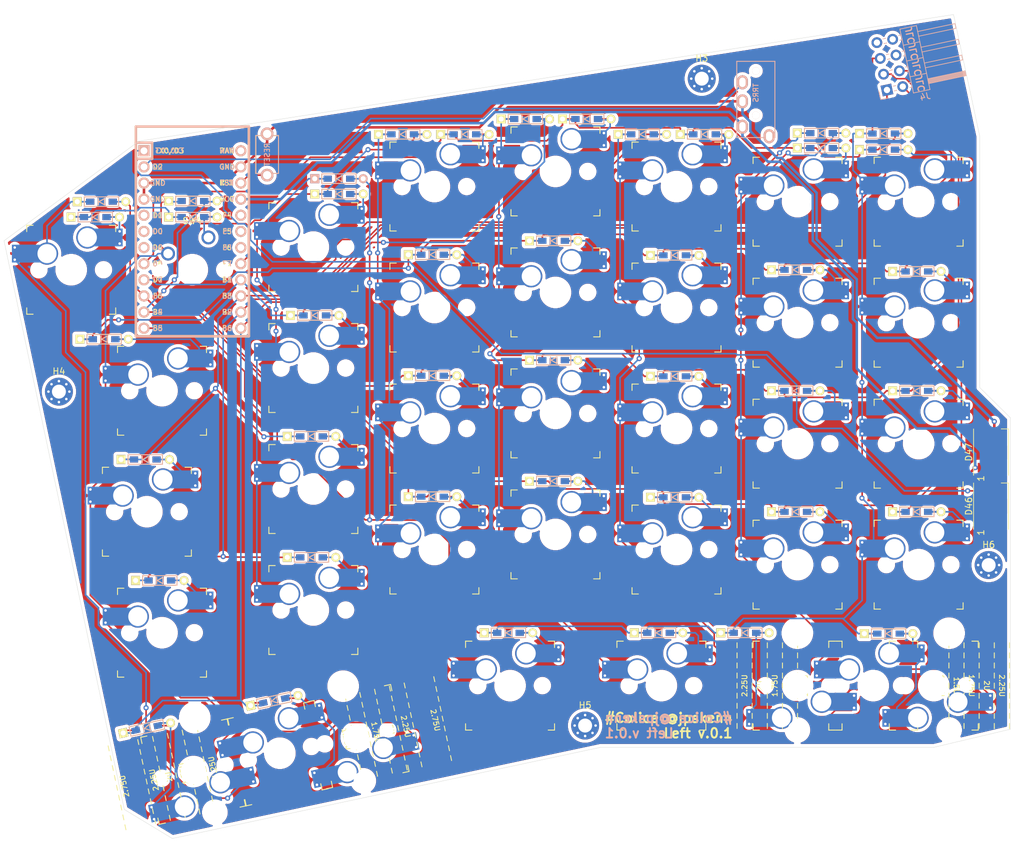
<source format=kicad_pcb>
(kicad_pcb (version 20171130) (host pcbnew "(5.1.5-0-10_14)")
  (layers (0 F.Cu signal) (31 B.Cu signal) (34 B.Paste user) (35 F.Paste user) (36 B.SilkS user) (37 F.SilkS user) (38 B.Mask user) (39 F.Mask user) (44 Edge.Cuts user))
  (net 0 "")
  (net 1 pin6)
  (net 2 pin1)
  (net 3 pin2)
  (net 4 pin3)
  (net 5 pin4)
  (net 6 pin5)
  (net 7 pin7)
  (net 8 "Net-(D8-Pad2)")
  (net 9 "Net-(D9-Pad2)")
  (net 10 "Net-(D11-Pad2)")
  (net 11 "Net-(D12-Pad2)")
  (net 12 pin8)
  (net 13 "Net-(D14-Pad2)")
  (net 14 "Net-(D17-Pad2)")
  (net 15 "Net-(D18-Pad2)")
  (net 16 pin9)
  (net 17 "Net-(D20-Pad2)")
  (net 18 "Net-(D21-Pad2)")
  (net 19 "Net-(D23-Pad2)")
  (net 20 "Net-(D24-Pad2)")
  (net 21 pin10)
  (net 22 "Net-(D26-Pad2)")
  (net 23 "Net-(D27-Pad2)")
  (net 24 "Net-(D29-Pad2)")
  (net 25 "Net-(D30-Pad2)")
  (net 26 "Net-(D32-Pad2)")
  (net 27 "Net-(D33-Pad2)")
  (net 28 "Net-(D35-Pad2)")
  (net 29 "Net-(D36-Pad2)")
  (net 30 "Net-(D38-Pad2)")
  (net 31 "Net-(D41-Pad2)")
  (net 32 "Net-(D42-Pad2)")
  (net 33 "Net-(D44-Pad2)")
  (net 34 "Net-(D45-Pad2)")
  (net 35 "Net-(D46-Pad2)")
  (net 36 "Net-(D47-Pad2)")
  (net 37 data)
  (net 38 led)
  (net 39 GND1)
  (net 40 VCC)
  (net 41 "Net-(J3-PadA)")
  (net 42 "Net-(J4-Pad6)")
  (net 43 "Net-(J4-Pad7)")
  (net 44 "Net-(J4-Pad8)")
  (net 45 reset)
  (net 46 "Net-(U1-Pad24)")
  (net 47 "Net-(D1-Pad1)")
  (net 48 "Net-(D2-Pad2)")
  (net 49 "Net-(D5-Pad2)")
  (net 50 "Net-(D6-Pad2)")
  (net 51 "Net-(D7-Pad2)")
  (net 52 "Net-(D13-Pad2)")
  (net 53 "Net-(D19-Pad2)")
  (net 54 "Net-(D25-Pad2)")
  (net 55 "Net-(D31-Pad2)")
  (net 56 "Net-(D37-Pad2)")
  (net 57 "Net-(D43-Pad2)")
  (net 58 "Net-(D3-Pad2)")
  (net 59 "Net-(D4-Pad1)")
  (net 60 "Net-(D10-Pad1)")
  (net 61 "Net-(D16-Pad1)")
  (net 62 "Net-(D22-Pad1)")
  (net 63 "Net-(D28-Pad1)")
  (net 64 "Net-(D34-Pad1)")
  (net 65 "Net-(U1-Pad5)")
  (net 66 "Net-(U1-Pad6)")
  (net 67 "Net-(U1-Pad7)")
  (net 68 "Net-(U1-Pad18)")
  (net 69 "Net-(U1-Pad19)")
  (net 70 "Net-(U1-Pad20)")
  (module SMK_SU120:D3_TH_SMD (layer F.Cu) (at 163.322 51.1175)
    (fp_text reference D34 hide)
    (fp_text value D hide)
    (pad 1 smd rect (at -1.775 0) (size 1.3 0.95) (layers F.Cu F.Paste F.Mask) (net 64 "Net-(D34-Pad1)"))
    (pad 2 smd rect (at 1.775 0) (size 1.3 0.95) (layers B.Cu B.Paste B.Mask) (net 5 pin4))
    (pad 1 smd rect (at -1.775 0) (size 1.3 0.95) (layers B.Cu B.Paste B.Mask) (net 64 "Net-(D34-Pad1)"))
    (pad 1 thru_hole rect (at -3.81 0) (size 1.397 1.397) (drill 0.8128) (layers *.Cu *.Mask F.SilkS) (net 64 "Net-(D34-Pad1)"))
    (pad 2 thru_hole circle (at 3.81 0) (size 1.397 1.397) (drill 0.8128) (layers *.Cu *.Mask F.SilkS) (net 5 pin4))
    (pad 2 smd rect (at 1.775 0) (size 1.3 0.95) (layers F.Cu F.Paste F.Mask) (net 5 pin4))
  )
  (module SMK_keebio:ArduinoProMicro (layer F.Cu) (at 64.3128 67.865625 270)
    (fp_text reference U1 hide)
    (fp_text value ProMicro hide)
    (fp_text user D2 (at -11.43 5.461) (layer B.SilkS) (effects (font (size 0.8 0.8)) (justify mirror)))
    (fp_text user D0 (at -1.27 5.461) (layer B.SilkS) (effects (font (size 0.8 0.8)) (justify mirror)))
    (fp_text user D1 (at -3.81 5.461) (layer B.SilkS) (effects (font (size 0.8 0.8)) (justify mirror)))
    (fp_text user GND (at -6.35 5.461) (layer B.SilkS) (effects (font (size 0.8 0.8)) (justify mirror)))
    (fp_text user GND (at -8.89 5.461) (layer B.SilkS) (effects (font (size 0.8 0.8)) (justify mirror)))
    (fp_text user D4 (at 1.27 5.461) (layer B.SilkS) (effects (font (size 0.8 0.8)) (justify mirror)))
    (fp_text user C6 (at 3.81 5.461) (layer B.SilkS) (effects (font (size 0.8 0.8)) (justify mirror)))
    (fp_text user D7 (at 6.35 5.461) (layer B.SilkS) (effects (font (size 0.8 0.8)) (justify mirror)))
    (fp_text user E6 (at 8.89 5.461) (layer B.SilkS) (effects (font (size 0.8 0.8)) (justify mirror)))
    (fp_text user B4 (at 11.43 5.461) (layer B.SilkS) (effects (font (size 0.8 0.8)) (justify mirror)))
    (fp_text user B5 (at 13.97 5.461) (layer B.SilkS) (effects (font (size 0.8 0.8)) (justify mirror)))
    (fp_text user B6 (at 13.97 -5.461) (layer B.SilkS) (effects (font (size 0.8 0.8)) (justify mirror)))
    (fp_text user B2 (at 11.43 -5.461) (layer F.SilkS) (effects (font (size 0.8 0.8))))
    (fp_text user B3 (at 8.89 -5.461) (layer B.SilkS) (effects (font (size 0.8 0.8)) (justify mirror)))
    (fp_text user B1 (at 6.35 -5.461) (layer B.SilkS) (effects (font (size 0.8 0.8)) (justify mirror)))
    (fp_text user F7 (at 3.81 -5.461) (layer F.SilkS) (effects (font (size 0.8 0.8))))
    (fp_text user F6 (at 1.27 -5.461) (layer F.SilkS) (effects (font (size 0.8 0.8))))
    (fp_text user F5 (at -1.27 -5.461) (layer F.SilkS) (effects (font (size 0.8 0.8))))
    (fp_text user F4 (at -3.81 -5.461) (layer B.SilkS) (effects (font (size 0.8 0.8)) (justify mirror)))
    (fp_text user VCC (at -6.35 -5.461) (layer B.SilkS) (effects (font (size 0.8 0.8)) (justify mirror)))
    (fp_text user GND (at -11.43 -5.461) (layer B.SilkS) (effects (font (size 0.8 0.8)) (justify mirror)))
    (fp_text user RAW (at -13.97 -5.461) (layer B.SilkS) (effects (font (size 0.8 0.8)) (justify mirror)))
    (fp_text user RAW (at -13.97 -5.461) (layer F.SilkS) (effects (font (size 0.8 0.8))))
    (fp_text user GND (at -11.43 -5.461) (layer F.SilkS) (effects (font (size 0.8 0.8))))
    (fp_text user ST (at -8.92 -5.73312) (layer F.SilkS) (effects (font (size 0.8 0.8))))
    (fp_text user VCC (at -6.35 -5.461) (layer F.SilkS) (effects (font (size 0.8 0.8))))
    (fp_text user F4 (at -3.81 -5.461) (layer F.SilkS) (effects (font (size 0.8 0.8))))
    (fp_text user F5 (at -1.27 -5.461) (layer B.SilkS) (effects (font (size 0.8 0.8)) (justify mirror)))
    (fp_text user F6 (at 1.27 -5.461) (layer B.SilkS) (effects (font (size 0.8 0.8)) (justify mirror)))
    (fp_text user F7 (at 3.81 -5.461) (layer B.SilkS) (effects (font (size 0.8 0.8)) (justify mirror)))
    (fp_text user B1 (at 6.35 -5.461) (layer F.SilkS) (effects (font (size 0.8 0.8))))
    (fp_text user B3 (at 8.89 -5.461) (layer F.SilkS) (effects (font (size 0.8 0.8))))
    (fp_text user B2 (at 11.43 -5.461) (layer B.SilkS) (effects (font (size 0.8 0.8)) (justify mirror)))
    (fp_text user B6 (at 13.97 -5.461) (layer F.SilkS) (effects (font (size 0.8 0.8))))
    (fp_text user B5 (at 13.97 5.461) (layer F.SilkS) (effects (font (size 0.8 0.8))))
    (fp_text user B4 (at 11.43 5.461) (layer F.SilkS) (effects (font (size 0.8 0.8))))
    (fp_text user E6 (at 8.89 5.461) (layer F.SilkS) (effects (font (size 0.8 0.8))))
    (fp_text user D7 (at 6.35 5.461) (layer F.SilkS) (effects (font (size 0.8 0.8))))
    (fp_text user C6 (at 3.81 5.461) (layer F.SilkS) (effects (font (size 0.8 0.8))))
    (fp_text user D4 (at 1.27 5.461) (layer F.SilkS) (effects (font (size 0.8 0.8))))
    (fp_text user GND (at -8.89 5.461) (layer F.SilkS) (effects (font (size 0.8 0.8))))
    (fp_text user GND (at -6.35 5.461) (layer F.SilkS) (effects (font (size 0.8 0.8))))
    (fp_text user D1 (at -3.81 5.461) (layer F.SilkS) (effects (font (size 0.8 0.8))))
    (fp_text user D0 (at -1.27 5.461) (layer F.SilkS) (effects (font (size 0.8 0.8))))
    (fp_text user D2 (at -11.43 5.461) (layer F.SilkS) (effects (font (size 0.8 0.8))))
    (fp_text user TX0/D3 (at -13.97 3.571872) (layer B.SilkS) (effects (font (size 0.8 0.8)) (justify mirror)))
    (fp_text user TX0/D3 (at -13.97 3.571872) (layer F.SilkS) (effects (font (size 0.8 0.8))))
    (fp_text user ST (at -8.91 -5.04) (layer B.SilkS) (effects (font (size 0.8 0.8)) (justify mirror)))
    (pad 1 thru_hole rect (at -13.97 7.62 270) (size 1.7526 1.7526) (drill 1.0922) (layers *.Cu *.SilkS *.Mask) (net 38 led))
    (pad 2 thru_hole circle (at -11.43 7.62 270) (size 1.7526 1.7526) (drill 1.0922) (layers *.Cu *.SilkS *.Mask) (net 37 data))
    (pad 3 thru_hole circle (at -8.89 7.62 270) (size 1.7526 1.7526) (drill 1.0922) (layers *.Cu *.SilkS *.Mask) (net 39 GND1))
    (pad 4 thru_hole circle (at -6.35 7.62 270) (size 1.7526 1.7526) (drill 1.0922) (layers *.Cu *.SilkS *.Mask) (net 39 GND1))
    (pad 5 thru_hole circle (at -3.81 7.62 270) (size 1.7526 1.7526) (drill 1.0922) (layers *.Cu *.SilkS *.Mask) (net 65 "Net-(U1-Pad5)"))
    (pad 6 thru_hole circle (at -1.27 7.62 270) (size 1.7526 1.7526) (drill 1.0922) (layers *.Cu *.SilkS *.Mask) (net 66 "Net-(U1-Pad6)"))
    (pad 7 thru_hole circle (at 1.27 7.62 270) (size 1.7526 1.7526) (drill 1.0922) (layers *.Cu *.SilkS *.Mask) (net 67 "Net-(U1-Pad7)"))
    (pad 8 thru_hole circle (at 3.81 7.62 270) (size 1.7526 1.7526) (drill 1.0922) (layers *.Cu *.SilkS *.Mask) (net 1 pin6))
    (pad 9 thru_hole circle (at 6.35 7.62 270) (size 1.7526 1.7526) (drill 1.0922) (layers *.Cu *.SilkS *.Mask) (net 7 pin7))
    (pad 10 thru_hole circle (at 8.89 7.62 270) (size 1.7526 1.7526) (drill 1.0922) (layers *.Cu *.SilkS *.Mask) (net 12 pin8))
    (pad 11 thru_hole circle (at 11.43 7.62 270) (size 1.7526 1.7526) (drill 1.0922) (layers *.Cu *.SilkS *.Mask) (net 16 pin9))
    (pad 13 thru_hole circle (at 13.97 -7.62 270) (size 1.7526 1.7526) (drill 1.0922) (layers *.Cu *.SilkS *.Mask) (net 6 pin5))
    (pad 14 thru_hole circle (at 11.43 -7.62 270) (size 1.7526 1.7526) (drill 1.0922) (layers *.Cu *.SilkS *.Mask) (net 5 pin4))
    (pad 15 thru_hole circle (at 8.89 -7.62 270) (size 1.7526 1.7526) (drill 1.0922) (layers *.Cu *.SilkS *.Mask) (net 4 pin3))
    (pad 16 thru_hole circle (at 6.35 -7.62 270) (size 1.7526 1.7526) (drill 1.0922) (layers *.Cu *.SilkS *.Mask) (net 3 pin2))
    (pad 17 thru_hole circle (at 3.81 -7.62 270) (size 1.7526 1.7526) (drill 1.0922) (layers *.Cu *.SilkS *.Mask) (net 2 pin1))
    (pad 18 thru_hole circle (at 1.27 -7.62 270) (size 1.7526 1.7526) (drill 1.0922) (layers *.Cu *.SilkS *.Mask) (net 68 "Net-(U1-Pad18)"))
    (pad 19 thru_hole circle (at -1.27 -7.62 270) (size 1.7526 1.7526) (drill 1.0922) (layers *.Cu *.SilkS *.Mask) (net 69 "Net-(U1-Pad19)"))
    (pad 20 thru_hole circle (at -3.81 -7.62 270) (size 1.7526 1.7526) (drill 1.0922) (layers *.Cu *.SilkS *.Mask) (net 70 "Net-(U1-Pad20)"))
    (pad 21 thru_hole circle (at -6.35 -7.62 270) (size 1.7526 1.7526) (drill 1.0922) (layers *.Cu *.SilkS *.Mask) (net 40 VCC))
    (pad 22 thru_hole circle (at -8.89 -7.62 270) (size 1.7526 1.7526) (drill 1.0922) (layers *.Cu *.SilkS *.Mask) (net 45 reset))
    (pad 23 thru_hole circle (at -11.43 -7.62 270) (size 1.7526 1.7526) (drill 1.0922) (layers *.Cu *.SilkS *.Mask) (net 39 GND1))
    (pad 12 thru_hole circle (at 13.97 7.62 270) (size 1.7526 1.7526) (drill 1.0922) (layers *.Cu *.SilkS *.Mask) (net 21 pin10))
    (pad 24 thru_hole circle (at -13.97 -7.62 270) (size 1.7526 1.7526) (drill 1.0922) (layers *.Cu *.SilkS *.Mask) (net 46 "Net-(U1-Pad24)"))
  )
  (module SMK_SU120:D3_TH_SMD (layer F.Cu) (at 173.101 51.181)
    (fp_text reference D40 hide)
    (fp_text value D hide)
    (pad 2 smd rect (at 1.775 0) (size 1.3 0.95) (layers F.Cu F.Paste F.Mask) (net 6 pin5))
    (pad 2 thru_hole circle (at 3.81 0) (size 1.397 1.397) (drill 0.8128) (layers *.Cu *.Mask F.SilkS) (net 6 pin5))
    (pad 1 thru_hole rect (at -3.81 0) (size 1.397 1.397) (drill 0.8128) (layers *.Cu *.Mask F.SilkS) (net 21 pin10))
    (pad 1 smd rect (at -1.775 0) (size 1.3 0.95) (layers B.Cu B.Paste B.Mask) (net 21 pin10))
    (pad 2 smd rect (at 1.775 0) (size 1.3 0.95) (layers B.Cu B.Paste B.Mask) (net 6 pin5))
    (pad 1 smd rect (at -1.775 0) (size 1.3 0.95) (layers F.Cu F.Paste F.Mask) (net 21 pin10))
  )
  (module SMK_SU120:D3_TH_SMD (layer F.Cu) (at 50.419 83.566)
    (fp_text reference D6 hide)
    (fp_text value D hide)
    (pad 2 smd rect (at 1.775 0) (size 1.3 0.95) (layers F.Cu F.Paste F.Mask) (net 50 "Net-(D6-Pad2)"))
    (pad 2 thru_hole circle (at 3.81 0) (size 1.397 1.397) (drill 0.8128) (layers *.Cu *.Mask F.SilkS) (net 50 "Net-(D6-Pad2)"))
    (pad 1 thru_hole rect (at -3.81 0) (size 1.397 1.397) (drill 0.8128) (layers *.Cu *.Mask F.SilkS) (net 3 pin2))
    (pad 1 smd rect (at -1.775 0) (size 1.3 0.95) (layers B.Cu B.Paste B.Mask) (net 3 pin2))
    (pad 2 smd rect (at 1.775 0) (size 1.3 0.95) (layers B.Cu B.Paste B.Mask) (net 50 "Net-(D6-Pad2)"))
    (pad 1 smd rect (at -1.775 0) (size 1.3 0.95) (layers F.Cu F.Paste F.Mask) (net 3 pin2))
  )
  (module SMK_foostan:CherryMX_Hotswap_v2 (layer F.Cu) (at 78.074656 148.752598 12)
    (fp_text reference SW8)
    (fp_text value SW_Push)
    (pad 2 thru_hole circle (at 2.54 -5.08 12) (size 3.5 3.5) (drill 3) (layers *.Cu) (net 9 "Net-(D9-Pad2)"))
    (pad "" np_thru_hole circle (at 0 0 12) (size 3.9878 3.9878) (drill 3.9878) (layers *.Cu *.Mask))
    (pad 1 thru_hole circle (at -3.81 -2.54 12) (size 3.5 3.5) (drill 3) (layers *.Cu) (net 59 "Net-(D4-Pad1)"))
    (pad "" np_thru_hole circle (at -5.08 0 60.0996) (size 1.75 1.75) (drill 1.75) (layers *.Cu *.Mask))
    (pad "" np_thru_hole circle (at 5.08 0 60.0996) (size 1.75 1.75) (drill 1.75) (layers *.Cu *.Mask))
    (pad 1 smd rect (at -7.084999 -2.54 12) (size 2.55 2.8) (layers B.Cu B.Paste B.Mask) (net 59 "Net-(D4-Pad1)"))
    (pad 2 smd rect (at 5.815 -5.08 12) (size 2.55 2.8) (layers B.Cu B.Paste B.Mask) (net 9 "Net-(D9-Pad2)"))
    (pad 1 thru_hole circle (at -8.89 -3.502 12) (size 0.8 0.8) (drill 0.4) (layers *.Cu) (net 59 "Net-(D4-Pad1)"))
    (pad 2 thru_hole circle (at 7.62 -6.042 12) (size 0.8 0.8) (drill 0.4) (layers *.Cu) (net 9 "Net-(D9-Pad2)"))
    (pad 1 thru_hole circle (at -8.89 -1.578 12) (size 0.8 0.8) (drill 0.4) (layers *.Cu) (net 59 "Net-(D4-Pad1)"))
    (pad 2 thru_hole circle (at 7.62 -4.118 12) (size 0.8 0.8) (drill 0.4) (layers *.Cu) (net 9 "Net-(D9-Pad2)"))
    (pad 1 smd rect (at -7.085 -2.54 12) (size 4.5 2.8) (layers B.Cu) (net 59 "Net-(D4-Pad1)"))
    (pad 2 smd rect (at 5.842 -5.08 12) (size 4.5 2.8) (layers B.Cu) (net 9 "Net-(D9-Pad2)"))
  )
  (module SMK_SU120:CherryMX_MidHeight_Choc_Hotswap_2.75U_Outline (layer F.Cu) (at 78.074656 148.752598 192)
    (fp_text reference H2 hide)
    (fp_text value MountingHole hide)
    (fp_text user 2.75U (at -25.003125 0 282 unlocked) (layer F.SilkS) (effects (font (size 0.8 0.8))))
    (fp_text user 2.25U (at -20.240625 0 282 unlocked) (layer F.SilkS) (effects (font (size 0.8 0.8))))
    (fp_text user 2U (at -17.859375 0 282 unlocked) (layer F.SilkS) (effects (font (size 0.8 0.8))))
    (fp_text user 1.75U (at -15.478125 0 282 unlocked) (layer F.SilkS) (effects (font (size 0.8 0.8))))
    (fp_text user 1.5U (at -13.096875 0 282 unlocked) (layer F.SilkS) (effects (font (size 0.8 0.8))))
    (fp_text user 1.25U (at -10.715625 0 282 unlocked) (layer F.SilkS) (effects (font (size 0.8 0.8))))
    (fp_text user 2.75U (at 25.003125 0 102 unlocked) (layer F.SilkS) (effects (font (size 0.8 0.8))))
    (fp_text user 2.25U (at 20.240625 0 102 unlocked) (layer F.SilkS) (effects (font (size 0.8 0.8))))
    (fp_text user 2U (at 17.859375 0 102 unlocked) (layer F.SilkS) (effects (font (size 0.8 0.8))))
    (fp_text user 1.5U (at 13.096875 0 102 unlocked) (layer F.SilkS) (effects (font (size 0.8 0.8))))
    (fp_text user 1.75U (at 15.478125 0 102 unlocked) (layer F.SilkS) (effects (font (size 0.8 0.8))))
    (fp_text user 1.25U (at 10.715625 0 102 unlocked) (layer F.SilkS) (effects (font (size 0.8 0.8))))
    (pad "" np_thru_hole circle (at 11.938 8.255 192) (size 3.9878 3.9878) (drill 3.9878) (layers *.Cu *.Mask))
    (pad "" np_thru_hole circle (at -11.938 8.255 192) (size 3.9878 3.9878) (drill 3.9878) (layers *.Cu *.Mask))
    (pad "" np_thru_hole circle (at 11.938 -6.985 192) (size 3.048 3.048) (drill 3.048) (layers *.Cu *.Mask))
    (pad "" np_thru_hole circle (at -11.938 -6.985 192) (size 3.048 3.048) (drill 3.048) (layers *.Cu *.Mask))
  )
  (module SMK_SU120:D3_TH_SMD (layer F.Cu) (at 97.409 51.308)
    (fp_text reference D16 hide)
    (fp_text value D hide)
    (pad 2 smd rect (at 1.775 0) (size 1.3 0.95) (layers F.Cu F.Paste F.Mask) (net 2 pin1))
    (pad 2 thru_hole circle (at 3.81 0) (size 1.397 1.397) (drill 0.8128) (layers *.Cu *.Mask F.SilkS) (net 2 pin1))
    (pad 1 thru_hole rect (at -3.81 0) (size 1.397 1.397) (drill 0.8128) (layers *.Cu *.Mask F.SilkS) (net 61 "Net-(D16-Pad1)"))
    (pad 1 smd rect (at -1.775 0) (size 1.3 0.95) (layers B.Cu B.Paste B.Mask) (net 61 "Net-(D16-Pad1)"))
    (pad 2 smd rect (at 1.775 0) (size 1.3 0.95) (layers B.Cu B.Paste B.Mask) (net 2 pin1))
    (pad 1 smd rect (at -1.775 0) (size 1.3 0.95) (layers F.Cu F.Paste F.Mask) (net 61 "Net-(D16-Pad1)"))
  )
  (module SMK_SU120:D3_TH_SMD (layer F.Cu) (at 87.376 60.706)
    (fp_text reference D11 hide)
    (fp_text value D hide)
    (pad 2 smd rect (at 1.775 0) (size 1.3 0.95) (layers F.Cu F.Paste F.Mask) (net 10 "Net-(D11-Pad2)"))
    (pad 2 thru_hole circle (at 3.81 0) (size 1.397 1.397) (drill 0.8128) (layers *.Cu *.Mask F.SilkS) (net 10 "Net-(D11-Pad2)"))
    (pad 1 thru_hole rect (at -3.81 0) (size 1.397 1.397) (drill 0.8128) (layers *.Cu *.Mask F.SilkS) (net 2 pin1))
    (pad 1 smd rect (at -1.775 0) (size 1.3 0.95) (layers B.Cu B.Paste B.Mask) (net 2 pin1))
    (pad 2 smd rect (at 1.775 0) (size 1.3 0.95) (layers B.Cu B.Paste B.Mask) (net 10 "Net-(D11-Pad2)"))
    (pad 1 smd rect (at -1.775 0) (size 1.3 0.95) (layers F.Cu F.Paste F.Mask) (net 2 pin1))
  )
  (module SMK_foostan:CherryMX_Hotswap_v2 (layer F.Cu) (at 45.24375 72.628125)
    (fp_text reference SW2)
    (fp_text value SW_Push)
    (pad 2 thru_hole circle (at 2.54 -5.08) (size 3.5 3.5) (drill 3) (layers *.Cu) (net 48 "Net-(D2-Pad2)"))
    (pad "" np_thru_hole circle (at 0 0) (size 3.9878 3.9878) (drill 3.9878) (layers *.Cu *.Mask))
    (pad 1 thru_hole circle (at -3.81 -2.54) (size 3.5 3.5) (drill 3) (layers *.Cu) (net 47 "Net-(D1-Pad1)"))
    (pad "" np_thru_hole circle (at -5.08 0 48.0996) (size 1.75 1.75) (drill 1.75) (layers *.Cu *.Mask))
    (pad "" np_thru_hole circle (at 5.08 0 48.0996) (size 1.75 1.75) (drill 1.75) (layers *.Cu *.Mask))
    (pad 1 smd rect (at -7.085 -2.54) (size 2.55 2.8) (layers B.Cu B.Paste B.Mask) (net 47 "Net-(D1-Pad1)"))
    (pad 2 smd rect (at 5.815 -5.08) (size 2.55 2.8) (layers B.Cu B.Paste B.Mask) (net 48 "Net-(D2-Pad2)"))
    (pad 1 thru_hole circle (at -8.89 -3.502) (size 0.8 0.8) (drill 0.4) (layers *.Cu) (net 47 "Net-(D1-Pad1)"))
    (pad 2 thru_hole circle (at 7.62 -6.042) (size 0.8 0.8) (drill 0.4) (layers *.Cu) (net 48 "Net-(D2-Pad2)"))
    (pad 1 thru_hole circle (at -8.89 -1.578) (size 0.8 0.8) (drill 0.4) (layers *.Cu) (net 47 "Net-(D1-Pad1)"))
    (pad 2 thru_hole circle (at 7.62 -4.118) (size 0.8 0.8) (drill 0.4) (layers *.Cu) (net 48 "Net-(D2-Pad2)"))
    (pad 1 smd rect (at -7.085 -2.54) (size 4.5 2.8) (layers B.Cu) (net 47 "Net-(D1-Pad1)"))
    (pad 2 smd rect (at 5.842 -5.08) (size 4.5 2.8) (layers B.Cu) (net 48 "Net-(D2-Pad2)"))
  )
  (module SMK_SU120:D3_TH_SMD (layer F.Cu) (at 50.00625 61.9125)
    (fp_text reference D1 hide)
    (fp_text value D hide)
    (pad 2 smd rect (at 1.775 0) (size 1.3 0.95) (layers F.Cu F.Paste F.Mask) (net 12 pin8))
    (pad 2 thru_hole circle (at 3.81 0) (size 1.397 1.397) (drill 0.8128) (layers *.Cu *.Mask F.SilkS) (net 12 pin8))
    (pad 1 thru_hole rect (at -3.81 0) (size 1.397 1.397) (drill 0.8128) (layers *.Cu *.Mask F.SilkS) (net 47 "Net-(D1-Pad1)"))
    (pad 1 smd rect (at -1.775 0) (size 1.3 0.95) (layers B.Cu B.Paste B.Mask) (net 47 "Net-(D1-Pad1)"))
    (pad 2 smd rect (at 1.775 0) (size 1.3 0.95) (layers B.Cu B.Paste B.Mask) (net 12 pin8))
    (pad 1 smd rect (at -1.775 0) (size 1.3 0.95) (layers F.Cu F.Paste F.Mask) (net 47 "Net-(D1-Pad1)"))
  )
  (module SMK_SU120:D3_TH_SMD (layer F.Cu) (at 49.022 64.341375)
    (fp_text reference D2 hide)
    (fp_text value D hide)
    (pad 2 smd rect (at 1.775 0) (size 1.3 0.95) (layers F.Cu F.Paste F.Mask) (net 48 "Net-(D2-Pad2)"))
    (pad 2 thru_hole circle (at 3.81 0) (size 1.397 1.397) (drill 0.8128) (layers *.Cu *.Mask F.SilkS) (net 48 "Net-(D2-Pad2)"))
    (pad 1 thru_hole rect (at -3.81 0) (size 1.397 1.397) (drill 0.8128) (layers *.Cu *.Mask F.SilkS) (net 2 pin1))
    (pad 1 smd rect (at -1.775 0) (size 1.3 0.95) (layers B.Cu B.Paste B.Mask) (net 2 pin1))
    (pad 2 smd rect (at 1.775 0) (size 1.3 0.95) (layers B.Cu B.Paste B.Mask) (net 48 "Net-(D2-Pad2)"))
    (pad 1 smd rect (at -1.775 0) (size 1.3 0.95) (layers F.Cu F.Paste F.Mask) (net 2 pin1))
  )
  (module SMK_SU120:D3_TH_SMD (layer F.Cu) (at 64.389 61.801375)
    (fp_text reference D4 hide)
    (fp_text value D hide)
    (pad 1 smd rect (at -1.775 0) (size 1.3 0.95) (layers F.Cu F.Paste F.Mask) (net 59 "Net-(D4-Pad1)"))
    (pad 2 smd rect (at 1.775 0) (size 1.3 0.95) (layers B.Cu B.Paste B.Mask) (net 16 pin9))
    (pad 1 smd rect (at -1.775 0) (size 1.3 0.95) (layers B.Cu B.Paste B.Mask) (net 59 "Net-(D4-Pad1)"))
    (pad 1 thru_hole rect (at -3.81 0) (size 1.397 1.397) (drill 0.8128) (layers *.Cu *.Mask F.SilkS) (net 59 "Net-(D4-Pad1)"))
    (pad 2 thru_hole circle (at 3.81 0) (size 1.397 1.397) (drill 0.8128) (layers *.Cu *.Mask F.SilkS) (net 16 pin9))
    (pad 2 smd rect (at 1.775 0) (size 1.3 0.95) (layers F.Cu F.Paste F.Mask) (net 16 pin9))
  )
  (module SMK_SU120:D3_TH_SMD (layer F.Cu) (at 64.389 64.341375)
    (fp_text reference D5 hide)
    (fp_text value D hide)
    (pad 2 smd rect (at 1.775 0) (size 1.3 0.95) (layers F.Cu F.Paste F.Mask) (net 49 "Net-(D5-Pad2)"))
    (pad 2 thru_hole circle (at 3.81 0) (size 1.397 1.397) (drill 0.8128) (layers *.Cu *.Mask F.SilkS) (net 49 "Net-(D5-Pad2)"))
    (pad 1 thru_hole rect (at -3.81 0) (size 1.397 1.397) (drill 0.8128) (layers *.Cu *.Mask F.SilkS) (net 2 pin1))
    (pad 1 smd rect (at -1.775 0) (size 1.3 0.95) (layers B.Cu B.Paste B.Mask) (net 2 pin1))
    (pad 2 smd rect (at 1.775 0) (size 1.3 0.95) (layers B.Cu B.Paste B.Mask) (net 49 "Net-(D5-Pad2)"))
    (pad 1 smd rect (at -1.775 0) (size 1.3 0.95) (layers F.Cu F.Paste F.Mask) (net 2 pin1))
  )
  (module SMK_SU120:D3_TH_SMD (layer F.Cu) (at 56.896 102.504875)
    (fp_text reference D7 hide)
    (fp_text value D hide)
    (pad 2 smd rect (at 1.775 0) (size 1.3 0.95) (layers F.Cu F.Paste F.Mask) (net 51 "Net-(D7-Pad2)"))
    (pad 2 thru_hole circle (at 3.81 0) (size 1.397 1.397) (drill 0.8128) (layers *.Cu *.Mask F.SilkS) (net 51 "Net-(D7-Pad2)"))
    (pad 1 thru_hole rect (at -3.81 0) (size 1.397 1.397) (drill 0.8128) (layers *.Cu *.Mask F.SilkS) (net 4 pin3))
    (pad 1 smd rect (at -1.775 0) (size 1.3 0.95) (layers B.Cu B.Paste B.Mask) (net 4 pin3))
    (pad 2 smd rect (at 1.775 0) (size 1.3 0.95) (layers B.Cu B.Paste B.Mask) (net 51 "Net-(D7-Pad2)"))
    (pad 1 smd rect (at -1.775 0) (size 1.3 0.95) (layers F.Cu F.Paste F.Mask) (net 4 pin3))
  )
  (module SMK_SU120:D3_TH_SMD (layer F.Cu) (at 59.182 121.554875)
    (fp_text reference D8 hide)
    (fp_text value D hide)
    (pad 2 smd rect (at 1.775 0) (size 1.3 0.95) (layers F.Cu F.Paste F.Mask) (net 8 "Net-(D8-Pad2)"))
    (pad 2 thru_hole circle (at 3.81 0) (size 1.397 1.397) (drill 0.8128) (layers *.Cu *.Mask F.SilkS) (net 8 "Net-(D8-Pad2)"))
    (pad 1 thru_hole rect (at -3.81 0) (size 1.397 1.397) (drill 0.8128) (layers *.Cu *.Mask F.SilkS) (net 5 pin4))
    (pad 1 smd rect (at -1.775 0) (size 1.3 0.95) (layers B.Cu B.Paste B.Mask) (net 5 pin4))
    (pad 2 smd rect (at 1.775 0) (size 1.3 0.95) (layers B.Cu B.Paste B.Mask) (net 8 "Net-(D8-Pad2)"))
    (pad 1 smd rect (at -1.775 0) (size 1.3 0.95) (layers F.Cu F.Paste F.Mask) (net 5 pin4))
  )
  (module SMK_SU120:D3_TH_SMD (layer F.Cu) (at 77.1906 140.462 12)
    (fp_text reference D9 hide)
    (fp_text value D hide)
    (pad 2 smd rect (at 1.775 0 12) (size 1.3 0.95) (layers F.Cu F.Paste F.Mask) (net 9 "Net-(D9-Pad2)"))
    (pad 2 thru_hole circle (at 3.81 0 12) (size 1.397 1.397) (drill 0.8128) (layers *.Cu *.Mask F.SilkS) (net 9 "Net-(D9-Pad2)"))
    (pad 1 thru_hole rect (at -3.81 0 12) (size 1.397 1.397) (drill 0.8128) (layers *.Cu *.Mask F.SilkS) (net 6 pin5))
    (pad 1 smd rect (at -1.775 0 12) (size 1.3 0.95) (layers B.Cu B.Paste B.Mask) (net 6 pin5))
    (pad 2 smd rect (at 1.775 0 12) (size 1.3 0.95) (layers B.Cu B.Paste B.Mask) (net 9 "Net-(D9-Pad2)"))
    (pad 1 smd rect (at -1.775 0 12) (size 1.3 0.95) (layers F.Cu F.Paste F.Mask) (net 6 pin5))
  )
  (module SMK_SU120:D3_TH_SMD (layer B.Cu) (at 87.376 58.293)
    (fp_text reference D10 hide)
    (fp_text value D hide)
    (pad 2 smd rect (at 1.775 0) (size 1.3 0.95) (layers B.Cu B.Paste B.Mask) (net 21 pin10))
    (pad 2 thru_hole circle (at 3.81 0) (size 1.397 1.397) (drill 0.8128) (layers *.Cu *.Mask B.SilkS) (net 21 pin10))
    (pad 1 thru_hole rect (at -3.81 0) (size 1.397 1.397) (drill 0.8128) (layers *.Cu *.Mask B.SilkS) (net 60 "Net-(D10-Pad1)"))
    (pad 1 smd rect (at -1.775 0) (size 1.3 0.95) (layers F.Cu F.Paste F.Mask) (net 60 "Net-(D10-Pad1)"))
    (pad 2 smd rect (at 1.775 0) (size 1.3 0.95) (layers F.Cu F.Paste F.Mask) (net 21 pin10))
    (pad 1 smd rect (at -1.775 0) (size 1.3 0.95) (layers B.Cu B.Paste B.Mask) (net 60 "Net-(D10-Pad1)"))
  )
  (module SMK_SU120:D3_TH_SMD (layer F.Cu) (at 83.566 79.8195)
    (fp_text reference D12 hide)
    (fp_text value D hide)
    (pad 2 smd rect (at 1.775 0) (size 1.3 0.95) (layers F.Cu F.Paste F.Mask) (net 11 "Net-(D12-Pad2)"))
    (pad 2 thru_hole circle (at 3.81 0) (size 1.397 1.397) (drill 0.8128) (layers *.Cu *.Mask F.SilkS) (net 11 "Net-(D12-Pad2)"))
    (pad 1 thru_hole rect (at -3.81 0) (size 1.397 1.397) (drill 0.8128) (layers *.Cu *.Mask F.SilkS) (net 3 pin2))
    (pad 1 smd rect (at -1.775 0) (size 1.3 0.95) (layers B.Cu B.Paste B.Mask) (net 3 pin2))
    (pad 2 smd rect (at 1.775 0) (size 1.3 0.95) (layers B.Cu B.Paste B.Mask) (net 11 "Net-(D12-Pad2)"))
    (pad 1 smd rect (at -1.775 0) (size 1.3 0.95) (layers F.Cu F.Paste F.Mask) (net 3 pin2))
  )
  (module SMK_SU120:D3_TH_SMD (layer F.Cu) (at 83.058 98.8695)
    (fp_text reference D13 hide)
    (fp_text value D hide)
    (pad 2 smd rect (at 1.775 0) (size 1.3 0.95) (layers F.Cu F.Paste F.Mask) (net 52 "Net-(D13-Pad2)"))
    (pad 2 thru_hole circle (at 3.81 0) (size 1.397 1.397) (drill 0.8128) (layers *.Cu *.Mask F.SilkS) (net 52 "Net-(D13-Pad2)"))
    (pad 1 thru_hole rect (at -3.81 0) (size 1.397 1.397) (drill 0.8128) (layers *.Cu *.Mask F.SilkS) (net 4 pin3))
    (pad 1 smd rect (at -1.775 0) (size 1.3 0.95) (layers B.Cu B.Paste B.Mask) (net 4 pin3))
    (pad 2 smd rect (at 1.775 0) (size 1.3 0.95) (layers B.Cu B.Paste B.Mask) (net 52 "Net-(D13-Pad2)"))
    (pad 1 smd rect (at -1.775 0) (size 1.3 0.95) (layers F.Cu F.Paste F.Mask) (net 4 pin3))
  )
  (module SMK_SU120:D3_TH_SMD (layer F.Cu) (at 83.058 117.9195)
    (fp_text reference D14 hide)
    (fp_text value D hide)
    (pad 2 smd rect (at 1.775 0) (size 1.3 0.95) (layers F.Cu F.Paste F.Mask) (net 13 "Net-(D14-Pad2)"))
    (pad 2 thru_hole circle (at 3.81 0) (size 1.397 1.397) (drill 0.8128) (layers *.Cu *.Mask F.SilkS) (net 13 "Net-(D14-Pad2)"))
    (pad 1 thru_hole rect (at -3.81 0) (size 1.397 1.397) (drill 0.8128) (layers *.Cu *.Mask F.SilkS) (net 5 pin4))
    (pad 1 smd rect (at -1.775 0) (size 1.3 0.95) (layers B.Cu B.Paste B.Mask) (net 5 pin4))
    (pad 2 smd rect (at 1.775 0) (size 1.3 0.95) (layers B.Cu B.Paste B.Mask) (net 13 "Net-(D14-Pad2)"))
    (pad 1 smd rect (at -1.775 0) (size 1.3 0.95) (layers F.Cu F.Paste F.Mask) (net 5 pin4))
  )
  (module SMK_SU120:D3_TH_SMD (layer F.Cu) (at 107.188 51.308)
    (fp_text reference D17 hide)
    (fp_text value D hide)
    (pad 2 smd rect (at 1.775 0) (size 1.3 0.95) (layers F.Cu F.Paste F.Mask) (net 14 "Net-(D17-Pad2)"))
    (pad 2 thru_hole circle (at 3.81 0) (size 1.397 1.397) (drill 0.8128) (layers *.Cu *.Mask F.SilkS) (net 14 "Net-(D17-Pad2)"))
    (pad 1 thru_hole rect (at -3.81 0) (size 1.397 1.397) (drill 0.8128) (layers *.Cu *.Mask F.SilkS) (net 1 pin6))
    (pad 1 smd rect (at -1.775 0) (size 1.3 0.95) (layers B.Cu B.Paste B.Mask) (net 1 pin6))
    (pad 2 smd rect (at 1.775 0) (size 1.3 0.95) (layers B.Cu B.Paste B.Mask) (net 14 "Net-(D17-Pad2)"))
    (pad 1 smd rect (at -1.775 0) (size 1.3 0.95) (layers F.Cu F.Paste F.Mask) (net 1 pin6))
  )
  (module SMK_SU120:D3_TH_SMD (layer F.Cu) (at 102.108 70.26275)
    (fp_text reference D18 hide)
    (fp_text value D hide)
    (pad 2 smd rect (at 1.775 0) (size 1.3 0.95) (layers F.Cu F.Paste F.Mask) (net 15 "Net-(D18-Pad2)"))
    (pad 2 thru_hole circle (at 3.81 0) (size 1.397 1.397) (drill 0.8128) (layers *.Cu *.Mask F.SilkS) (net 15 "Net-(D18-Pad2)"))
    (pad 1 thru_hole rect (at -3.81 0) (size 1.397 1.397) (drill 0.8128) (layers *.Cu *.Mask F.SilkS) (net 7 pin7))
    (pad 1 smd rect (at -1.775 0) (size 1.3 0.95) (layers B.Cu B.Paste B.Mask) (net 7 pin7))
    (pad 2 smd rect (at 1.775 0) (size 1.3 0.95) (layers B.Cu B.Paste B.Mask) (net 15 "Net-(D18-Pad2)"))
    (pad 1 smd rect (at -1.775 0) (size 1.3 0.95) (layers F.Cu F.Paste F.Mask) (net 7 pin7))
  )
  (module SMK_SU120:D3_TH_SMD (layer F.Cu) (at 102.108 89.31275)
    (fp_text reference D19 hide)
    (fp_text value D hide)
    (pad 2 smd rect (at 1.775 0) (size 1.3 0.95) (layers F.Cu F.Paste F.Mask) (net 53 "Net-(D19-Pad2)"))
    (pad 2 thru_hole circle (at 3.81 0) (size 1.397 1.397) (drill 0.8128) (layers *.Cu *.Mask F.SilkS) (net 53 "Net-(D19-Pad2)"))
    (pad 1 thru_hole rect (at -3.81 0) (size 1.397 1.397) (drill 0.8128) (layers *.Cu *.Mask F.SilkS) (net 12 pin8))
    (pad 1 smd rect (at -1.775 0) (size 1.3 0.95) (layers B.Cu B.Paste B.Mask) (net 12 pin8))
    (pad 2 smd rect (at 1.775 0) (size 1.3 0.95) (layers B.Cu B.Paste B.Mask) (net 53 "Net-(D19-Pad2)"))
    (pad 1 smd rect (at -1.775 0) (size 1.3 0.95) (layers F.Cu F.Paste F.Mask) (net 12 pin8))
  )
  (module SMK_SU120:D3_TH_SMD (layer F.Cu) (at 102.108 108.36275)
    (fp_text reference D20 hide)
    (fp_text value D hide)
    (pad 2 smd rect (at 1.775 0) (size 1.3 0.95) (layers F.Cu F.Paste F.Mask) (net 17 "Net-(D20-Pad2)"))
    (pad 2 thru_hole circle (at 3.81 0) (size 1.397 1.397) (drill 0.8128) (layers *.Cu *.Mask F.SilkS) (net 17 "Net-(D20-Pad2)"))
    (pad 1 thru_hole rect (at -3.81 0) (size 1.397 1.397) (drill 0.8128) (layers *.Cu *.Mask F.SilkS) (net 16 pin9))
    (pad 1 smd rect (at -1.775 0) (size 1.3 0.95) (layers B.Cu B.Paste B.Mask) (net 16 pin9))
    (pad 2 smd rect (at 1.775 0) (size 1.3 0.95) (layers B.Cu B.Paste B.Mask) (net 17 "Net-(D20-Pad2)"))
    (pad 1 smd rect (at -1.775 0) (size 1.3 0.95) (layers F.Cu F.Paste F.Mask) (net 16 pin9))
  )
  (module SMK_SU120:D3_TH_SMD (layer F.Cu) (at 114.046 129.794)
    (fp_text reference D21 hide)
    (fp_text value D hide)
    (pad 2 smd rect (at 1.775 0) (size 1.3 0.95) (layers F.Cu F.Paste F.Mask) (net 18 "Net-(D21-Pad2)"))
    (pad 2 thru_hole circle (at 3.81 0) (size 1.397 1.397) (drill 0.8128) (layers *.Cu *.Mask F.SilkS) (net 18 "Net-(D21-Pad2)"))
    (pad 1 thru_hole rect (at -3.81 0) (size 1.397 1.397) (drill 0.8128) (layers *.Cu *.Mask F.SilkS) (net 21 pin10))
    (pad 1 smd rect (at -1.775 0) (size 1.3 0.95) (layers B.Cu B.Paste B.Mask) (net 21 pin10))
    (pad 2 smd rect (at 1.775 0) (size 1.3 0.95) (layers B.Cu B.Paste B.Mask) (net 18 "Net-(D21-Pad2)"))
    (pad 1 smd rect (at -1.775 0) (size 1.3 0.95) (layers F.Cu F.Paste F.Mask) (net 21 pin10))
  )
  (module SMK_SU120:D3_TH_SMD (layer F.Cu) (at 116.713 48.895)
    (fp_text reference D22 hide)
    (fp_text value D hide)
    (pad 1 smd rect (at -1.775 0) (size 1.3 0.95) (layers F.Cu F.Paste F.Mask) (net 62 "Net-(D22-Pad1)"))
    (pad 2 smd rect (at 1.775 0) (size 1.3 0.95) (layers B.Cu B.Paste B.Mask) (net 3 pin2))
    (pad 1 smd rect (at -1.775 0) (size 1.3 0.95) (layers B.Cu B.Paste B.Mask) (net 62 "Net-(D22-Pad1)"))
    (pad 1 thru_hole rect (at -3.81 0) (size 1.397 1.397) (drill 0.8128) (layers *.Cu *.Mask F.SilkS) (net 62 "Net-(D22-Pad1)"))
    (pad 2 thru_hole circle (at 3.81 0) (size 1.397 1.397) (drill 0.8128) (layers *.Cu *.Mask F.SilkS) (net 3 pin2))
    (pad 2 smd rect (at 1.775 0) (size 1.3 0.95) (layers F.Cu F.Paste F.Mask) (net 3 pin2))
  )
  (module SMK_SU120:D3_TH_SMD (layer F.Cu) (at 126.365 48.895)
    (fp_text reference D23 hide)
    (fp_text value D hide)
    (pad 2 smd rect (at 1.775 0) (size 1.3 0.95) (layers F.Cu F.Paste F.Mask) (net 19 "Net-(D23-Pad2)"))
    (pad 2 thru_hole circle (at 3.81 0) (size 1.397 1.397) (drill 0.8128) (layers *.Cu *.Mask F.SilkS) (net 19 "Net-(D23-Pad2)"))
    (pad 1 thru_hole rect (at -3.81 0) (size 1.397 1.397) (drill 0.8128) (layers *.Cu *.Mask F.SilkS) (net 1 pin6))
    (pad 1 smd rect (at -1.775 0) (size 1.3 0.95) (layers B.Cu B.Paste B.Mask) (net 1 pin6))
    (pad 2 smd rect (at 1.775 0) (size 1.3 0.95) (layers B.Cu B.Paste B.Mask) (net 19 "Net-(D23-Pad2)"))
    (pad 1 smd rect (at -1.775 0) (size 1.3 0.95) (layers F.Cu F.Paste F.Mask) (net 1 pin6))
  )
  (module SMK_SU120:D3_TH_SMD (layer F.Cu) (at 121.158 68.072)
    (fp_text reference D24 hide)
    (fp_text value D hide)
    (pad 2 smd rect (at 1.775 0) (size 1.3 0.95) (layers F.Cu F.Paste F.Mask) (net 20 "Net-(D24-Pad2)"))
    (pad 2 thru_hole circle (at 3.81 0) (size 1.397 1.397) (drill 0.8128) (layers *.Cu *.Mask F.SilkS) (net 20 "Net-(D24-Pad2)"))
    (pad 1 thru_hole rect (at -3.81 0) (size 1.397 1.397) (drill 0.8128) (layers *.Cu *.Mask F.SilkS) (net 7 pin7))
    (pad 1 smd rect (at -1.775 0) (size 1.3 0.95) (layers B.Cu B.Paste B.Mask) (net 7 pin7))
    (pad 2 smd rect (at 1.775 0) (size 1.3 0.95) (layers B.Cu B.Paste B.Mask) (net 20 "Net-(D24-Pad2)"))
    (pad 1 smd rect (at -1.775 0) (size 1.3 0.95) (layers F.Cu F.Paste F.Mask) (net 7 pin7))
  )
  (module SMK_SU120:D3_TH_SMD (layer F.Cu) (at 121.158 86.868)
    (fp_text reference D25 hide)
    (fp_text value D hide)
    (pad 2 smd rect (at 1.775 0) (size 1.3 0.95) (layers F.Cu F.Paste F.Mask) (net 54 "Net-(D25-Pad2)"))
    (pad 2 thru_hole circle (at 3.81 0) (size 1.397 1.397) (drill 0.8128) (layers *.Cu *.Mask F.SilkS) (net 54 "Net-(D25-Pad2)"))
    (pad 1 thru_hole rect (at -3.81 0) (size 1.397 1.397) (drill 0.8128) (layers *.Cu *.Mask F.SilkS) (net 12 pin8))
    (pad 1 smd rect (at -1.775 0) (size 1.3 0.95) (layers B.Cu B.Paste B.Mask) (net 12 pin8))
    (pad 2 smd rect (at 1.775 0) (size 1.3 0.95) (layers B.Cu B.Paste B.Mask) (net 54 "Net-(D25-Pad2)"))
    (pad 1 smd rect (at -1.775 0) (size 1.3 0.95) (layers F.Cu F.Paste F.Mask) (net 12 pin8))
  )
  (module SMK_SU120:D3_TH_SMD (layer F.Cu) (at 121.158 105.918)
    (fp_text reference D26 hide)
    (fp_text value D hide)
    (pad 2 smd rect (at 1.775 0) (size 1.3 0.95) (layers F.Cu F.Paste F.Mask) (net 22 "Net-(D26-Pad2)"))
    (pad 2 thru_hole circle (at 3.81 0) (size 1.397 1.397) (drill 0.8128) (layers *.Cu *.Mask F.SilkS) (net 22 "Net-(D26-Pad2)"))
    (pad 1 thru_hole rect (at -3.81 0) (size 1.397 1.397) (drill 0.8128) (layers *.Cu *.Mask F.SilkS) (net 16 pin9))
    (pad 1 smd rect (at -1.775 0) (size 1.3 0.95) (layers B.Cu B.Paste B.Mask) (net 16 pin9))
    (pad 2 smd rect (at 1.775 0) (size 1.3 0.95) (layers B.Cu B.Paste B.Mask) (net 22 "Net-(D26-Pad2)"))
    (pad 1 smd rect (at -1.775 0) (size 1.3 0.95) (layers F.Cu F.Paste F.Mask) (net 16 pin9))
  )
  (module SMK_SU120:D3_TH_SMD (layer F.Cu) (at 137.668 129.794)
    (fp_text reference D27 hide)
    (fp_text value D hide)
    (pad 2 smd rect (at 1.775 0) (size 1.3 0.95) (layers F.Cu F.Paste F.Mask) (net 23 "Net-(D27-Pad2)"))
    (pad 2 thru_hole circle (at 3.81 0) (size 1.397 1.397) (drill 0.8128) (layers *.Cu *.Mask F.SilkS) (net 23 "Net-(D27-Pad2)"))
    (pad 1 thru_hole rect (at -3.81 0) (size 1.397 1.397) (drill 0.8128) (layers *.Cu *.Mask F.SilkS) (net 21 pin10))
    (pad 1 smd rect (at -1.775 0) (size 1.3 0.95) (layers B.Cu B.Paste B.Mask) (net 21 pin10))
    (pad 2 smd rect (at 1.775 0) (size 1.3 0.95) (layers B.Cu B.Paste B.Mask) (net 23 "Net-(D27-Pad2)"))
    (pad 1 smd rect (at -1.775 0) (size 1.3 0.95) (layers F.Cu F.Paste F.Mask) (net 21 pin10))
  )
  (module SMK_SU120:D3_TH_SMD (layer F.Cu) (at 135.128 51.308)
    (fp_text reference D28 hide)
    (fp_text value D hide)
    (pad 2 smd rect (at 1.775 0) (size 1.3 0.95) (layers F.Cu F.Paste F.Mask) (net 4 pin3))
    (pad 2 thru_hole circle (at 3.81 0) (size 1.397 1.397) (drill 0.8128) (layers *.Cu *.Mask F.SilkS) (net 4 pin3))
    (pad 1 thru_hole rect (at -3.81 0) (size 1.397 1.397) (drill 0.8128) (layers *.Cu *.Mask F.SilkS) (net 63 "Net-(D28-Pad1)"))
    (pad 1 smd rect (at -1.775 0) (size 1.3 0.95) (layers B.Cu B.Paste B.Mask) (net 63 "Net-(D28-Pad1)"))
    (pad 2 smd rect (at 1.775 0) (size 1.3 0.95) (layers B.Cu B.Paste B.Mask) (net 4 pin3))
    (pad 1 smd rect (at -1.775 0) (size 1.3 0.95) (layers F.Cu F.Paste F.Mask) (net 63 "Net-(D28-Pad1)"))
  )
  (module SMK_SU120:D3_TH_SMD (layer F.Cu) (at 144.907 51.308)
    (fp_text reference D29 hide)
    (fp_text value D hide)
    (pad 2 smd rect (at 1.775 0) (size 1.3 0.95) (layers F.Cu F.Paste F.Mask) (net 24 "Net-(D29-Pad2)"))
    (pad 2 thru_hole circle (at 3.81 0) (size 1.397 1.397) (drill 0.8128) (layers *.Cu *.Mask F.SilkS) (net 24 "Net-(D29-Pad2)"))
    (pad 1 thru_hole rect (at -3.81 0) (size 1.397 1.397) (drill 0.8128) (layers *.Cu *.Mask F.SilkS) (net 1 pin6))
    (pad 1 smd rect (at -1.775 0) (size 1.3 0.95) (layers B.Cu B.Paste B.Mask) (net 1 pin6))
    (pad 2 smd rect (at 1.775 0) (size 1.3 0.95) (layers B.Cu B.Paste B.Mask) (net 24 "Net-(D29-Pad2)"))
    (pad 1 smd rect (at -1.775 0) (size 1.3 0.95) (layers F.Cu F.Paste F.Mask) (net 1 pin6))
  )
  (module SMK_SU120:D3_TH_SMD (layer F.Cu) (at 140.208 70.358)
    (fp_text reference D30 hide)
    (fp_text value D hide)
    (pad 2 smd rect (at 1.775 0) (size 1.3 0.95) (layers F.Cu F.Paste F.Mask) (net 25 "Net-(D30-Pad2)"))
    (pad 2 thru_hole circle (at 3.81 0) (size 1.397 1.397) (drill 0.8128) (layers *.Cu *.Mask F.SilkS) (net 25 "Net-(D30-Pad2)"))
    (pad 1 thru_hole rect (at -3.81 0) (size 1.397 1.397) (drill 0.8128) (layers *.Cu *.Mask F.SilkS) (net 7 pin7))
    (pad 1 smd rect (at -1.775 0) (size 1.3 0.95) (layers B.Cu B.Paste B.Mask) (net 7 pin7))
    (pad 2 smd rect (at 1.775 0) (size 1.3 0.95) (layers B.Cu B.Paste B.Mask) (net 25 "Net-(D30-Pad2)"))
    (pad 1 smd rect (at -1.775 0) (size 1.3 0.95) (layers F.Cu F.Paste F.Mask) (net 7 pin7))
  )
  (module SMK_SU120:D3_TH_SMD (layer F.Cu) (at 140.208 89.408)
    (fp_text reference D31 hide)
    (fp_text value D hide)
    (pad 2 smd rect (at 1.775 0) (size 1.3 0.95) (layers F.Cu F.Paste F.Mask) (net 55 "Net-(D31-Pad2)"))
    (pad 2 thru_hole circle (at 3.81 0) (size 1.397 1.397) (drill 0.8128) (layers *.Cu *.Mask F.SilkS) (net 55 "Net-(D31-Pad2)"))
    (pad 1 thru_hole rect (at -3.81 0) (size 1.397 1.397) (drill 0.8128) (layers *.Cu *.Mask F.SilkS) (net 12 pin8))
    (pad 1 smd rect (at -1.775 0) (size 1.3 0.95) (layers B.Cu B.Paste B.Mask) (net 12 pin8))
    (pad 2 smd rect (at 1.775 0) (size 1.3 0.95) (layers B.Cu B.Paste B.Mask) (net 55 "Net-(D31-Pad2)"))
    (pad 1 smd rect (at -1.775 0) (size 1.3 0.95) (layers F.Cu F.Paste F.Mask) (net 12 pin8))
  )
  (module SMK_SU120:D3_TH_SMD (layer F.Cu) (at 140.208 108.458)
    (fp_text reference D32 hide)
    (fp_text value D hide)
    (pad 2 smd rect (at 1.775 0) (size 1.3 0.95) (layers F.Cu F.Paste F.Mask) (net 26 "Net-(D32-Pad2)"))
    (pad 2 thru_hole circle (at 3.81 0) (size 1.397 1.397) (drill 0.8128) (layers *.Cu *.Mask F.SilkS) (net 26 "Net-(D32-Pad2)"))
    (pad 1 thru_hole rect (at -3.81 0) (size 1.397 1.397) (drill 0.8128) (layers *.Cu *.Mask F.SilkS) (net 16 pin9))
    (pad 1 smd rect (at -1.775 0) (size 1.3 0.95) (layers B.Cu B.Paste B.Mask) (net 16 pin9))
    (pad 2 smd rect (at 1.775 0) (size 1.3 0.95) (layers B.Cu B.Paste B.Mask) (net 26 "Net-(D32-Pad2)"))
    (pad 1 smd rect (at -1.775 0) (size 1.3 0.95) (layers F.Cu F.Paste F.Mask) (net 16 pin9))
  )
  (module SMK_SU120:D3_TH_SMD (layer F.Cu) (at 151.257 129.794)
    (fp_text reference D33 hide)
    (fp_text value D hide)
    (pad 2 smd rect (at 1.775 0) (size 1.3 0.95) (layers F.Cu F.Paste F.Mask) (net 27 "Net-(D33-Pad2)"))
    (pad 2 thru_hole circle (at 3.81 0) (size 1.397 1.397) (drill 0.8128) (layers *.Cu *.Mask F.SilkS) (net 27 "Net-(D33-Pad2)"))
    (pad 1 thru_hole rect (at -3.81 0) (size 1.397 1.397) (drill 0.8128) (layers *.Cu *.Mask F.SilkS) (net 21 pin10))
    (pad 1 smd rect (at -1.775 0) (size 1.3 0.95) (layers B.Cu B.Paste B.Mask) (net 21 pin10))
    (pad 2 smd rect (at 1.775 0) (size 1.3 0.95) (layers B.Cu B.Paste B.Mask) (net 27 "Net-(D33-Pad2)"))
    (pad 1 smd rect (at -1.775 0) (size 1.3 0.95) (layers F.Cu F.Paste F.Mask) (net 21 pin10))
  )
  (module SMK_SU120:D3_TH_SMD (layer F.Cu) (at 163.322 53.467)
    (fp_text reference D35 hide)
    (fp_text value D hide)
    (pad 2 smd rect (at 1.775 0) (size 1.3 0.95) (layers F.Cu F.Paste F.Mask) (net 28 "Net-(D35-Pad2)"))
    (pad 2 thru_hole circle (at 3.81 0) (size 1.397 1.397) (drill 0.8128) (layers *.Cu *.Mask F.SilkS) (net 28 "Net-(D35-Pad2)"))
    (pad 1 thru_hole rect (at -3.81 0) (size 1.397 1.397) (drill 0.8128) (layers *.Cu *.Mask F.SilkS) (net 1 pin6))
    (pad 1 smd rect (at -1.775 0) (size 1.3 0.95) (layers B.Cu B.Paste B.Mask) (net 1 pin6))
    (pad 2 smd rect (at 1.775 0) (size 1.3 0.95) (layers B.Cu B.Paste B.Mask) (net 28 "Net-(D35-Pad2)"))
    (pad 1 smd rect (at -1.775 0) (size 1.3 0.95) (layers F.Cu F.Paste F.Mask) (net 1 pin6))
  )
  (module SMK_SU120:D3_TH_SMD (layer F.Cu) (at 159.258 72.644)
    (fp_text reference D36 hide)
    (fp_text value D hide)
    (pad 2 smd rect (at 1.775 0) (size 1.3 0.95) (layers F.Cu F.Paste F.Mask) (net 29 "Net-(D36-Pad2)"))
    (pad 2 thru_hole circle (at 3.81 0) (size 1.397 1.397) (drill 0.8128) (layers *.Cu *.Mask F.SilkS) (net 29 "Net-(D36-Pad2)"))
    (pad 1 thru_hole rect (at -3.81 0) (size 1.397 1.397) (drill 0.8128) (layers *.Cu *.Mask F.SilkS) (net 7 pin7))
    (pad 1 smd rect (at -1.775 0) (size 1.3 0.95) (layers B.Cu B.Paste B.Mask) (net 7 pin7))
    (pad 2 smd rect (at 1.775 0) (size 1.3 0.95) (layers B.Cu B.Paste B.Mask) (net 29 "Net-(D36-Pad2)"))
    (pad 1 smd rect (at -1.775 0) (size 1.3 0.95) (layers F.Cu F.Paste F.Mask) (net 7 pin7))
  )
  (module SMK_SU120:D3_TH_SMD (layer F.Cu) (at 159.258 91.694)
    (fp_text reference D37 hide)
    (fp_text value D hide)
    (pad 2 smd rect (at 1.775 0) (size 1.3 0.95) (layers F.Cu F.Paste F.Mask) (net 56 "Net-(D37-Pad2)"))
    (pad 2 thru_hole circle (at 3.81 0) (size 1.397 1.397) (drill 0.8128) (layers *.Cu *.Mask F.SilkS) (net 56 "Net-(D37-Pad2)"))
    (pad 1 thru_hole rect (at -3.81 0) (size 1.397 1.397) (drill 0.8128) (layers *.Cu *.Mask F.SilkS) (net 12 pin8))
    (pad 1 smd rect (at -1.775 0) (size 1.3 0.95) (layers B.Cu B.Paste B.Mask) (net 12 pin8))
    (pad 2 smd rect (at 1.775 0) (size 1.3 0.95) (layers B.Cu B.Paste B.Mask) (net 56 "Net-(D37-Pad2)"))
    (pad 1 smd rect (at -1.775 0) (size 1.3 0.95) (layers F.Cu F.Paste F.Mask) (net 12 pin8))
  )
  (module SMK_SU120:D3_TH_SMD (layer F.Cu) (at 159.258 110.744)
    (fp_text reference D38 hide)
    (fp_text value D hide)
    (pad 2 smd rect (at 1.775 0) (size 1.3 0.95) (layers F.Cu F.Paste F.Mask) (net 30 "Net-(D38-Pad2)"))
    (pad 2 thru_hole circle (at 3.81 0) (size 1.397 1.397) (drill 0.8128) (layers *.Cu *.Mask F.SilkS) (net 30 "Net-(D38-Pad2)"))
    (pad 1 thru_hole rect (at -3.81 0) (size 1.397 1.397) (drill 0.8128) (layers *.Cu *.Mask F.SilkS) (net 16 pin9))
    (pad 1 smd rect (at -1.775 0) (size 1.3 0.95) (layers B.Cu B.Paste B.Mask) (net 16 pin9))
    (pad 2 smd rect (at 1.775 0) (size 1.3 0.95) (layers B.Cu B.Paste B.Mask) (net 30 "Net-(D38-Pad2)"))
    (pad 1 smd rect (at -1.775 0) (size 1.3 0.95) (layers F.Cu F.Paste F.Mask) (net 16 pin9))
  )
  (module SMK_SU120:D3_TH_SMD (layer F.Cu) (at 173.101 53.721)
    (fp_text reference D41 hide)
    (fp_text value D hide)
    (pad 2 smd rect (at 1.775 0) (size 1.3 0.95) (layers F.Cu F.Paste F.Mask) (net 31 "Net-(D41-Pad2)"))
    (pad 2 thru_hole circle (at 3.81 0) (size 1.397 1.397) (drill 0.8128) (layers *.Cu *.Mask F.SilkS) (net 31 "Net-(D41-Pad2)"))
    (pad 1 thru_hole rect (at -3.81 0) (size 1.397 1.397) (drill 0.8128) (layers *.Cu *.Mask F.SilkS) (net 1 pin6))
    (pad 1 smd rect (at -1.775 0) (size 1.3 0.95) (layers B.Cu B.Paste B.Mask) (net 1 pin6))
    (pad 2 smd rect (at 1.775 0) (size 1.3 0.95) (layers B.Cu B.Paste B.Mask) (net 31 "Net-(D41-Pad2)"))
    (pad 1 smd rect (at -1.775 0) (size 1.3 0.95) (layers F.Cu F.Paste F.Mask) (net 1 pin6))
  )
  (module SMK_SU120:D3_TH_SMD (layer F.Cu) (at 178.308 72.898)
    (fp_text reference D42 hide)
    (fp_text value D hide)
    (pad 2 smd rect (at 1.775 0) (size 1.3 0.95) (layers F.Cu F.Paste F.Mask) (net 32 "Net-(D42-Pad2)"))
    (pad 2 thru_hole circle (at 3.81 0) (size 1.397 1.397) (drill 0.8128) (layers *.Cu *.Mask F.SilkS) (net 32 "Net-(D42-Pad2)"))
    (pad 1 thru_hole rect (at -3.81 0) (size 1.397 1.397) (drill 0.8128) (layers *.Cu *.Mask F.SilkS) (net 7 pin7))
    (pad 1 smd rect (at -1.775 0) (size 1.3 0.95) (layers B.Cu B.Paste B.Mask) (net 7 pin7))
    (pad 2 smd rect (at 1.775 0) (size 1.3 0.95) (layers B.Cu B.Paste B.Mask) (net 32 "Net-(D42-Pad2)"))
    (pad 1 smd rect (at -1.775 0) (size 1.3 0.95) (layers F.Cu F.Paste F.Mask) (net 7 pin7))
  )
  (module SMK_SU120:D3_TH_SMD (layer F.Cu) (at 178.308 91.694)
    (fp_text reference D43 hide)
    (fp_text value D hide)
    (pad 2 smd rect (at 1.775 0) (size 1.3 0.95) (layers F.Cu F.Paste F.Mask) (net 57 "Net-(D43-Pad2)"))
    (pad 2 thru_hole circle (at 3.81 0) (size 1.397 1.397) (drill 0.8128) (layers *.Cu *.Mask F.SilkS) (net 57 "Net-(D43-Pad2)"))
    (pad 1 thru_hole rect (at -3.81 0) (size 1.397 1.397) (drill 0.8128) (layers *.Cu *.Mask F.SilkS) (net 12 pin8))
    (pad 1 smd rect (at -1.775 0) (size 1.3 0.95) (layers B.Cu B.Paste B.Mask) (net 12 pin8))
    (pad 2 smd rect (at 1.775 0) (size 1.3 0.95) (layers B.Cu B.Paste B.Mask) (net 57 "Net-(D43-Pad2)"))
    (pad 1 smd rect (at -1.775 0) (size 1.3 0.95) (layers F.Cu F.Paste F.Mask) (net 12 pin8))
  )
  (module SMK_SU120:D3_TH_SMD (layer F.Cu) (at 178.308 110.744)
    (fp_text reference D44 hide)
    (fp_text value D hide)
    (pad 2 smd rect (at 1.775 0) (size 1.3 0.95) (layers F.Cu F.Paste F.Mask) (net 33 "Net-(D44-Pad2)"))
    (pad 2 thru_hole circle (at 3.81 0) (size 1.397 1.397) (drill 0.8128) (layers *.Cu *.Mask F.SilkS) (net 33 "Net-(D44-Pad2)"))
    (pad 1 thru_hole rect (at -3.81 0) (size 1.397 1.397) (drill 0.8128) (layers *.Cu *.Mask F.SilkS) (net 16 pin9))
    (pad 1 smd rect (at -1.775 0) (size 1.3 0.95) (layers B.Cu B.Paste B.Mask) (net 16 pin9))
    (pad 2 smd rect (at 1.775 0) (size 1.3 0.95) (layers B.Cu B.Paste B.Mask) (net 33 "Net-(D44-Pad2)"))
    (pad 1 smd rect (at -1.775 0) (size 1.3 0.95) (layers F.Cu F.Paste F.Mask) (net 16 pin9))
  )
  (module SMK_SU120:D3_TH_SMD (layer F.Cu) (at 173.863 129.921)
    (fp_text reference D45 hide)
    (fp_text value D hide)
    (pad 2 smd rect (at 1.775 0) (size 1.3 0.95) (layers F.Cu F.Paste F.Mask) (net 34 "Net-(D45-Pad2)"))
    (pad 2 thru_hole circle (at 3.81 0) (size 1.397 1.397) (drill 0.8128) (layers *.Cu *.Mask F.SilkS) (net 34 "Net-(D45-Pad2)"))
    (pad 1 thru_hole rect (at -3.81 0) (size 1.397 1.397) (drill 0.8128) (layers *.Cu *.Mask F.SilkS) (net 21 pin10))
    (pad 1 smd rect (at -1.775 0) (size 1.3 0.95) (layers B.Cu B.Paste B.Mask) (net 21 pin10))
    (pad 2 smd rect (at 1.775 0) (size 1.3 0.95) (layers B.Cu B.Paste B.Mask) (net 34 "Net-(D45-Pad2)"))
    (pad 1 smd rect (at -1.775 0) (size 1.3 0.95) (layers F.Cu F.Paste F.Mask) (net 21 pin10))
  )
  (module SMK_SU120:MJ-4PP-9 (layer B.Cu) (at 152.9715 39.8145 180)
    (fp_text reference J3)
    (fp_text value MJ-4PP-9 hide)
    (fp_text user TRRS (at 0 -4.96095 90) (layer B.SilkS) (effects (font (size 0.8 0.8)) (justify mirror)))
    (pad A thru_hole oval (at -2.1 -11.8 180) (size 1.7 2.2) (drill oval 1 1.5) (layers *.Cu *.Mask B.SilkS) (net 41 "Net-(J3-PadA)") (clearance 0.15))
    (pad D thru_hole oval (at 2.1 -10.3 180) (size 1.7 2.2) (drill oval 1 1.5) (layers *.Cu *.Mask B.SilkS) (net 40 VCC) (clearance 0.15))
    (pad C thru_hole oval (at 2.1 -6.3 180) (size 1.7 2.2) (drill oval 1 1.5) (layers *.Cu *.Mask B.SilkS) (net 39 GND1) (clearance 0.15))
    (pad B thru_hole oval (at 2.1 -3.3 180) (size 1.7 2.2) (drill oval 1 1.5) (layers *.Cu *.Mask B.SilkS) (net 37 data) (clearance 0.15))
    (pad "" np_thru_hole circle (at 0 -8.5 180) (size 1.2 1.2) (drill 1.2) (layers *.Cu *.Mask B.SilkS))
    (pad "" np_thru_hole circle (at 0 -1.5 180) (size 1.2 1.2) (drill 1.2) (layers *.Cu *.Mask B.SilkS))
  )
  (module SMK_foostan:CherryMX_Hotswap_v2 (layer F.Cu) (at 59.53125 91.678125)
    (fp_text reference SW5)
    (fp_text value SW_Push)
    (pad 2 thru_hole circle (at 2.54 -5.08) (size 3.5 3.5) (drill 3) (layers *.Cu) (net 50 "Net-(D6-Pad2)"))
    (pad "" np_thru_hole circle (at 0 0) (size 3.9878 3.9878) (drill 3.9878) (layers *.Cu *.Mask))
    (pad 1 thru_hole circle (at -3.81 -2.54) (size 3.5 3.5) (drill 3) (layers *.Cu) (net 59 "Net-(D4-Pad1)"))
    (pad "" np_thru_hole circle (at -5.08 0 48.0996) (size 1.75 1.75) (drill 1.75) (layers *.Cu *.Mask))
    (pad "" np_thru_hole circle (at 5.08 0 48.0996) (size 1.75 1.75) (drill 1.75) (layers *.Cu *.Mask))
    (pad 1 smd rect (at -7.085 -2.54) (size 2.55 2.8) (layers B.Cu B.Paste B.Mask) (net 59 "Net-(D4-Pad1)"))
    (pad 2 smd rect (at 5.815 -5.08) (size 2.55 2.8) (layers B.Cu B.Paste B.Mask) (net 50 "Net-(D6-Pad2)"))
    (pad 1 thru_hole circle (at -8.89 -3.502) (size 0.8 0.8) (drill 0.4) (layers *.Cu) (net 59 "Net-(D4-Pad1)"))
    (pad 2 thru_hole circle (at 7.62 -6.042) (size 0.8 0.8) (drill 0.4) (layers *.Cu) (net 50 "Net-(D6-Pad2)"))
    (pad 1 thru_hole circle (at -8.89 -1.578) (size 0.8 0.8) (drill 0.4) (layers *.Cu) (net 59 "Net-(D4-Pad1)"))
    (pad 2 thru_hole circle (at 7.62 -4.118) (size 0.8 0.8) (drill 0.4) (layers *.Cu) (net 50 "Net-(D6-Pad2)"))
    (pad 1 smd rect (at -7.085 -2.54) (size 4.5 2.8) (layers B.Cu) (net 59 "Net-(D4-Pad1)"))
    (pad 2 smd rect (at 5.842 -5.08) (size 4.5 2.8) (layers B.Cu) (net 50 "Net-(D6-Pad2)"))
  )
  (module SMK_foostan:CherryMX_Hotswap_v2 (layer F.Cu) (at 57.15 110.728125)
    (fp_text reference SW6)
    (fp_text value SW_Push)
    (pad 2 thru_hole circle (at 2.54 -5.08) (size 3.5 3.5) (drill 3) (layers *.Cu) (net 51 "Net-(D7-Pad2)"))
    (pad "" np_thru_hole circle (at 0 0) (size 3.9878 3.9878) (drill 3.9878) (layers *.Cu *.Mask))
    (pad 1 thru_hole circle (at -3.81 -2.54) (size 3.5 3.5) (drill 3) (layers *.Cu) (net 59 "Net-(D4-Pad1)"))
    (pad "" np_thru_hole circle (at -5.08 0 48.0996) (size 1.75 1.75) (drill 1.75) (layers *.Cu *.Mask))
    (pad "" np_thru_hole circle (at 5.08 0 48.0996) (size 1.75 1.75) (drill 1.75) (layers *.Cu *.Mask))
    (pad 1 smd rect (at -7.085 -2.54) (size 2.55 2.8) (layers B.Cu B.Paste B.Mask) (net 59 "Net-(D4-Pad1)"))
    (pad 2 smd rect (at 5.815 -5.08) (size 2.55 2.8) (layers B.Cu B.Paste B.Mask) (net 51 "Net-(D7-Pad2)"))
    (pad 1 thru_hole circle (at -8.89 -3.502) (size 0.8 0.8) (drill 0.4) (layers *.Cu) (net 59 "Net-(D4-Pad1)"))
    (pad 2 thru_hole circle (at 7.62 -6.042) (size 0.8 0.8) (drill 0.4) (layers *.Cu) (net 51 "Net-(D7-Pad2)"))
    (pad 1 thru_hole circle (at -8.89 -1.578) (size 0.8 0.8) (drill 0.4) (layers *.Cu) (net 59 "Net-(D4-Pad1)"))
    (pad 2 thru_hole circle (at 7.62 -4.118) (size 0.8 0.8) (drill 0.4) (layers *.Cu) (net 51 "Net-(D7-Pad2)"))
    (pad 1 smd rect (at -7.085 -2.54) (size 4.5 2.8) (layers B.Cu) (net 59 "Net-(D4-Pad1)"))
    (pad 2 smd rect (at 5.842 -5.08) (size 4.5 2.8) (layers B.Cu) (net 51 "Net-(D7-Pad2)"))
  )
  (module SMK_foostan:CherryMX_Hotswap_v2 (layer F.Cu) (at 59.53125 129.778125)
    (fp_text reference SW7)
    (fp_text value SW_Push)
    (pad 2 thru_hole circle (at 2.54 -5.08) (size 3.5 3.5) (drill 3) (layers *.Cu) (net 8 "Net-(D8-Pad2)"))
    (pad "" np_thru_hole circle (at 0 0) (size 3.9878 3.9878) (drill 3.9878) (layers *.Cu *.Mask))
    (pad 1 thru_hole circle (at -3.81 -2.54) (size 3.5 3.5) (drill 3) (layers *.Cu) (net 59 "Net-(D4-Pad1)"))
    (pad "" np_thru_hole circle (at -5.08 0 48.0996) (size 1.75 1.75) (drill 1.75) (layers *.Cu *.Mask))
    (pad "" np_thru_hole circle (at 5.08 0 48.0996) (size 1.75 1.75) (drill 1.75) (layers *.Cu *.Mask))
    (pad 1 smd rect (at -7.085 -2.54) (size 2.55 2.8) (layers B.Cu B.Paste B.Mask) (net 59 "Net-(D4-Pad1)"))
    (pad 2 smd rect (at 5.815 -5.08) (size 2.55 2.8) (layers B.Cu B.Paste B.Mask) (net 8 "Net-(D8-Pad2)"))
    (pad 1 thru_hole circle (at -8.89 -3.502) (size 0.8 0.8) (drill 0.4) (layers *.Cu) (net 59 "Net-(D4-Pad1)"))
    (pad 2 thru_hole circle (at 7.62 -6.042) (size 0.8 0.8) (drill 0.4) (layers *.Cu) (net 8 "Net-(D8-Pad2)"))
    (pad 1 thru_hole circle (at -8.89 -1.578) (size 0.8 0.8) (drill 0.4) (layers *.Cu) (net 59 "Net-(D4-Pad1)"))
    (pad 2 thru_hole circle (at 7.62 -4.118) (size 0.8 0.8) (drill 0.4) (layers *.Cu) (net 8 "Net-(D8-Pad2)"))
    (pad 1 smd rect (at -7.085 -2.54) (size 4.5 2.8) (layers B.Cu) (net 59 "Net-(D4-Pad1)"))
    (pad 2 smd rect (at 5.842 -5.08) (size 4.5 2.8) (layers B.Cu) (net 8 "Net-(D8-Pad2)"))
  )
  (module SMK_SU120:ResetSW (layer B.Cu) (at 76.073 54.483 270)
    (fp_text reference SW1 hide)
    (fp_text value SW_Push)
    (fp_text user RESET (at 0 0 270) (layer B.SilkS) (effects (font (size 0.8 0.8)) (justify mirror)))
    (pad 1 thru_hole circle (at 3.25 0 270) (size 2 2) (drill 1.3) (layers *.Cu *.Mask B.SilkS) (net 45 reset))
    (pad 2 thru_hole circle (at -3.25 0 270) (size 2 2) (drill 1.3) (layers *.Cu *.Mask B.SilkS) (net 39 GND1))
  )
  (module SMK_foostan:CherryMX_Hotswap_v2 (layer F.Cu) (at 83.34375 107.15625)
    (fp_text reference SW11)
    (fp_text value SW_Push)
    (pad 2 thru_hole circle (at 2.54 -5.08) (size 3.5 3.5) (drill 3) (layers *.Cu) (net 52 "Net-(D13-Pad2)"))
    (pad "" np_thru_hole circle (at 0 0) (size 3.9878 3.9878) (drill 3.9878) (layers *.Cu *.Mask))
    (pad 1 thru_hole circle (at -3.81 -2.54) (size 3.5 3.5) (drill 3) (layers *.Cu) (net 60 "Net-(D10-Pad1)"))
    (pad "" np_thru_hole circle (at -5.08 0 48.0996) (size 1.75 1.75) (drill 1.75) (layers *.Cu *.Mask))
    (pad "" np_thru_hole circle (at 5.08 0 48.0996) (size 1.75 1.75) (drill 1.75) (layers *.Cu *.Mask))
    (pad 1 smd rect (at -7.085 -2.54) (size 2.55 2.8) (layers B.Cu B.Paste B.Mask) (net 60 "Net-(D10-Pad1)"))
    (pad 2 smd rect (at 5.815 -5.08) (size 2.55 2.8) (layers B.Cu B.Paste B.Mask) (net 52 "Net-(D13-Pad2)"))
    (pad 1 thru_hole circle (at -8.89 -3.502) (size 0.8 0.8) (drill 0.4) (layers *.Cu) (net 60 "Net-(D10-Pad1)"))
    (pad 2 thru_hole circle (at 7.62 -6.042) (size 0.8 0.8) (drill 0.4) (layers *.Cu) (net 52 "Net-(D13-Pad2)"))
    (pad 1 thru_hole circle (at -8.89 -1.578) (size 0.8 0.8) (drill 0.4) (layers *.Cu) (net 60 "Net-(D10-Pad1)"))
    (pad 2 thru_hole circle (at 7.62 -4.118) (size 0.8 0.8) (drill 0.4) (layers *.Cu) (net 52 "Net-(D13-Pad2)"))
    (pad 1 smd rect (at -7.085 -2.54) (size 4.5 2.8) (layers B.Cu) (net 60 "Net-(D10-Pad1)"))
    (pad 2 smd rect (at 5.842 -5.08) (size 4.5 2.8) (layers B.Cu) (net 52 "Net-(D13-Pad2)"))
  )
  (module SMK_foostan:CherryMX_Hotswap_v2 (layer F.Cu) (at 83.34375 126.20625)
    (fp_text reference SW12)
    (fp_text value SW_Push)
    (pad 2 thru_hole circle (at 2.54 -5.08) (size 3.5 3.5) (drill 3) (layers *.Cu) (net 13 "Net-(D14-Pad2)"))
    (pad "" np_thru_hole circle (at 0 0) (size 3.9878 3.9878) (drill 3.9878) (layers *.Cu *.Mask))
    (pad 1 thru_hole circle (at -3.81 -2.54) (size 3.5 3.5) (drill 3) (layers *.Cu) (net 60 "Net-(D10-Pad1)"))
    (pad "" np_thru_hole circle (at -5.08 0 48.0996) (size 1.75 1.75) (drill 1.75) (layers *.Cu *.Mask))
    (pad "" np_thru_hole circle (at 5.08 0 48.0996) (size 1.75 1.75) (drill 1.75) (layers *.Cu *.Mask))
    (pad 1 smd rect (at -7.085 -2.54) (size 2.55 2.8) (layers B.Cu B.Paste B.Mask) (net 60 "Net-(D10-Pad1)"))
    (pad 2 smd rect (at 5.815 -5.08) (size 2.55 2.8) (layers B.Cu B.Paste B.Mask) (net 13 "Net-(D14-Pad2)"))
    (pad 1 thru_hole circle (at -8.89 -3.502) (size 0.8 0.8) (drill 0.4) (layers *.Cu) (net 60 "Net-(D10-Pad1)"))
    (pad 2 thru_hole circle (at 7.62 -6.042) (size 0.8 0.8) (drill 0.4) (layers *.Cu) (net 13 "Net-(D14-Pad2)"))
    (pad 1 thru_hole circle (at -8.89 -1.578) (size 0.8 0.8) (drill 0.4) (layers *.Cu) (net 60 "Net-(D10-Pad1)"))
    (pad 2 thru_hole circle (at 7.62 -4.118) (size 0.8 0.8) (drill 0.4) (layers *.Cu) (net 13 "Net-(D14-Pad2)"))
    (pad 1 smd rect (at -7.085 -2.54) (size 4.5 2.8) (layers B.Cu) (net 60 "Net-(D10-Pad1)"))
    (pad 2 smd rect (at 5.842 -5.08) (size 4.5 2.8) (layers B.Cu) (net 13 "Net-(D14-Pad2)"))
  )
  (module SMK_foostan:CherryMX_Hotswap_v2 (layer F.Cu) (at 90.10636 146.23418 192)
    (fp_text reference SW13)
    (fp_text value SW_Push)
    (pad 2 thru_hole circle (at 2.54 -5.08 192) (size 3.5 3.5) (drill 3) (layers *.Cu) (net 9 "Net-(D9-Pad2)"))
    (pad "" np_thru_hole circle (at 0 0 192) (size 3.9878 3.9878) (drill 3.9878) (layers *.Cu *.Mask))
    (pad 1 thru_hole circle (at -3.81 -2.54 192) (size 3.5 3.5) (drill 3) (layers *.Cu) (net 59 "Net-(D4-Pad1)"))
    (pad "" np_thru_hole circle (at -5.08 0 240.0996) (size 1.75 1.75) (drill 1.75) (layers *.Cu *.Mask))
    (pad "" np_thru_hole circle (at 5.08 0 240.0996) (size 1.75 1.75) (drill 1.75) (layers *.Cu *.Mask))
    (pad 1 smd rect (at -7.084999 -2.54 192) (size 2.55 2.8) (layers B.Cu B.Paste B.Mask) (net 59 "Net-(D4-Pad1)"))
    (pad 2 smd rect (at 5.815 -5.08 192) (size 2.55 2.8) (layers B.Cu B.Paste B.Mask) (net 9 "Net-(D9-Pad2)"))
    (pad 1 thru_hole circle (at -8.89 -3.502 192) (size 0.8 0.8) (drill 0.4) (layers *.Cu) (net 59 "Net-(D4-Pad1)"))
    (pad 2 thru_hole circle (at 7.62 -6.042 192) (size 0.8 0.8) (drill 0.4) (layers *.Cu) (net 9 "Net-(D9-Pad2)"))
    (pad 1 thru_hole circle (at -8.89 -1.578 192) (size 0.8 0.8) (drill 0.4) (layers *.Cu) (net 59 "Net-(D4-Pad1)"))
    (pad 2 thru_hole circle (at 7.62 -4.118 192) (size 0.8 0.8) (drill 0.4) (layers *.Cu) (net 9 "Net-(D9-Pad2)"))
    (pad 1 smd rect (at -7.085 -2.54 192) (size 4.5 2.8) (layers B.Cu) (net 59 "Net-(D4-Pad1)"))
    (pad 2 smd rect (at 5.842 -5.08 192) (size 4.5 2.8) (layers B.Cu) (net 9 "Net-(D9-Pad2)"))
  )
  (module SMK_foostan:CherryMX_Hotswap_v2 (layer F.Cu) (at 102.39375 59.53125)
    (fp_text reference SW14)
    (fp_text value SW_Push)
    (pad 2 smd rect (at 5.842 -5.08) (size 4.5 2.8) (layers B.Cu) (net 14 "Net-(D17-Pad2)"))
    (pad 1 smd rect (at -7.085 -2.54) (size 4.5 2.8) (layers B.Cu) (net 61 "Net-(D16-Pad1)"))
    (pad 2 thru_hole circle (at 7.62 -4.118) (size 0.8 0.8) (drill 0.4) (layers *.Cu) (net 14 "Net-(D17-Pad2)"))
    (pad 1 thru_hole circle (at -8.89 -1.578) (size 0.8 0.8) (drill 0.4) (layers *.Cu) (net 61 "Net-(D16-Pad1)"))
    (pad 2 thru_hole circle (at 7.62 -6.042) (size 0.8 0.8) (drill 0.4) (layers *.Cu) (net 14 "Net-(D17-Pad2)"))
    (pad 1 thru_hole circle (at -8.89 -3.502) (size 0.8 0.8) (drill 0.4) (layers *.Cu) (net 61 "Net-(D16-Pad1)"))
    (pad 2 smd rect (at 5.815 -5.08) (size 2.55 2.8) (layers B.Cu B.Paste B.Mask) (net 14 "Net-(D17-Pad2)"))
    (pad 1 smd rect (at -7.085 -2.54) (size 2.55 2.8) (layers B.Cu B.Paste B.Mask) (net 61 "Net-(D16-Pad1)"))
    (pad "" np_thru_hole circle (at 5.08 0 48.0996) (size 1.75 1.75) (drill 1.75) (layers *.Cu *.Mask))
    (pad "" np_thru_hole circle (at -5.08 0 48.0996) (size 1.75 1.75) (drill 1.75) (layers *.Cu *.Mask))
    (pad 1 thru_hole circle (at -3.81 -2.54) (size 3.5 3.5) (drill 3) (layers *.Cu) (net 61 "Net-(D16-Pad1)"))
    (pad "" np_thru_hole circle (at 0 0) (size 3.9878 3.9878) (drill 3.9878) (layers *.Cu *.Mask))
    (pad 2 thru_hole circle (at 2.54 -5.08) (size 3.5 3.5) (drill 3) (layers *.Cu) (net 14 "Net-(D17-Pad2)"))
  )
  (module SMK_foostan:CherryMX_Hotswap_v2 (layer F.Cu) (at 102.39375 78.58125)
    (fp_text reference SW15)
    (fp_text value SW_Push)
    (pad 2 smd rect (at 5.842 -5.08) (size 4.5 2.8) (layers B.Cu) (net 15 "Net-(D18-Pad2)"))
    (pad 1 smd rect (at -7.085 -2.54) (size 4.5 2.8) (layers B.Cu) (net 61 "Net-(D16-Pad1)"))
    (pad 2 thru_hole circle (at 7.62 -4.118) (size 0.8 0.8) (drill 0.4) (layers *.Cu) (net 15 "Net-(D18-Pad2)"))
    (pad 1 thru_hole circle (at -8.89 -1.578) (size 0.8 0.8) (drill 0.4) (layers *.Cu) (net 61 "Net-(D16-Pad1)"))
    (pad 2 thru_hole circle (at 7.62 -6.042) (size 0.8 0.8) (drill 0.4) (layers *.Cu) (net 15 "Net-(D18-Pad2)"))
    (pad 1 thru_hole circle (at -8.89 -3.502) (size 0.8 0.8) (drill 0.4) (layers *.Cu) (net 61 "Net-(D16-Pad1)"))
    (pad 2 smd rect (at 5.815 -5.08) (size 2.55 2.8) (layers B.Cu B.Paste B.Mask) (net 15 "Net-(D18-Pad2)"))
    (pad 1 smd rect (at -7.085 -2.54) (size 2.55 2.8) (layers B.Cu B.Paste B.Mask) (net 61 "Net-(D16-Pad1)"))
    (pad "" np_thru_hole circle (at 5.08 0 48.0996) (size 1.75 1.75) (drill 1.75) (layers *.Cu *.Mask))
    (pad "" np_thru_hole circle (at -5.08 0 48.0996) (size 1.75 1.75) (drill 1.75) (layers *.Cu *.Mask))
    (pad 1 thru_hole circle (at -3.81 -2.54) (size 3.5 3.5) (drill 3) (layers *.Cu) (net 61 "Net-(D16-Pad1)"))
    (pad "" np_thru_hole circle (at 0 0) (size 3.9878 3.9878) (drill 3.9878) (layers *.Cu *.Mask))
    (pad 2 thru_hole circle (at 2.54 -5.08) (size 3.5 3.5) (drill 3) (layers *.Cu) (net 15 "Net-(D18-Pad2)"))
  )
  (module SMK_foostan:CherryMX_Hotswap_v2 (layer F.Cu) (at 102.39375 97.63125)
    (fp_text reference SW16)
    (fp_text value SW_Push)
    (pad 2 smd rect (at 5.842 -5.08) (size 4.5 2.8) (layers B.Cu) (net 53 "Net-(D19-Pad2)"))
    (pad 1 smd rect (at -7.085 -2.54) (size 4.5 2.8) (layers B.Cu) (net 61 "Net-(D16-Pad1)"))
    (pad 2 thru_hole circle (at 7.62 -4.118) (size 0.8 0.8) (drill 0.4) (layers *.Cu) (net 53 "Net-(D19-Pad2)"))
    (pad 1 thru_hole circle (at -8.89 -1.578) (size 0.8 0.8) (drill 0.4) (layers *.Cu) (net 61 "Net-(D16-Pad1)"))
    (pad 2 thru_hole circle (at 7.62 -6.042) (size 0.8 0.8) (drill 0.4) (layers *.Cu) (net 53 "Net-(D19-Pad2)"))
    (pad 1 thru_hole circle (at -8.89 -3.502) (size 0.8 0.8) (drill 0.4) (layers *.Cu) (net 61 "Net-(D16-Pad1)"))
    (pad 2 smd rect (at 5.815 -5.08) (size 2.55 2.8) (layers B.Cu B.Paste B.Mask) (net 53 "Net-(D19-Pad2)"))
    (pad 1 smd rect (at -7.085 -2.54) (size 2.55 2.8) (layers B.Cu B.Paste B.Mask) (net 61 "Net-(D16-Pad1)"))
    (pad "" np_thru_hole circle (at 5.08 0 48.0996) (size 1.75 1.75) (drill 1.75) (layers *.Cu *.Mask))
    (pad "" np_thru_hole circle (at -5.08 0 48.0996) (size 1.75 1.75) (drill 1.75) (layers *.Cu *.Mask))
    (pad 1 thru_hole circle (at -3.81 -2.54) (size 3.5 3.5) (drill 3) (layers *.Cu) (net 61 "Net-(D16-Pad1)"))
    (pad "" np_thru_hole circle (at 0 0) (size 3.9878 3.9878) (drill 3.9878) (layers *.Cu *.Mask))
    (pad 2 thru_hole circle (at 2.54 -5.08) (size 3.5 3.5) (drill 3) (layers *.Cu) (net 53 "Net-(D19-Pad2)"))
  )
  (module SMK_foostan:CherryMX_Hotswap_v2 (layer F.Cu) (at 102.39375 116.68125)
    (fp_text reference SW17)
    (fp_text value SW_Push)
    (pad 2 smd rect (at 5.842 -5.08) (size 4.5 2.8) (layers B.Cu) (net 17 "Net-(D20-Pad2)"))
    (pad 1 smd rect (at -7.085 -2.54) (size 4.5 2.8) (layers B.Cu) (net 61 "Net-(D16-Pad1)"))
    (pad 2 thru_hole circle (at 7.62 -4.118) (size 0.8 0.8) (drill 0.4) (layers *.Cu) (net 17 "Net-(D20-Pad2)"))
    (pad 1 thru_hole circle (at -8.89 -1.578) (size 0.8 0.8) (drill 0.4) (layers *.Cu) (net 61 "Net-(D16-Pad1)"))
    (pad 2 thru_hole circle (at 7.62 -6.042) (size 0.8 0.8) (drill 0.4) (layers *.Cu) (net 17 "Net-(D20-Pad2)"))
    (pad 1 thru_hole circle (at -8.89 -3.502) (size 0.8 0.8) (drill 0.4) (layers *.Cu) (net 61 "Net-(D16-Pad1)"))
    (pad 2 smd rect (at 5.815 -5.08) (size 2.55 2.8) (layers B.Cu B.Paste B.Mask) (net 17 "Net-(D20-Pad2)"))
    (pad 1 smd rect (at -7.085 -2.54) (size 2.55 2.8) (layers B.Cu B.Paste B.Mask) (net 61 "Net-(D16-Pad1)"))
    (pad "" np_thru_hole circle (at 5.08 0 48.0996) (size 1.75 1.75) (drill 1.75) (layers *.Cu *.Mask))
    (pad "" np_thru_hole circle (at -5.08 0 48.0996) (size 1.75 1.75) (drill 1.75) (layers *.Cu *.Mask))
    (pad 1 thru_hole circle (at -3.81 -2.54) (size 3.5 3.5) (drill 3) (layers *.Cu) (net 61 "Net-(D16-Pad1)"))
    (pad "" np_thru_hole circle (at 0 0) (size 3.9878 3.9878) (drill 3.9878) (layers *.Cu *.Mask))
    (pad 2 thru_hole circle (at 2.54 -5.08) (size 3.5 3.5) (drill 3) (layers *.Cu) (net 17 "Net-(D20-Pad2)"))
  )
  (module SMK_foostan:CherryMX_Hotswap_v2 (layer F.Cu) (at 114.3 138.1125)
    (fp_text reference SW18)
    (fp_text value SW_Push)
    (pad 2 smd rect (at 5.842 -5.08) (size 4.5 2.8) (layers B.Cu) (net 18 "Net-(D21-Pad2)"))
    (pad 1 smd rect (at -7.085 -2.54) (size 4.5 2.8) (layers B.Cu) (net 61 "Net-(D16-Pad1)"))
    (pad 2 thru_hole circle (at 7.62 -4.118) (size 0.8 0.8) (drill 0.4) (layers *.Cu) (net 18 "Net-(D21-Pad2)"))
    (pad 1 thru_hole circle (at -8.89 -1.578) (size 0.8 0.8) (drill 0.4) (layers *.Cu) (net 61 "Net-(D16-Pad1)"))
    (pad 2 thru_hole circle (at 7.62 -6.042) (size 0.8 0.8) (drill 0.4) (layers *.Cu) (net 18 "Net-(D21-Pad2)"))
    (pad 1 thru_hole circle (at -8.89 -3.502) (size 0.8 0.8) (drill 0.4) (layers *.Cu) (net 61 "Net-(D16-Pad1)"))
    (pad 2 smd rect (at 5.815 -5.08) (size 2.55 2.8) (layers B.Cu B.Paste B.Mask) (net 18 "Net-(D21-Pad2)"))
    (pad 1 smd rect (at -7.085 -2.54) (size 2.55 2.8) (layers B.Cu B.Paste B.Mask) (net 61 "Net-(D16-Pad1)"))
    (pad "" np_thru_hole circle (at 5.08 0 48.0996) (size 1.75 1.75) (drill 1.75) (layers *.Cu *.Mask))
    (pad "" np_thru_hole circle (at -5.08 0 48.0996) (size 1.75 1.75) (drill 1.75) (layers *.Cu *.Mask))
    (pad 1 thru_hole circle (at -3.81 -2.54) (size 3.5 3.5) (drill 3) (layers *.Cu) (net 61 "Net-(D16-Pad1)"))
    (pad "" np_thru_hole circle (at 0 0) (size 3.9878 3.9878) (drill 3.9878) (layers *.Cu *.Mask))
    (pad 2 thru_hole circle (at 2.54 -5.08) (size 3.5 3.5) (drill 3) (layers *.Cu) (net 18 "Net-(D21-Pad2)"))
  )
  (module SMK_foostan:CherryMX_Hotswap_v2 (layer F.Cu) (at 121.44375 57.15)
    (fp_text reference SW19)
    (fp_text value SW_Push)
    (pad 2 smd rect (at 5.842 -5.08) (size 4.5 2.8) (layers B.Cu) (net 19 "Net-(D23-Pad2)"))
    (pad 1 smd rect (at -7.085 -2.54) (size 4.5 2.8) (layers B.Cu) (net 62 "Net-(D22-Pad1)"))
    (pad 2 thru_hole circle (at 7.62 -4.118) (size 0.8 0.8) (drill 0.4) (layers *.Cu) (net 19 "Net-(D23-Pad2)"))
    (pad 1 thru_hole circle (at -8.89 -1.578) (size 0.8 0.8) (drill 0.4) (layers *.Cu) (net 62 "Net-(D22-Pad1)"))
    (pad 2 thru_hole circle (at 7.62 -6.042) (size 0.8 0.8) (drill 0.4) (layers *.Cu) (net 19 "Net-(D23-Pad2)"))
    (pad 1 thru_hole circle (at -8.89 -3.502) (size 0.8 0.8) (drill 0.4) (layers *.Cu) (net 62 "Net-(D22-Pad1)"))
    (pad 2 smd rect (at 5.815 -5.08) (size 2.55 2.8) (layers B.Cu B.Paste B.Mask) (net 19 "Net-(D23-Pad2)"))
    (pad 1 smd rect (at -7.085 -2.54) (size 2.55 2.8) (layers B.Cu B.Paste B.Mask) (net 62 "Net-(D22-Pad1)"))
    (pad "" np_thru_hole circle (at 5.08 0 48.0996) (size 1.75 1.75) (drill 1.75) (layers *.Cu *.Mask))
    (pad "" np_thru_hole circle (at -5.08 0 48.0996) (size 1.75 1.75) (drill 1.75) (layers *.Cu *.Mask))
    (pad 1 thru_hole circle (at -3.81 -2.54) (size 3.5 3.5) (drill 3) (layers *.Cu) (net 62 "Net-(D22-Pad1)"))
    (pad "" np_thru_hole circle (at 0 0) (size 3.9878 3.9878) (drill 3.9878) (layers *.Cu *.Mask))
    (pad 2 thru_hole circle (at 2.54 -5.08) (size 3.5 3.5) (drill 3) (layers *.Cu) (net 19 "Net-(D23-Pad2)"))
  )
  (module SMK_foostan:CherryMX_Hotswap_v2 (layer F.Cu) (at 121.44375 76.2)
    (fp_text reference SW20)
    (fp_text value SW_Push)
    (pad 2 smd rect (at 5.842 -5.08) (size 4.5 2.8) (layers B.Cu) (net 20 "Net-(D24-Pad2)"))
    (pad 1 smd rect (at -7.085 -2.54) (size 4.5 2.8) (layers B.Cu) (net 62 "Net-(D22-Pad1)"))
    (pad 2 thru_hole circle (at 7.62 -4.118) (size 0.8 0.8) (drill 0.4) (layers *.Cu) (net 20 "Net-(D24-Pad2)"))
    (pad 1 thru_hole circle (at -8.89 -1.578) (size 0.8 0.8) (drill 0.4) (layers *.Cu) (net 62 "Net-(D22-Pad1)"))
    (pad 2 thru_hole circle (at 7.62 -6.042) (size 0.8 0.8) (drill 0.4) (layers *.Cu) (net 20 "Net-(D24-Pad2)"))
    (pad 1 thru_hole circle (at -8.89 -3.502) (size 0.8 0.8) (drill 0.4) (layers *.Cu) (net 62 "Net-(D22-Pad1)"))
    (pad 2 smd rect (at 5.815 -5.08) (size 2.55 2.8) (layers B.Cu B.Paste B.Mask) (net 20 "Net-(D24-Pad2)"))
    (pad 1 smd rect (at -7.085 -2.54) (size 2.55 2.8) (layers B.Cu B.Paste B.Mask) (net 62 "Net-(D22-Pad1)"))
    (pad "" np_thru_hole circle (at 5.08 0 48.0996) (size 1.75 1.75) (drill 1.75) (layers *.Cu *.Mask))
    (pad "" np_thru_hole circle (at -5.08 0 48.0996) (size 1.75 1.75) (drill 1.75) (layers *.Cu *.Mask))
    (pad 1 thru_hole circle (at -3.81 -2.54) (size 3.5 3.5) (drill 3) (layers *.Cu) (net 62 "Net-(D22-Pad1)"))
    (pad "" np_thru_hole circle (at 0 0) (size 3.9878 3.9878) (drill 3.9878) (layers *.Cu *.Mask))
    (pad 2 thru_hole circle (at 2.54 -5.08) (size 3.5 3.5) (drill 3) (layers *.Cu) (net 20 "Net-(D24-Pad2)"))
  )
  (module SMK_foostan:CherryMX_Hotswap_v2 (layer F.Cu) (at 121.44375 95.25)
    (fp_text reference SW21)
    (fp_text value SW_Push)
    (pad 2 smd rect (at 5.842 -5.08) (size 4.5 2.8) (layers B.Cu) (net 54 "Net-(D25-Pad2)"))
    (pad 1 smd rect (at -7.085 -2.54) (size 4.5 2.8) (layers B.Cu) (net 62 "Net-(D22-Pad1)"))
    (pad 2 thru_hole circle (at 7.62 -4.118) (size 0.8 0.8) (drill 0.4) (layers *.Cu) (net 54 "Net-(D25-Pad2)"))
    (pad 1 thru_hole circle (at -8.89 -1.578) (size 0.8 0.8) (drill 0.4) (layers *.Cu) (net 62 "Net-(D22-Pad1)"))
    (pad 2 thru_hole circle (at 7.62 -6.042) (size 0.8 0.8) (drill 0.4) (layers *.Cu) (net 54 "Net-(D25-Pad2)"))
    (pad 1 thru_hole circle (at -8.89 -3.502) (size 0.8 0.8) (drill 0.4) (layers *.Cu) (net 62 "Net-(D22-Pad1)"))
    (pad 2 smd rect (at 5.815 -5.08) (size 2.55 2.8) (layers B.Cu B.Paste B.Mask) (net 54 "Net-(D25-Pad2)"))
    (pad 1 smd rect (at -7.085 -2.54) (size 2.55 2.8) (layers B.Cu B.Paste B.Mask) (net 62 "Net-(D22-Pad1)"))
    (pad "" np_thru_hole circle (at 5.08 0 48.0996) (size 1.75 1.75) (drill 1.75) (layers *.Cu *.Mask))
    (pad "" np_thru_hole circle (at -5.08 0 48.0996) (size 1.75 1.75) (drill 1.75) (layers *.Cu *.Mask))
    (pad 1 thru_hole circle (at -3.81 -2.54) (size 3.5 3.5) (drill 3) (layers *.Cu) (net 62 "Net-(D22-Pad1)"))
    (pad "" np_thru_hole circle (at 0 0) (size 3.9878 3.9878) (drill 3.9878) (layers *.Cu *.Mask))
    (pad 2 thru_hole circle (at 2.54 -5.08) (size 3.5 3.5) (drill 3) (layers *.Cu) (net 54 "Net-(D25-Pad2)"))
  )
  (module SMK_foostan:CherryMX_Hotswap_v2 (layer F.Cu) (at 121.44375 114.3)
    (fp_text reference SW22)
    (fp_text value SW_Push)
    (pad 2 smd rect (at 5.842 -5.08) (size 4.5 2.8) (layers B.Cu) (net 22 "Net-(D26-Pad2)"))
    (pad 1 smd rect (at -7.085 -2.54) (size 4.5 2.8) (layers B.Cu) (net 62 "Net-(D22-Pad1)"))
    (pad 2 thru_hole circle (at 7.62 -4.118) (size 0.8 0.8) (drill 0.4) (layers *.Cu) (net 22 "Net-(D26-Pad2)"))
    (pad 1 thru_hole circle (at -8.89 -1.578) (size 0.8 0.8) (drill 0.4) (layers *.Cu) (net 62 "Net-(D22-Pad1)"))
    (pad 2 thru_hole circle (at 7.62 -6.042) (size 0.8 0.8) (drill 0.4) (layers *.Cu) (net 22 "Net-(D26-Pad2)"))
    (pad 1 thru_hole circle (at -8.89 -3.502) (size 0.8 0.8) (drill 0.4) (layers *.Cu) (net 62 "Net-(D22-Pad1)"))
    (pad 2 smd rect (at 5.815 -5.08) (size 2.55 2.8) (layers B.Cu B.Paste B.Mask) (net 22 "Net-(D26-Pad2)"))
    (pad 1 smd rect (at -7.085 -2.54) (size 2.55 2.8) (layers B.Cu B.Paste B.Mask) (net 62 "Net-(D22-Pad1)"))
    (pad "" np_thru_hole circle (at 5.08 0 48.0996) (size 1.75 1.75) (drill 1.75) (layers *.Cu *.Mask))
    (pad "" np_thru_hole circle (at -5.08 0 48.0996) (size 1.75 1.75) (drill 1.75) (layers *.Cu *.Mask))
    (pad 1 thru_hole circle (at -3.81 -2.54) (size 3.5 3.5) (drill 3) (layers *.Cu) (net 62 "Net-(D22-Pad1)"))
    (pad "" np_thru_hole circle (at 0 0) (size 3.9878 3.9878) (drill 3.9878) (layers *.Cu *.Mask))
    (pad 2 thru_hole circle (at 2.54 -5.08) (size 3.5 3.5) (drill 3) (layers *.Cu) (net 22 "Net-(D26-Pad2)"))
  )
  (module SMK_foostan:CherryMX_Hotswap_v2 (layer F.Cu) (at 138.1125 138.1125)
    (fp_text reference SW23)
    (fp_text value SW_Push)
    (pad 2 smd rect (at 5.842 -5.08) (size 4.5 2.8) (layers B.Cu) (net 23 "Net-(D27-Pad2)"))
    (pad 1 smd rect (at -7.085 -2.54) (size 4.5 2.8) (layers B.Cu) (net 62 "Net-(D22-Pad1)"))
    (pad 2 thru_hole circle (at 7.62 -4.118) (size 0.8 0.8) (drill 0.4) (layers *.Cu) (net 23 "Net-(D27-Pad2)"))
    (pad 1 thru_hole circle (at -8.89 -1.578) (size 0.8 0.8) (drill 0.4) (layers *.Cu) (net 62 "Net-(D22-Pad1)"))
    (pad 2 thru_hole circle (at 7.62 -6.042) (size 0.8 0.8) (drill 0.4) (layers *.Cu) (net 23 "Net-(D27-Pad2)"))
    (pad 1 thru_hole circle (at -8.89 -3.502) (size 0.8 0.8) (drill 0.4) (layers *.Cu) (net 62 "Net-(D22-Pad1)"))
    (pad 2 smd rect (at 5.815 -5.08) (size 2.55 2.8) (layers B.Cu B.Paste B.Mask) (net 23 "Net-(D27-Pad2)"))
    (pad 1 smd rect (at -7.085 -2.54) (size 2.55 2.8) (layers B.Cu B.Paste B.Mask) (net 62 "Net-(D22-Pad1)"))
    (pad "" np_thru_hole circle (at 5.08 0 48.0996) (size 1.75 1.75) (drill 1.75) (layers *.Cu *.Mask))
    (pad "" np_thru_hole circle (at -5.08 0 48.0996) (size 1.75 1.75) (drill 1.75) (layers *.Cu *.Mask))
    (pad 1 thru_hole circle (at -3.81 -2.54) (size 3.5 3.5) (drill 3) (layers *.Cu) (net 62 "Net-(D22-Pad1)"))
    (pad "" np_thru_hole circle (at 0 0) (size 3.9878 3.9878) (drill 3.9878) (layers *.Cu *.Mask))
    (pad 2 thru_hole circle (at 2.54 -5.08) (size 3.5 3.5) (drill 3) (layers *.Cu) (net 23 "Net-(D27-Pad2)"))
  )
  (module SMK_foostan:CherryMX_Hotswap_v2 (layer F.Cu) (at 140.49375 59.53125)
    (fp_text reference SW24)
    (fp_text value SW_Push)
    (pad 2 thru_hole circle (at 2.54 -5.08) (size 3.5 3.5) (drill 3) (layers *.Cu) (net 24 "Net-(D29-Pad2)"))
    (pad "" np_thru_hole circle (at 0 0) (size 3.9878 3.9878) (drill 3.9878) (layers *.Cu *.Mask))
    (pad 1 thru_hole circle (at -3.81 -2.54) (size 3.5 3.5) (drill 3) (layers *.Cu) (net 63 "Net-(D28-Pad1)"))
    (pad "" np_thru_hole circle (at -5.08 0 48.0996) (size 1.75 1.75) (drill 1.75) (layers *.Cu *.Mask))
    (pad "" np_thru_hole circle (at 5.08 0 48.0996) (size 1.75 1.75) (drill 1.75) (layers *.Cu *.Mask))
    (pad 1 smd rect (at -7.085 -2.54) (size 2.55 2.8) (layers B.Cu B.Paste B.Mask) (net 63 "Net-(D28-Pad1)"))
    (pad 2 smd rect (at 5.815 -5.08) (size 2.55 2.8) (layers B.Cu B.Paste B.Mask) (net 24 "Net-(D29-Pad2)"))
    (pad 1 thru_hole circle (at -8.89 -3.502) (size 0.8 0.8) (drill 0.4) (layers *.Cu) (net 63 "Net-(D28-Pad1)"))
    (pad 2 thru_hole circle (at 7.62 -6.042) (size 0.8 0.8) (drill 0.4) (layers *.Cu) (net 24 "Net-(D29-Pad2)"))
    (pad 1 thru_hole circle (at -8.89 -1.578) (size 0.8 0.8) (drill 0.4) (layers *.Cu) (net 63 "Net-(D28-Pad1)"))
    (pad 2 thru_hole circle (at 7.62 -4.118) (size 0.8 0.8) (drill 0.4) (layers *.Cu) (net 24 "Net-(D29-Pad2)"))
    (pad 1 smd rect (at -7.085 -2.54) (size 4.5 2.8) (layers B.Cu) (net 63 "Net-(D28-Pad1)"))
    (pad 2 smd rect (at 5.842 -5.08) (size 4.5 2.8) (layers B.Cu) (net 24 "Net-(D29-Pad2)"))
  )
  (module SMK_foostan:CherryMX_Hotswap_v2 (layer F.Cu) (at 140.49375 78.58125)
    (fp_text reference SW25)
    (fp_text value SW_Push)
    (pad 2 thru_hole circle (at 2.54 -5.08) (size 3.5 3.5) (drill 3) (layers *.Cu) (net 25 "Net-(D30-Pad2)"))
    (pad "" np_thru_hole circle (at 0 0) (size 3.9878 3.9878) (drill 3.9878) (layers *.Cu *.Mask))
    (pad 1 thru_hole circle (at -3.81 -2.54) (size 3.5 3.5) (drill 3) (layers *.Cu) (net 63 "Net-(D28-Pad1)"))
    (pad "" np_thru_hole circle (at -5.08 0 48.0996) (size 1.75 1.75) (drill 1.75) (layers *.Cu *.Mask))
    (pad "" np_thru_hole circle (at 5.08 0 48.0996) (size 1.75 1.75) (drill 1.75) (layers *.Cu *.Mask))
    (pad 1 smd rect (at -7.085 -2.54) (size 2.55 2.8) (layers B.Cu B.Paste B.Mask) (net 63 "Net-(D28-Pad1)"))
    (pad 2 smd rect (at 5.815 -5.08) (size 2.55 2.8) (layers B.Cu B.Paste B.Mask) (net 25 "Net-(D30-Pad2)"))
    (pad 1 thru_hole circle (at -8.89 -3.502) (size 0.8 0.8) (drill 0.4) (layers *.Cu) (net 63 "Net-(D28-Pad1)"))
    (pad 2 thru_hole circle (at 7.62 -6.042) (size 0.8 0.8) (drill 0.4) (layers *.Cu) (net 25 "Net-(D30-Pad2)"))
    (pad 1 thru_hole circle (at -8.89 -1.578) (size 0.8 0.8) (drill 0.4) (layers *.Cu) (net 63 "Net-(D28-Pad1)"))
    (pad 2 thru_hole circle (at 7.62 -4.118) (size 0.8 0.8) (drill 0.4) (layers *.Cu) (net 25 "Net-(D30-Pad2)"))
    (pad 1 smd rect (at -7.085 -2.54) (size 4.5 2.8) (layers B.Cu) (net 63 "Net-(D28-Pad1)"))
    (pad 2 smd rect (at 5.842 -5.08) (size 4.5 2.8) (layers B.Cu) (net 25 "Net-(D30-Pad2)"))
  )
  (module SMK_foostan:CherryMX_Hotswap_v2 (layer F.Cu) (at 140.49375 97.63125)
    (fp_text reference SW26)
    (fp_text value SW_Push)
    (pad 2 thru_hole circle (at 2.54 -5.08) (size 3.5 3.5) (drill 3) (layers *.Cu) (net 55 "Net-(D31-Pad2)"))
    (pad "" np_thru_hole circle (at 0 0) (size 3.9878 3.9878) (drill 3.9878) (layers *.Cu *.Mask))
    (pad 1 thru_hole circle (at -3.81 -2.54) (size 3.5 3.5) (drill 3) (layers *.Cu) (net 63 "Net-(D28-Pad1)"))
    (pad "" np_thru_hole circle (at -5.08 0 48.0996) (size 1.75 1.75) (drill 1.75) (layers *.Cu *.Mask))
    (pad "" np_thru_hole circle (at 5.08 0 48.0996) (size 1.75 1.75) (drill 1.75) (layers *.Cu *.Mask))
    (pad 1 smd rect (at -7.085 -2.54) (size 2.55 2.8) (layers B.Cu B.Paste B.Mask) (net 63 "Net-(D28-Pad1)"))
    (pad 2 smd rect (at 5.815 -5.08) (size 2.55 2.8) (layers B.Cu B.Paste B.Mask) (net 55 "Net-(D31-Pad2)"))
    (pad 1 thru_hole circle (at -8.89 -3.502) (size 0.8 0.8) (drill 0.4) (layers *.Cu) (net 63 "Net-(D28-Pad1)"))
    (pad 2 thru_hole circle (at 7.62 -6.042) (size 0.8 0.8) (drill 0.4) (layers *.Cu) (net 55 "Net-(D31-Pad2)"))
    (pad 1 thru_hole circle (at -8.89 -1.578) (size 0.8 0.8) (drill 0.4) (layers *.Cu) (net 63 "Net-(D28-Pad1)"))
    (pad 2 thru_hole circle (at 7.62 -4.118) (size 0.8 0.8) (drill 0.4) (layers *.Cu) (net 55 "Net-(D31-Pad2)"))
    (pad 1 smd rect (at -7.085 -2.54) (size 4.5 2.8) (layers B.Cu) (net 63 "Net-(D28-Pad1)"))
    (pad 2 smd rect (at 5.842 -5.08) (size 4.5 2.8) (layers B.Cu) (net 55 "Net-(D31-Pad2)"))
  )
  (module SMK_foostan:CherryMX_Hotswap_v2 (layer F.Cu) (at 140.49375 116.68125)
    (fp_text reference SW27)
    (fp_text value SW_Push)
    (pad 2 thru_hole circle (at 2.54 -5.08) (size 3.5 3.5) (drill 3) (layers *.Cu) (net 26 "Net-(D32-Pad2)"))
    (pad "" np_thru_hole circle (at 0 0) (size 3.9878 3.9878) (drill 3.9878) (layers *.Cu *.Mask))
    (pad 1 thru_hole circle (at -3.81 -2.54) (size 3.5 3.5) (drill 3) (layers *.Cu) (net 63 "Net-(D28-Pad1)"))
    (pad "" np_thru_hole circle (at -5.08 0 48.0996) (size 1.75 1.75) (drill 1.75) (layers *.Cu *.Mask))
    (pad "" np_thru_hole circle (at 5.08 0 48.0996) (size 1.75 1.75) (drill 1.75) (layers *.Cu *.Mask))
    (pad 1 smd rect (at -7.085 -2.54) (size 2.55 2.8) (layers B.Cu B.Paste B.Mask) (net 63 "Net-(D28-Pad1)"))
    (pad 2 smd rect (at 5.815 -5.08) (size 2.55 2.8) (layers B.Cu B.Paste B.Mask) (net 26 "Net-(D32-Pad2)"))
    (pad 1 thru_hole circle (at -8.89 -3.502) (size 0.8 0.8) (drill 0.4) (layers *.Cu) (net 63 "Net-(D28-Pad1)"))
    (pad 2 thru_hole circle (at 7.62 -6.042) (size 0.8 0.8) (drill 0.4) (layers *.Cu) (net 26 "Net-(D32-Pad2)"))
    (pad 1 thru_hole circle (at -8.89 -1.578) (size 0.8 0.8) (drill 0.4) (layers *.Cu) (net 63 "Net-(D28-Pad1)"))
    (pad 2 thru_hole circle (at 7.62 -4.118) (size 0.8 0.8) (drill 0.4) (layers *.Cu) (net 26 "Net-(D32-Pad2)"))
    (pad 1 smd rect (at -7.085 -2.54) (size 4.5 2.8) (layers B.Cu) (net 63 "Net-(D28-Pad1)"))
    (pad 2 smd rect (at 5.842 -5.08) (size 4.5 2.8) (layers B.Cu) (net 26 "Net-(D32-Pad2)"))
  )
  (module SMK_foostan:CherryMX_Hotswap_v2 (layer F.Cu) (at 159.54375 61.9125)
    (fp_text reference SW29)
    (fp_text value SW_Push)
    (pad 2 thru_hole circle (at 2.54 -5.08) (size 3.5 3.5) (drill 3) (layers *.Cu) (net 28 "Net-(D35-Pad2)"))
    (pad "" np_thru_hole circle (at 0 0) (size 3.9878 3.9878) (drill 3.9878) (layers *.Cu *.Mask))
    (pad 1 thru_hole circle (at -3.81 -2.54) (size 3.5 3.5) (drill 3) (layers *.Cu) (net 64 "Net-(D34-Pad1)"))
    (pad "" np_thru_hole circle (at -5.08 0 48.0996) (size 1.75 1.75) (drill 1.75) (layers *.Cu *.Mask))
    (pad "" np_thru_hole circle (at 5.08 0 48.0996) (size 1.75 1.75) (drill 1.75) (layers *.Cu *.Mask))
    (pad 1 smd rect (at -7.085 -2.54) (size 2.55 2.8) (layers B.Cu B.Paste B.Mask) (net 64 "Net-(D34-Pad1)"))
    (pad 2 smd rect (at 5.815 -5.08) (size 2.55 2.8) (layers B.Cu B.Paste B.Mask) (net 28 "Net-(D35-Pad2)"))
    (pad 1 thru_hole circle (at -8.89 -3.502) (size 0.8 0.8) (drill 0.4) (layers *.Cu) (net 64 "Net-(D34-Pad1)"))
    (pad 2 thru_hole circle (at 7.62 -6.042) (size 0.8 0.8) (drill 0.4) (layers *.Cu) (net 28 "Net-(D35-Pad2)"))
    (pad 1 thru_hole circle (at -8.89 -1.578) (size 0.8 0.8) (drill 0.4) (layers *.Cu) (net 64 "Net-(D34-Pad1)"))
    (pad 2 thru_hole circle (at 7.62 -4.118) (size 0.8 0.8) (drill 0.4) (layers *.Cu) (net 28 "Net-(D35-Pad2)"))
    (pad 1 smd rect (at -7.085 -2.54) (size 4.5 2.8) (layers B.Cu) (net 64 "Net-(D34-Pad1)"))
    (pad 2 smd rect (at 5.842 -5.08) (size 4.5 2.8) (layers B.Cu) (net 28 "Net-(D35-Pad2)"))
  )
  (module SMK_foostan:CherryMX_Hotswap_v2 (layer F.Cu) (at 159.54375 80.9625)
    (fp_text reference SW30)
    (fp_text value SW_Push)
    (pad 2 thru_hole circle (at 2.54 -5.08) (size 3.5 3.5) (drill 3) (layers *.Cu) (net 29 "Net-(D36-Pad2)"))
    (pad "" np_thru_hole circle (at 0 0) (size 3.9878 3.9878) (drill 3.9878) (layers *.Cu *.Mask))
    (pad 1 thru_hole circle (at -3.81 -2.54) (size 3.5 3.5) (drill 3) (layers *.Cu) (net 64 "Net-(D34-Pad1)"))
    (pad "" np_thru_hole circle (at -5.08 0 48.0996) (size 1.75 1.75) (drill 1.75) (layers *.Cu *.Mask))
    (pad "" np_thru_hole circle (at 5.08 0 48.0996) (size 1.75 1.75) (drill 1.75) (layers *.Cu *.Mask))
    (pad 1 smd rect (at -7.085 -2.54) (size 2.55 2.8) (layers B.Cu B.Paste B.Mask) (net 64 "Net-(D34-Pad1)"))
    (pad 2 smd rect (at 5.815 -5.08) (size 2.55 2.8) (layers B.Cu B.Paste B.Mask) (net 29 "Net-(D36-Pad2)"))
    (pad 1 thru_hole circle (at -8.89 -3.502) (size 0.8 0.8) (drill 0.4) (layers *.Cu) (net 64 "Net-(D34-Pad1)"))
    (pad 2 thru_hole circle (at 7.62 -6.042) (size 0.8 0.8) (drill 0.4) (layers *.Cu) (net 29 "Net-(D36-Pad2)"))
    (pad 1 thru_hole circle (at -8.89 -1.578) (size 0.8 0.8) (drill 0.4) (layers *.Cu) (net 64 "Net-(D34-Pad1)"))
    (pad 2 thru_hole circle (at 7.62 -4.118) (size 0.8 0.8) (drill 0.4) (layers *.Cu) (net 29 "Net-(D36-Pad2)"))
    (pad 1 smd rect (at -7.085 -2.54) (size 4.5 2.8) (layers B.Cu) (net 64 "Net-(D34-Pad1)"))
    (pad 2 smd rect (at 5.842 -5.08) (size 4.5 2.8) (layers B.Cu) (net 29 "Net-(D36-Pad2)"))
  )
  (module SMK_foostan:CherryMX_Hotswap_v2 (layer F.Cu) (at 159.54375 100.0125)
    (fp_text reference SW31)
    (fp_text value SW_Push)
    (pad 2 thru_hole circle (at 2.54 -5.08) (size 3.5 3.5) (drill 3) (layers *.Cu) (net 56 "Net-(D37-Pad2)"))
    (pad "" np_thru_hole circle (at 0 0) (size 3.9878 3.9878) (drill 3.9878) (layers *.Cu *.Mask))
    (pad 1 thru_hole circle (at -3.81 -2.54) (size 3.5 3.5) (drill 3) (layers *.Cu) (net 64 "Net-(D34-Pad1)"))
    (pad "" np_thru_hole circle (at -5.08 0 48.0996) (size 1.75 1.75) (drill 1.75) (layers *.Cu *.Mask))
    (pad "" np_thru_hole circle (at 5.08 0 48.0996) (size 1.75 1.75) (drill 1.75) (layers *.Cu *.Mask))
    (pad 1 smd rect (at -7.085 -2.54) (size 2.55 2.8) (layers B.Cu B.Paste B.Mask) (net 64 "Net-(D34-Pad1)"))
    (pad 2 smd rect (at 5.815 -5.08) (size 2.55 2.8) (layers B.Cu B.Paste B.Mask) (net 56 "Net-(D37-Pad2)"))
    (pad 1 thru_hole circle (at -8.89 -3.502) (size 0.8 0.8) (drill 0.4) (layers *.Cu) (net 64 "Net-(D34-Pad1)"))
    (pad 2 thru_hole circle (at 7.62 -6.042) (size 0.8 0.8) (drill 0.4) (layers *.Cu) (net 56 "Net-(D37-Pad2)"))
    (pad 1 thru_hole circle (at -8.89 -1.578) (size 0.8 0.8) (drill 0.4) (layers *.Cu) (net 64 "Net-(D34-Pad1)"))
    (pad 2 thru_hole circle (at 7.62 -4.118) (size 0.8 0.8) (drill 0.4) (layers *.Cu) (net 56 "Net-(D37-Pad2)"))
    (pad 1 smd rect (at -7.085 -2.54) (size 4.5 2.8) (layers B.Cu) (net 64 "Net-(D34-Pad1)"))
    (pad 2 smd rect (at 5.842 -5.08) (size 4.5 2.8) (layers B.Cu) (net 56 "Net-(D37-Pad2)"))
  )
  (module SMK_foostan:CherryMX_Hotswap_v2 (layer F.Cu) (at 159.54375 119.0625)
    (fp_text reference SW32)
    (fp_text value SW_Push)
    (pad 2 thru_hole circle (at 2.54 -5.08) (size 3.5 3.5) (drill 3) (layers *.Cu) (net 30 "Net-(D38-Pad2)"))
    (pad "" np_thru_hole circle (at 0 0) (size 3.9878 3.9878) (drill 3.9878) (layers *.Cu *.Mask))
    (pad 1 thru_hole circle (at -3.81 -2.54) (size 3.5 3.5) (drill 3) (layers *.Cu) (net 64 "Net-(D34-Pad1)"))
    (pad "" np_thru_hole circle (at -5.08 0 48.0996) (size 1.75 1.75) (drill 1.75) (layers *.Cu *.Mask))
    (pad "" np_thru_hole circle (at 5.08 0 48.0996) (size 1.75 1.75) (drill 1.75) (layers *.Cu *.Mask))
    (pad 1 smd rect (at -7.085 -2.54) (size 2.55 2.8) (layers B.Cu B.Paste B.Mask) (net 64 "Net-(D34-Pad1)"))
    (pad 2 smd rect (at 5.815 -5.08) (size 2.55 2.8) (layers B.Cu B.Paste B.Mask) (net 30 "Net-(D38-Pad2)"))
    (pad 1 thru_hole circle (at -8.89 -3.502) (size 0.8 0.8) (drill 0.4) (layers *.Cu) (net 64 "Net-(D34-Pad1)"))
    (pad 2 thru_hole circle (at 7.62 -6.042) (size 0.8 0.8) (drill 0.4) (layers *.Cu) (net 30 "Net-(D38-Pad2)"))
    (pad 1 thru_hole circle (at -8.89 -1.578) (size 0.8 0.8) (drill 0.4) (layers *.Cu) (net 64 "Net-(D34-Pad1)"))
    (pad 2 thru_hole circle (at 7.62 -4.118) (size 0.8 0.8) (drill 0.4) (layers *.Cu) (net 30 "Net-(D38-Pad2)"))
    (pad 1 smd rect (at -7.085 -2.54) (size 4.5 2.8) (layers B.Cu) (net 64 "Net-(D34-Pad1)"))
    (pad 2 smd rect (at 5.842 -5.08) (size 4.5 2.8) (layers B.Cu) (net 30 "Net-(D38-Pad2)"))
  )
  (module SMK_foostan:CherryMX_Hotswap_v2 (layer F.Cu) (at 171.45 138.1125)
    (fp_text reference SW33)
    (fp_text value SW_Push)
    (pad 2 thru_hole circle (at 2.54 -5.08) (size 3.5 3.5) (drill 3) (layers *.Cu) (net 34 "Net-(D45-Pad2)"))
    (pad "" np_thru_hole circle (at 0 0) (size 3.9878 3.9878) (drill 3.9878) (layers *.Cu *.Mask))
    (pad 1 thru_hole circle (at -3.81 -2.54) (size 3.5 3.5) (drill 3) (layers *.Cu) (net 64 "Net-(D34-Pad1)"))
    (pad "" np_thru_hole circle (at -5.08 0 48.0996) (size 1.75 1.75) (drill 1.75) (layers *.Cu *.Mask))
    (pad "" np_thru_hole circle (at 5.08 0 48.0996) (size 1.75 1.75) (drill 1.75) (layers *.Cu *.Mask))
    (pad 1 smd rect (at -7.085 -2.54) (size 2.55 2.8) (layers B.Cu B.Paste B.Mask) (net 64 "Net-(D34-Pad1)"))
    (pad 2 smd rect (at 5.815 -5.08) (size 2.55 2.8) (layers B.Cu B.Paste B.Mask) (net 34 "Net-(D45-Pad2)"))
    (pad 1 thru_hole circle (at -8.89 -3.502) (size 0.8 0.8) (drill 0.4) (layers *.Cu) (net 64 "Net-(D34-Pad1)"))
    (pad 2 thru_hole circle (at 7.62 -6.042) (size 0.8 0.8) (drill 0.4) (layers *.Cu) (net 34 "Net-(D45-Pad2)"))
    (pad 1 thru_hole circle (at -8.89 -1.578) (size 0.8 0.8) (drill 0.4) (layers *.Cu) (net 64 "Net-(D34-Pad1)"))
    (pad 2 thru_hole circle (at 7.62 -4.118) (size 0.8 0.8) (drill 0.4) (layers *.Cu) (net 34 "Net-(D45-Pad2)"))
    (pad 1 smd rect (at -7.085 -2.54) (size 4.5 2.8) (layers B.Cu) (net 64 "Net-(D34-Pad1)"))
    (pad 2 smd rect (at 5.842 -5.08) (size 4.5 2.8) (layers B.Cu) (net 34 "Net-(D45-Pad2)"))
  )
  (module SMK_foostan:CherryMX_Hotswap_v2 (layer F.Cu) (at 178.59375 61.9125)
    (fp_text reference SW34)
    (fp_text value SW_Push)
    (pad 2 thru_hole circle (at 2.54 -5.08) (size 3.5 3.5) (drill 3) (layers *.Cu) (net 31 "Net-(D41-Pad2)"))
    (pad "" np_thru_hole circle (at 0 0) (size 3.9878 3.9878) (drill 3.9878) (layers *.Cu *.Mask))
    (pad 1 thru_hole circle (at -3.81 -2.54) (size 3.5 3.5) (drill 3) (layers *.Cu) (net 21 pin10))
    (pad "" np_thru_hole circle (at -5.08 0 48.0996) (size 1.75 1.75) (drill 1.75) (layers *.Cu *.Mask))
    (pad "" np_thru_hole circle (at 5.08 0 48.0996) (size 1.75 1.75) (drill 1.75) (layers *.Cu *.Mask))
    (pad 1 smd rect (at -7.085 -2.54) (size 2.55 2.8) (layers B.Cu B.Paste B.Mask) (net 21 pin10))
    (pad 2 smd rect (at 5.815 -5.08) (size 2.55 2.8) (layers B.Cu B.Paste B.Mask) (net 31 "Net-(D41-Pad2)"))
    (pad 1 thru_hole circle (at -8.89 -3.502) (size 0.8 0.8) (drill 0.4) (layers *.Cu) (net 21 pin10))
    (pad 2 thru_hole circle (at 7.62 -6.042) (size 0.8 0.8) (drill 0.4) (layers *.Cu) (net 31 "Net-(D41-Pad2)"))
    (pad 1 thru_hole circle (at -8.89 -1.578) (size 0.8 0.8) (drill 0.4) (layers *.Cu) (net 21 pin10))
    (pad 2 thru_hole circle (at 7.62 -4.118) (size 0.8 0.8) (drill 0.4) (layers *.Cu) (net 31 "Net-(D41-Pad2)"))
    (pad 1 smd rect (at -7.085 -2.54) (size 4.5 2.8) (layers B.Cu) (net 21 pin10))
    (pad 2 smd rect (at 5.842 -5.08) (size 4.5 2.8) (layers B.Cu) (net 31 "Net-(D41-Pad2)"))
  )
  (module SMK_foostan:CherryMX_Hotswap_v2 (layer F.Cu) (at 178.59375 80.9625)
    (fp_text reference SW35)
    (fp_text value SW_Push)
    (pad 2 thru_hole circle (at 2.54 -5.08) (size 3.5 3.5) (drill 3) (layers *.Cu) (net 32 "Net-(D42-Pad2)"))
    (pad "" np_thru_hole circle (at 0 0) (size 3.9878 3.9878) (drill 3.9878) (layers *.Cu *.Mask))
    (pad 1 thru_hole circle (at -3.81 -2.54) (size 3.5 3.5) (drill 3) (layers *.Cu) (net 21 pin10))
    (pad "" np_thru_hole circle (at -5.08 0 48.0996) (size 1.75 1.75) (drill 1.75) (layers *.Cu *.Mask))
    (pad "" np_thru_hole circle (at 5.08 0 48.0996) (size 1.75 1.75) (drill 1.75) (layers *.Cu *.Mask))
    (pad 1 smd rect (at -7.085 -2.54) (size 2.55 2.8) (layers B.Cu B.Paste B.Mask) (net 21 pin10))
    (pad 2 smd rect (at 5.815 -5.08) (size 2.55 2.8) (layers B.Cu B.Paste B.Mask) (net 32 "Net-(D42-Pad2)"))
    (pad 1 thru_hole circle (at -8.89 -3.502) (size 0.8 0.8) (drill 0.4) (layers *.Cu) (net 21 pin10))
    (pad 2 thru_hole circle (at 7.62 -6.042) (size 0.8 0.8) (drill 0.4) (layers *.Cu) (net 32 "Net-(D42-Pad2)"))
    (pad 1 thru_hole circle (at -8.89 -1.578) (size 0.8 0.8) (drill 0.4) (layers *.Cu) (net 21 pin10))
    (pad 2 thru_hole circle (at 7.62 -4.118) (size 0.8 0.8) (drill 0.4) (layers *.Cu) (net 32 "Net-(D42-Pad2)"))
    (pad 1 smd rect (at -7.085 -2.54) (size 4.5 2.8) (layers B.Cu) (net 21 pin10))
    (pad 2 smd rect (at 5.842 -5.08) (size 4.5 2.8) (layers B.Cu) (net 32 "Net-(D42-Pad2)"))
  )
  (module SMK_foostan:CherryMX_Hotswap_v2 (layer F.Cu) (at 178.59375 100.0125)
    (fp_text reference SW36)
    (fp_text value SW_Push)
    (pad 2 thru_hole circle (at 2.54 -5.08) (size 3.5 3.5) (drill 3) (layers *.Cu) (net 57 "Net-(D43-Pad2)"))
    (pad "" np_thru_hole circle (at 0 0) (size 3.9878 3.9878) (drill 3.9878) (layers *.Cu *.Mask))
    (pad 1 thru_hole circle (at -3.81 -2.54) (size 3.5 3.5) (drill 3) (layers *.Cu) (net 21 pin10))
    (pad "" np_thru_hole circle (at -5.08 0 48.0996) (size 1.75 1.75) (drill 1.75) (layers *.Cu *.Mask))
    (pad "" np_thru_hole circle (at 5.08 0 48.0996) (size 1.75 1.75) (drill 1.75) (layers *.Cu *.Mask))
    (pad 1 smd rect (at -7.085 -2.54) (size 2.55 2.8) (layers B.Cu B.Paste B.Mask) (net 21 pin10))
    (pad 2 smd rect (at 5.815 -5.08) (size 2.55 2.8) (layers B.Cu B.Paste B.Mask) (net 57 "Net-(D43-Pad2)"))
    (pad 1 thru_hole circle (at -8.89 -3.502) (size 0.8 0.8) (drill 0.4) (layers *.Cu) (net 21 pin10))
    (pad 2 thru_hole circle (at 7.62 -6.042) (size 0.8 0.8) (drill 0.4) (layers *.Cu) (net 57 "Net-(D43-Pad2)"))
    (pad 1 thru_hole circle (at -8.89 -1.578) (size 0.8 0.8) (drill 0.4) (layers *.Cu) (net 21 pin10))
    (pad 2 thru_hole circle (at 7.62 -4.118) (size 0.8 0.8) (drill 0.4) (layers *.Cu) (net 57 "Net-(D43-Pad2)"))
    (pad 1 smd rect (at -7.085 -2.54) (size 4.5 2.8) (layers B.Cu) (net 21 pin10))
    (pad 2 smd rect (at 5.842 -5.08) (size 4.5 2.8) (layers B.Cu) (net 57 "Net-(D43-Pad2)"))
  )
  (module SMK_foostan:CherryMX_Hotswap_v2 (layer F.Cu) (at 178.59375 119.0625)
    (fp_text reference SW37)
    (fp_text value SW_Push)
    (pad 2 thru_hole circle (at 2.54 -5.08) (size 3.5 3.5) (drill 3) (layers *.Cu) (net 33 "Net-(D44-Pad2)"))
    (pad "" np_thru_hole circle (at 0 0) (size 3.9878 3.9878) (drill 3.9878) (layers *.Cu *.Mask))
    (pad 1 thru_hole circle (at -3.81 -2.54) (size 3.5 3.5) (drill 3) (layers *.Cu) (net 21 pin10))
    (pad "" np_thru_hole circle (at -5.08 0 48.0996) (size 1.75 1.75) (drill 1.75) (layers *.Cu *.Mask))
    (pad "" np_thru_hole circle (at 5.08 0 48.0996) (size 1.75 1.75) (drill 1.75) (layers *.Cu *.Mask))
    (pad 1 smd rect (at -7.085 -2.54) (size 2.55 2.8) (layers B.Cu B.Paste B.Mask) (net 21 pin10))
    (pad 2 smd rect (at 5.815 -5.08) (size 2.55 2.8) (layers B.Cu B.Paste B.Mask) (net 33 "Net-(D44-Pad2)"))
    (pad 1 thru_hole circle (at -8.89 -3.502) (size 0.8 0.8) (drill 0.4) (layers *.Cu) (net 21 pin10))
    (pad 2 thru_hole circle (at 7.62 -6.042) (size 0.8 0.8) (drill 0.4) (layers *.Cu) (net 33 "Net-(D44-Pad2)"))
    (pad 1 thru_hole circle (at -8.89 -1.578) (size 0.8 0.8) (drill 0.4) (layers *.Cu) (net 21 pin10))
    (pad 2 thru_hole circle (at 7.62 -4.118) (size 0.8 0.8) (drill 0.4) (layers *.Cu) (net 33 "Net-(D44-Pad2)"))
    (pad 1 smd rect (at -7.085 -2.54) (size 4.5 2.8) (layers B.Cu) (net 21 pin10))
    (pad 2 smd rect (at 5.842 -5.08) (size 4.5 2.8) (layers B.Cu) (net 33 "Net-(D44-Pad2)"))
  )
  (module SMK_SU120:CherryMX_MidHeight_Choc_Hotswap_2.25U_Outline (layer F.Cu) (at 171.45 138.1125 180)
    (fp_text reference H1 hide)
    (fp_text value MountingHole hide)
    (fp_text user 1.25U (at 10.715625 0 90 unlocked) (layer F.SilkS) (effects (font (size 0.8 0.8))))
    (fp_text user 1.75U (at 15.478125 0 90 unlocked) (layer F.SilkS) (effects (font (size 0.8 0.8))))
    (fp_text user 1.5U (at 13.096875 0 90 unlocked) (layer F.SilkS) (effects (font (size 0.8 0.8))))
    (fp_text user 2U (at 17.859375 0 90 unlocked) (layer F.SilkS) (effects (font (size 0.8 0.8))))
    (fp_text user 2.25U (at 20.240625 0 90 unlocked) (layer F.SilkS) (effects (font (size 0.8 0.8))))
    (fp_text user 1.25U (at -10.715625 0 270 unlocked) (layer F.SilkS) (effects (font (size 0.8 0.8))))
    (fp_text user 1.5U (at -13.096875 0 270 unlocked) (layer F.SilkS) (effects (font (size 0.8 0.8))))
    (fp_text user 1.75U (at -15.478125 0 270 unlocked) (layer F.SilkS) (effects (font (size 0.8 0.8))))
    (fp_text user 2U (at -17.859375 0 270 unlocked) (layer F.SilkS) (effects (font (size 0.8 0.8))))
    (fp_text user 2.25U (at -20.240625 0 270 unlocked) (layer F.SilkS) (effects (font (size 0.8 0.8))))
    (pad "" np_thru_hole circle (at -11.938 -6.985 180) (size 3.048 3.048) (drill 3.048) (layers *.Cu *.Mask))
    (pad "" np_thru_hole circle (at 11.938 -6.985 180) (size 3.048 3.048) (drill 3.048) (layers *.Cu *.Mask))
    (pad "" np_thru_hole circle (at -11.938 8.255 180) (size 3.9878 3.9878) (drill 3.9878) (layers *.Cu *.Mask))
    (pad "" np_thru_hole circle (at 11.938 8.255 180) (size 3.9878 3.9878) (drill 3.9878) (layers *.Cu *.Mask))
  )
  (module SMK_SU120:D3_TH_SMD (layer F.Cu) (at 57.15 144.78 12)
    (fp_text reference D3 hide)
    (fp_text value D hide)
    (pad 2 smd rect (at 1.775 0 12) (size 1.3 0.95) (layers F.Cu F.Paste F.Mask) (net 58 "Net-(D3-Pad2)"))
    (pad 2 thru_hole circle (at 3.81 0 12) (size 1.397 1.397) (drill 0.8128) (layers *.Cu *.Mask F.SilkS) (net 58 "Net-(D3-Pad2)"))
    (pad 1 thru_hole rect (at -3.81 0 12) (size 1.397 1.397) (drill 0.8128) (layers *.Cu *.Mask F.SilkS) (net 6 pin5))
    (pad 1 smd rect (at -1.775 0 12) (size 1.3 0.95) (layers B.Cu B.Paste B.Mask) (net 6 pin5))
    (pad 2 smd rect (at 1.775 0 12) (size 1.3 0.95) (layers B.Cu B.Paste B.Mask) (net 58 "Net-(D3-Pad2)"))
    (pad 1 smd rect (at -1.775 0 12) (size 1.3 0.95) (layers F.Cu F.Paste F.Mask) (net 6 pin5))
  )
  (module SMK_foostan:CherryMX_Hotswap_v2 (layer F.Cu) (at 64.477074 151.642851 192)
    (fp_text reference SW3)
    (fp_text value SW_Push)
    (pad 2 thru_hole circle (at 2.54 -5.08 192) (size 3.5 3.5) (drill 3) (layers *.Cu) (net 58 "Net-(D3-Pad2)"))
    (pad "" np_thru_hole circle (at 0 0 192) (size 3.9878 3.9878) (drill 3.9878) (layers *.Cu *.Mask))
    (pad 1 thru_hole circle (at -3.81 -2.54 192) (size 3.5 3.5) (drill 3) (layers *.Cu) (net 47 "Net-(D1-Pad1)"))
    (pad "" np_thru_hole circle (at -5.08 0 240.0996) (size 1.75 1.75) (drill 1.75) (layers *.Cu *.Mask))
    (pad "" np_thru_hole circle (at 5.08 0 240.0996) (size 1.75 1.75) (drill 1.75) (layers *.Cu *.Mask))
    (pad 1 smd rect (at -7.084999 -2.54 192) (size 2.55 2.8) (layers B.Cu B.Paste B.Mask) (net 47 "Net-(D1-Pad1)"))
    (pad 2 smd rect (at 5.815 -5.08 192) (size 2.55 2.8) (layers B.Cu B.Paste B.Mask) (net 58 "Net-(D3-Pad2)"))
    (pad 1 thru_hole circle (at -8.89 -3.502 192) (size 0.8 0.8) (drill 0.4) (layers *.Cu) (net 47 "Net-(D1-Pad1)"))
    (pad 2 thru_hole circle (at 7.62 -6.042 192) (size 0.8 0.8) (drill 0.4) (layers *.Cu) (net 58 "Net-(D3-Pad2)"))
    (pad 1 thru_hole circle (at -8.89 -1.578 192) (size 0.8 0.8) (drill 0.4) (layers *.Cu) (net 47 "Net-(D1-Pad1)"))
    (pad 2 thru_hole circle (at 7.62 -4.118 192) (size 0.8 0.8) (drill 0.4) (layers *.Cu) (net 58 "Net-(D3-Pad2)"))
    (pad 1 smd rect (at -7.085 -2.54 192) (size 4.5 2.8) (layers B.Cu) (net 47 "Net-(D1-Pad1)"))
    (pad 2 smd rect (at 5.842 -5.08 192) (size 4.5 2.8) (layers B.Cu) (net 58 "Net-(D3-Pad2)"))
  )
  (module LED_SMD:LED_WS2812B_PLCC4_5.0x5.0mm_P3.2mm (layer F.Cu) (at 189.992 109.855 90)
    (fp_text reference D46 (at 0 -3.5 90) (layer F.SilkS))
    (fp_text value WS2812B)
    (fp_text user 1 (at -4.15 -1.6 90) (layer F.SilkS))
    (pad 3 smd rect (at 2.45 1.6 90) (size 1.5 1) (layers F.Cu F.Paste F.Mask) (net 39 GND1))
    (pad 4 smd rect (at 2.45 -1.6 90) (size 1.5 1) (layers F.Cu F.Paste F.Mask) (net 38 led))
    (pad 2 smd rect (at -2.45 1.6 90) (size 1.5 1) (layers F.Cu F.Paste F.Mask) (net 35 "Net-(D46-Pad2)"))
    (pad 1 smd rect (at -2.45 -1.6 90) (size 1.5 1) (layers F.Cu F.Paste F.Mask) (net 40 VCC))
  )
  (module LED_SMD:LED_WS2812B_PLCC4_5.0x5.0mm_P3.2mm (layer F.Cu) (at 189.992 101.346 90)
    (fp_text reference D47 (at 0 -3.5 90) (layer F.SilkS))
    (fp_text value WS2812B)
    (fp_text user 1 (at -4.15 -1.6 90) (layer F.SilkS))
    (pad 1 smd rect (at -2.45 -1.6 90) (size 1.5 1) (layers F.Cu F.Paste F.Mask) (net 40 VCC))
    (pad 2 smd rect (at -2.45 1.6 90) (size 1.5 1) (layers F.Cu F.Paste F.Mask) (net 36 "Net-(D47-Pad2)"))
    (pad 4 smd rect (at 2.45 -1.6 90) (size 1.5 1) (layers F.Cu F.Paste F.Mask) (net 35 "Net-(D46-Pad2)"))
    (pad 3 smd rect (at 2.45 1.6 90) (size 1.5 1) (layers F.Cu F.Paste F.Mask) (net 39 GND1))
  )
  (module Connector_PinHeader_2.54mm:PinHeader_2x04_P2.54mm_Horizontal (layer B.Cu) (at 173.609 44.323 12)
    (fp_text reference J4 (at 5.655 2.27 12) (layer B.SilkS) (effects (justify mirror)))
    (fp_text value Conn_02x04_Counter_Clockwise)
    (pad 1 thru_hole rect (at 0 0 12) (size 1.7 1.7) (drill 1) (layers *.Cu *.Mask) (net 1 pin6))
    (pad 2 thru_hole oval (at 2.54 0 12) (size 1.7 1.7) (drill 1) (layers *.Cu *.Mask) (net 7 pin7))
    (pad 3 thru_hole oval (at 0 -2.54 12) (size 1.7 1.7) (drill 1) (layers *.Cu *.Mask) (net 12 pin8))
    (pad 4 thru_hole oval (at 2.54 -2.54 12) (size 1.7 1.7) (drill 1) (layers *.Cu *.Mask) (net 16 pin9))
    (pad 5 thru_hole oval (at 0 -5.08 12) (size 1.7 1.7) (drill 1) (layers *.Cu *.Mask) (net 21 pin10))
    (pad 6 thru_hole oval (at 2.54 -5.08 12) (size 1.7 1.7) (drill 1) (layers *.Cu *.Mask) (net 42 "Net-(J4-Pad6)"))
    (pad 7 thru_hole oval (at 0 -7.62 12) (size 1.7 1.7) (drill 1) (layers *.Cu *.Mask) (net 43 "Net-(J4-Pad7)"))
    (pad 8 thru_hole oval (at 2.54 -7.62 12) (size 1.7 1.7) (drill 1) (layers *.Cu *.Mask) (net 44 "Net-(J4-Pad8)"))
  )
  (module SMK_foostan:CherryMX_Hotswap_v2 (layer F.Cu) (at 83.34375 69.05625)
    (fp_text reference SW9)
    (fp_text value SW_Push)
    (pad 2 smd rect (at 5.842 -5.08) (size 4.5 2.8) (layers B.Cu) (net 10 "Net-(D11-Pad2)"))
    (pad 1 smd rect (at -7.085 -2.54) (size 4.5 2.8) (layers B.Cu) (net 60 "Net-(D10-Pad1)"))
    (pad 2 thru_hole circle (at 7.62 -4.118) (size 0.8 0.8) (drill 0.4) (layers *.Cu) (net 10 "Net-(D11-Pad2)"))
    (pad 1 thru_hole circle (at -8.89 -1.578) (size 0.8 0.8) (drill 0.4) (layers *.Cu) (net 60 "Net-(D10-Pad1)"))
    (pad 2 thru_hole circle (at 7.62 -6.042) (size 0.8 0.8) (drill 0.4) (layers *.Cu) (net 10 "Net-(D11-Pad2)"))
    (pad 1 thru_hole circle (at -8.89 -3.502) (size 0.8 0.8) (drill 0.4) (layers *.Cu) (net 60 "Net-(D10-Pad1)"))
    (pad 2 smd rect (at 5.815 -5.08) (size 2.55 2.8) (layers B.Cu B.Paste B.Mask) (net 10 "Net-(D11-Pad2)"))
    (pad 1 smd rect (at -7.085 -2.54) (size 2.55 2.8) (layers B.Cu B.Paste B.Mask) (net 60 "Net-(D10-Pad1)"))
    (pad "" np_thru_hole circle (at 5.08 0 48.0996) (size 1.75 1.75) (drill 1.75) (layers *.Cu *.Mask))
    (pad "" np_thru_hole circle (at -5.08 0 48.0996) (size 1.75 1.75) (drill 1.75) (layers *.Cu *.Mask))
    (pad 1 thru_hole circle (at -3.81 -2.54) (size 3.5 3.5) (drill 3) (layers *.Cu) (net 60 "Net-(D10-Pad1)"))
    (pad "" np_thru_hole circle (at 0 0) (size 3.9878 3.9878) (drill 3.9878) (layers *.Cu *.Mask))
    (pad 2 thru_hole circle (at 2.54 -5.08) (size 3.5 3.5) (drill 3) (layers *.Cu) (net 10 "Net-(D11-Pad2)"))
  )
  (module SMK_foostan:CherryMX_Hotswap_v2 (layer F.Cu) (at 83.34375 88.10625)
    (fp_text reference SW10)
    (fp_text value SW_Push)
    (pad 2 thru_hole circle (at 2.54 -5.08) (size 3.5 3.5) (drill 3) (layers *.Cu) (net 11 "Net-(D12-Pad2)"))
    (pad "" np_thru_hole circle (at 0 0) (size 3.9878 3.9878) (drill 3.9878) (layers *.Cu *.Mask))
    (pad 1 thru_hole circle (at -3.81 -2.54) (size 3.5 3.5) (drill 3) (layers *.Cu) (net 60 "Net-(D10-Pad1)"))
    (pad "" np_thru_hole circle (at -5.08 0 48.0996) (size 1.75 1.75) (drill 1.75) (layers *.Cu *.Mask))
    (pad "" np_thru_hole circle (at 5.08 0 48.0996) (size 1.75 1.75) (drill 1.75) (layers *.Cu *.Mask))
    (pad 1 smd rect (at -7.085 -2.54) (size 2.55 2.8) (layers B.Cu B.Paste B.Mask) (net 60 "Net-(D10-Pad1)"))
    (pad 2 smd rect (at 5.815 -5.08) (size 2.55 2.8) (layers B.Cu B.Paste B.Mask) (net 11 "Net-(D12-Pad2)"))
    (pad 1 thru_hole circle (at -8.89 -3.502) (size 0.8 0.8) (drill 0.4) (layers *.Cu) (net 60 "Net-(D10-Pad1)"))
    (pad 2 thru_hole circle (at 7.62 -6.042) (size 0.8 0.8) (drill 0.4) (layers *.Cu) (net 11 "Net-(D12-Pad2)"))
    (pad 1 thru_hole circle (at -8.89 -1.578) (size 0.8 0.8) (drill 0.4) (layers *.Cu) (net 60 "Net-(D10-Pad1)"))
    (pad 2 thru_hole circle (at 7.62 -4.118) (size 0.8 0.8) (drill 0.4) (layers *.Cu) (net 11 "Net-(D12-Pad2)"))
    (pad 1 smd rect (at -7.085 -2.54) (size 4.5 2.8) (layers B.Cu) (net 60 "Net-(D10-Pad1)"))
    (pad 2 smd rect (at 5.842 -5.08) (size 4.5 2.8) (layers B.Cu) (net 11 "Net-(D12-Pad2)"))
  )
  (module SMK_hsgw:SW_Cherry_MX1A_1.00u_PCB (layer F.Cu) (at 64.29375 72.628125)
    (fp_text reference SW4 (at 0 -7.7) (layer F.SilkS))
    (fp_text value SW_Push hide)
    (pad "" np_thru_hole circle (at 5.08 0) (size 1.7 1.7) (drill 1.7) (layers *.Cu *.Mask))
    (pad "" np_thru_hole circle (at -5.08 0) (size 1.7 1.7) (drill 1.7) (layers *.Cu *.Mask))
    (pad "" np_thru_hole circle (at 0 0) (size 4 4) (drill 4) (layers *.Cu *.Mask))
    (pad 1 thru_hole circle (at -3.81 -2.54) (size 2.2 2.2) (drill 1.5) (layers *.Cu *.Mask) (net 59 "Net-(D4-Pad1)"))
    (pad 2 thru_hole circle (at 2.54 -5.08) (size 2.2 2.2) (drill 1.5) (layers *.Cu *.Mask) (net 49 "Net-(D5-Pad2)"))
  )
  (module MountingHole:MountingHole_2.2mm_M2_Pad_Via (layer F.Cu) (at 144.4625 42.545)
    (fp_text reference H3 (at 0 -3.2) (layer F.SilkS))
    (fp_text value MountingHole)
    (pad 1 thru_hole circle (at 0 0) (size 4.4 4.4) (drill 2.2) (layers *.Cu *.Mask))
    (pad 1 thru_hole circle (at 1.65 0) (size 0.7 0.7) (drill 0.4) (layers *.Cu *.Mask))
    (pad 1 thru_hole circle (at 1.166726 1.166726) (size 0.7 0.7) (drill 0.4) (layers *.Cu *.Mask))
    (pad 1 thru_hole circle (at 0 1.65) (size 0.7 0.7) (drill 0.4) (layers *.Cu *.Mask))
    (pad 1 thru_hole circle (at -1.166726 1.166726) (size 0.7 0.7) (drill 0.4) (layers *.Cu *.Mask))
    (pad 1 thru_hole circle (at -1.65 0) (size 0.7 0.7) (drill 0.4) (layers *.Cu *.Mask))
    (pad 1 thru_hole circle (at -1.166726 -1.166726) (size 0.7 0.7) (drill 0.4) (layers *.Cu *.Mask))
    (pad 1 thru_hole circle (at 0 -1.65) (size 0.7 0.7) (drill 0.4) (layers *.Cu *.Mask))
    (pad 1 thru_hole circle (at 1.166726 -1.166726) (size 0.7 0.7) (drill 0.4) (layers *.Cu *.Mask))
  )
  (module MountingHole:MountingHole_2.2mm_M2_Pad_Via (layer F.Cu) (at 43.307 91.821)
    (fp_text reference H4 (at 0 -3.2) (layer F.SilkS))
    (fp_text value MountingHole)
    (pad 1 thru_hole circle (at 1.166726 -1.166726) (size 0.7 0.7) (drill 0.4) (layers *.Cu *.Mask))
    (pad 1 thru_hole circle (at 0 -1.65) (size 0.7 0.7) (drill 0.4) (layers *.Cu *.Mask))
    (pad 1 thru_hole circle (at -1.166726 -1.166726) (size 0.7 0.7) (drill 0.4) (layers *.Cu *.Mask))
    (pad 1 thru_hole circle (at -1.65 0) (size 0.7 0.7) (drill 0.4) (layers *.Cu *.Mask))
    (pad 1 thru_hole circle (at -1.166726 1.166726) (size 0.7 0.7) (drill 0.4) (layers *.Cu *.Mask))
    (pad 1 thru_hole circle (at 0 1.65) (size 0.7 0.7) (drill 0.4) (layers *.Cu *.Mask))
    (pad 1 thru_hole circle (at 1.166726 1.166726) (size 0.7 0.7) (drill 0.4) (layers *.Cu *.Mask))
    (pad 1 thru_hole circle (at 1.65 0) (size 0.7 0.7) (drill 0.4) (layers *.Cu *.Mask))
    (pad 1 thru_hole circle (at 0 0) (size 4.4 4.4) (drill 2.2) (layers *.Cu *.Mask))
  )
  (module MountingHole:MountingHole_2.2mm_M2_Pad_Via (layer F.Cu) (at 126.111 144.399)
    (fp_text reference H5 (at 0 -3.2) (layer F.SilkS))
    (fp_text value MountingHole)
    (pad 1 thru_hole circle (at 0 0) (size 4.4 4.4) (drill 2.2) (layers *.Cu *.Mask))
    (pad 1 thru_hole circle (at 1.65 0) (size 0.7 0.7) (drill 0.4) (layers *.Cu *.Mask))
    (pad 1 thru_hole circle (at 1.166726 1.166726) (size 0.7 0.7) (drill 0.4) (layers *.Cu *.Mask))
    (pad 1 thru_hole circle (at 0 1.65) (size 0.7 0.7) (drill 0.4) (layers *.Cu *.Mask))
    (pad 1 thru_hole circle (at -1.166726 1.166726) (size 0.7 0.7) (drill 0.4) (layers *.Cu *.Mask))
    (pad 1 thru_hole circle (at -1.65 0) (size 0.7 0.7) (drill 0.4) (layers *.Cu *.Mask))
    (pad 1 thru_hole circle (at -1.166726 -1.166726) (size 0.7 0.7) (drill 0.4) (layers *.Cu *.Mask))
    (pad 1 thru_hole circle (at 0 -1.65) (size 0.7 0.7) (drill 0.4) (layers *.Cu *.Mask))
    (pad 1 thru_hole circle (at 1.166726 -1.166726) (size 0.7 0.7) (drill 0.4) (layers *.Cu *.Mask))
  )
  (module MountingHole:MountingHole_2.2mm_M2_Pad_Via (layer F.Cu) (at 189.611 119.126)
    (fp_text reference H6 (at 0 -3.2) (layer F.SilkS))
    (fp_text value MountingHole)
    (pad 1 thru_hole circle (at 0 0) (size 4.4 4.4) (drill 2.2) (layers *.Cu *.Mask))
    (pad 1 thru_hole circle (at 1.65 0) (size 0.7 0.7) (drill 0.4) (layers *.Cu *.Mask))
    (pad 1 thru_hole circle (at 1.166726 1.166726) (size 0.7 0.7) (drill 0.4) (layers *.Cu *.Mask))
    (pad 1 thru_hole circle (at 0 1.65) (size 0.7 0.7) (drill 0.4) (layers *.Cu *.Mask))
    (pad 1 thru_hole circle (at -1.166726 1.166726) (size 0.7 0.7) (drill 0.4) (layers *.Cu *.Mask))
    (pad 1 thru_hole circle (at -1.65 0) (size 0.7 0.7) (drill 0.4) (layers *.Cu *.Mask))
    (pad 1 thru_hole circle (at -1.166726 -1.166726) (size 0.7 0.7) (drill 0.4) (layers *.Cu *.Mask))
    (pad 1 thru_hole circle (at 0 -1.65) (size 0.7 0.7) (drill 0.4) (layers *.Cu *.Mask))
    (pad 1 thru_hole circle (at 1.166726 -1.166726) (size 0.7 0.7) (drill 0.4) (layers *.Cu *.Mask))
  )
  (module SMK_foostan:CherryMX_Hotswap_v2 (layer F.Cu) (at 159.54375 138.1125 180)
    (fp_text reference SW28)
    (fp_text value SW_Push)
    (pad 2 smd rect (at 5.842 -5.08 180) (size 4.5 2.8) (layers B.Cu) (net 27 "Net-(D33-Pad2)"))
    (pad 1 smd rect (at -7.085 -2.54 180) (size 4.5 2.8) (layers B.Cu) (net 63 "Net-(D28-Pad1)"))
    (pad 2 thru_hole circle (at 7.62 -4.118 180) (size 0.8 0.8) (drill 0.4) (layers *.Cu) (net 27 "Net-(D33-Pad2)"))
    (pad 1 thru_hole circle (at -8.89 -1.578 180) (size 0.8 0.8) (drill 0.4) (layers *.Cu) (net 63 "Net-(D28-Pad1)"))
    (pad 2 thru_hole circle (at 7.62 -6.042 180) (size 0.8 0.8) (drill 0.4) (layers *.Cu) (net 27 "Net-(D33-Pad2)"))
    (pad 1 thru_hole circle (at -8.89 -3.502 180) (size 0.8 0.8) (drill 0.4) (layers *.Cu) (net 63 "Net-(D28-Pad1)"))
    (pad 2 smd rect (at 5.815 -5.08 180) (size 2.55 2.8) (layers B.Cu B.Paste B.Mask) (net 27 "Net-(D33-Pad2)"))
    (pad 1 smd rect (at -7.085 -2.54 180) (size 2.55 2.8) (layers B.Cu B.Paste B.Mask) (net 63 "Net-(D28-Pad1)"))
    (pad "" np_thru_hole circle (at 5.08 0 228.0996) (size 1.75 1.75) (drill 1.75) (layers *.Cu *.Mask))
    (pad "" np_thru_hole circle (at -5.08 0 228.0996) (size 1.75 1.75) (drill 1.75) (layers *.Cu *.Mask))
    (pad 1 thru_hole circle (at -3.81 -2.54 180) (size 3.5 3.5) (drill 3) (layers *.Cu) (net 63 "Net-(D28-Pad1)"))
    (pad "" np_thru_hole circle (at 0 0 180) (size 3.9878 3.9878) (drill 3.9878) (layers *.Cu *.Mask))
    (pad 2 thru_hole circle (at 2.54 -5.08 180) (size 3.5 3.5) (drill 3) (layers *.Cu) (net 27 "Net-(D33-Pad2)"))
  )
  (module SMK_foostan:CherryMX_Hotswap_v2 (layer F.Cu) (at 180.975 138.1125 180)
    (fp_text reference SW38)
    (fp_text value SW_Push)
    (pad 2 thru_hole circle (at 2.54 -5.08 180) (size 3.5 3.5) (drill 3) (layers *.Cu) (net 34 "Net-(D45-Pad2)"))
    (pad "" np_thru_hole circle (at 0 0 180) (size 3.9878 3.9878) (drill 3.9878) (layers *.Cu *.Mask))
    (pad 1 thru_hole circle (at -3.81 -2.54 180) (size 3.5 3.5) (drill 3) (layers *.Cu) (net 64 "Net-(D34-Pad1)"))
    (pad "" np_thru_hole circle (at -5.08 0 228.0996) (size 1.75 1.75) (drill 1.75) (layers *.Cu *.Mask))
    (pad "" np_thru_hole circle (at 5.08 0 228.0996) (size 1.75 1.75) (drill 1.75) (layers *.Cu *.Mask))
    (pad 1 smd rect (at -7.085 -2.54 180) (size 2.55 2.8) (layers B.Cu B.Paste B.Mask) (net 64 "Net-(D34-Pad1)"))
    (pad 2 smd rect (at 5.815 -5.08 180) (size 2.55 2.8) (layers B.Cu B.Paste B.Mask) (net 34 "Net-(D45-Pad2)"))
    (pad 1 thru_hole circle (at -8.89 -3.502 180) (size 0.8 0.8) (drill 0.4) (layers *.Cu) (net 64 "Net-(D34-Pad1)"))
    (pad 2 thru_hole circle (at 7.62 -6.042 180) (size 0.8 0.8) (drill 0.4) (layers *.Cu) (net 34 "Net-(D45-Pad2)"))
    (pad 1 thru_hole circle (at -8.89 -1.578 180) (size 0.8 0.8) (drill 0.4) (layers *.Cu) (net 64 "Net-(D34-Pad1)"))
    (pad 2 thru_hole circle (at 7.62 -4.118 180) (size 0.8 0.8) (drill 0.4) (layers *.Cu) (net 34 "Net-(D45-Pad2)"))
    (pad 1 smd rect (at -7.085 -2.54 180) (size 4.5 2.8) (layers B.Cu) (net 64 "Net-(D34-Pad1)"))
    (pad 2 smd rect (at 5.842 -5.08 180) (size 4.5 2.8) (layers B.Cu) (net 34 "Net-(D45-Pad2)"))
  )
  (gr_line (start 193.04 144.9705) (end 180.975 147.828) (layer Edge.Cuts) (width 0.05))
  (gr_line (start 55.88 52.3875) (end 184.0865 32.4485) (layer Edge.Cuts) (width 0.05))
  (gr_line (start 61.1505 162.179) (end 53.594 157.607) (layer Edge.Cuts) (width 0.05))
  (gr_line (start 188.214 91.186) (end 193.04 95.9485) (layer Edge.Cuts) (width 0.05))
  (gr_line (start 184.0865 32.4485) (end 188.214 51.6255) (layer Edge.Cuts) (width 0.05))
  (gr_text JLCJLCJLCJLC (at 178.054 39.497 102) (layer B.SilkS) (effects (font (size 1 1) (thickness 0.2)) (justify mirror)))
  (gr_text "#Colice @jpskenn\nLeft v.0.1" (at 129.032 144.399) (layer B.SilkS) (effects (font (size 1.5 1.5) (thickness 0.3)) (justify right mirror)))
  (gr_text "#Colice @jpskenn\nLeft v.0.1" (at 149.479 144.399) (layer F.SilkS) (effects (font (size 1.5 1.5) (thickness 0.3)) (justify right)))
  (gr_line (start 188.214 51.6255) (end 188.214 91.186) (layer Edge.Cuts) (width 0.05))
  (gr_line (start 34.671 68.072) (end 55.88 52.3875) (layer Edge.Cuts) (width 0.05))
  (gr_line (start 53.594 157.607) (end 34.671 68.072) (layer Edge.Cuts) (width 0.05))
  (gr_line (start 128.524 147.828) (end 61.1505 162.179) (layer Edge.Cuts) (width 0.05))
  (gr_line (start 180.975 147.828) (end 128.524 147.828) (layer Edge.Cuts) (width 0.05))
  (gr_line (start 193.04 95.9485) (end 193.04 144.9705) (layer Edge.Cuts) (width 0.05))
  (segment (start 122.428 49.022) (end 124.463 49.022) (width 0.25) (layer B.Cu) (net 1))
  (segment (start 143.132 51.308) (end 143.132 51.308) (width 0.25) (layer B.Cu) (net 1))
  (segment (start 169.291 53.721) (end 171.326 53.721) (width 0.25) (layer B.Cu) (net 1))
  (segment (start 171.326 53.721) (end 171.326 53.721) (width 0.25) (layer B.Cu) (net 1))
  (segment (start 124.463 49.022) (end 124.463 49.022) (width 0.25) (layer B.Cu) (net 1))
  (segment (start 143.132 51.308) (end 141.097 51.308) (width 0.25) (layer B.Cu) (net 1))
  (segment (start 58.166 63.754) (end 58.166 63.5) (width 0.25) (layer F.Cu) (net 1))
  (segment (start 103.251 51.308) (end 105.286 51.308) (width 0.25) (layer B.Cu) (net 1))
  (segment (start 141.021999 50.284499) (end 141.097 50.3595) (width 0.25) (layer F.Cu) (net 1))
  (segment (start 124.59 49.62) (end 125.254499 50.284499) (width 0.25) (layer F.Cu) (net 1))
  (segment (start 141.097 50.3595) (end 141.097 51.308) (width 0.25) (layer F.Cu) (net 1))
  (segment (start 125.254499 50.284499) (end 141.021999 50.284499) (width 0.25) (layer F.Cu) (net 1))
  (segment (start 124.59 48.895) (end 124.59 49.62) (width 0.25) (layer F.Cu) (net 1))
  (segment (start 122.555 49.8435) (end 122.555 48.895) (width 0.25) (layer F.Cu) (net 1))
  (segment (start 120.066999 52.331501) (end 122.555 49.8435) (width 0.25) (layer F.Cu) (net 1))
  (segment (start 106.309501 52.331501) (end 120.066999 52.331501) (width 0.25) (layer F.Cu) (net 1))
  (segment (start 105.286 51.308) (end 106.309501 52.331501) (width 0.25) (layer F.Cu) (net 1))
  (segment (start 103.378 51.308) (end 105.413 51.308) (width 0.25) (layer F.Cu) (net 1))
  (segment (start 122.555 48.895) (end 124.59 48.895) (width 0.25) (layer F.Cu) (net 1))
  (segment (start 141.097 51.308) (end 143.132 51.308) (width 0.25) (layer F.Cu) (net 1))
  (segment (start 169.291 53.721) (end 171.326 53.721) (width 0.25) (layer F.Cu) (net 1))
  (segment (start 172.226 53.721) (end 171.326 53.721) (width 0.25) (layer F.Cu) (net 1))
  (segment (start 173.609 52.338) (end 172.226 53.721) (width 0.25) (layer F.Cu) (net 1))
  (segment (start 173.609 44.323) (end 173.609 52.338) (width 0.25) (layer F.Cu) (net 1))
  (segment (start 169.203001 54.757499) (end 169.291 54.6695) (width 0.25) (layer F.Cu) (net 1))
  (segment (start 161.547 53.467) (end 159.512 53.467) (width 0.25) (layer B.Cu) (net 1))
  (segment (start 161.547 53.467) (end 159.512 53.467) (width 0.25) (layer F.Cu) (net 1))
  (segment (start 162.447 53.467) (end 163.844 54.864) (width 0.25) (layer F.Cu) (net 1))
  (segment (start 161.547 53.467) (end 162.447 53.467) (width 0.25) (layer F.Cu) (net 1))
  (segment (start 169.291 54.6695) (end 169.291 53.721) (width 0.25) (layer F.Cu) (net 1))
  (segment (start 169.0965 54.864) (end 169.291 54.6695) (width 0.25) (layer F.Cu) (net 1))
  (segment (start 163.844 54.864) (end 169.0965 54.864) (width 0.25) (layer F.Cu) (net 1))
  (segment (start 58.166 70.202425) (end 56.6928 71.675625) (width 0.25) (layer F.Cu) (net 1))
  (segment (start 58.166 63.754) (end 58.166 70.202425) (width 0.25) (layer F.Cu) (net 1))
  (segment (start 100.718251 54.916249) (end 103.378 52.2565) (width 0.25) (layer F.Cu) (net 1))
  (segment (start 103.378 52.2565) (end 103.378 51.308) (width 0.25) (layer F.Cu) (net 1))
  (segment (start 82.878751 54.916249) (end 100.718251 54.916249) (width 0.25) (layer F.Cu) (net 1))
  (segment (start 58.166 63.754) (end 58.166 62.232373) (width 0.25) (layer F.Cu) (net 1))
  (segment (start 60.084049 60.314324) (end 77.480676 60.314324) (width 0.25) (layer F.Cu) (net 1))
  (segment (start 58.166 62.232373) (end 60.084049 60.314324) (width 0.25) (layer F.Cu) (net 1))
  (segment (start 77.480676 60.314324) (end 82.878751 54.916249) (width 0.25) (layer F.Cu) (net 1))
  (segment (start 158.536998 53.440498) (end 158.5635 53.467) (width 0.25) (layer F.Cu) (net 1))
  (segment (start 143.430501 50.284499) (end 149.153999 50.284499) (width 0.25) (layer F.Cu) (net 1))
  (segment (start 149.69649 50.82699) (end 149.69649 50.851205) (width 0.25) (layer F.Cu) (net 1))
  (segment (start 143.132 51.308) (end 143.132 50.583) (width 0.25) (layer F.Cu) (net 1))
  (segment (start 143.132 50.583) (end 143.430501 50.284499) (width 0.25) (layer F.Cu) (net 1))
  (segment (start 149.69649 50.851205) (end 152.285783 53.440498) (width 0.25) (layer F.Cu) (net 1))
  (segment (start 149.153999 50.284499) (end 149.69649 50.82699) (width 0.25) (layer F.Cu) (net 1))
  (segment (start 158.5635 53.467) (end 159.512 53.467) (width 0.25) (layer F.Cu) (net 1))
  (segment (start 152.285783 53.440498) (end 158.536998 53.440498) (width 0.25) (layer F.Cu) (net 1))
  (segment (start 83.566 60.706) (end 85.601 60.706) (width 0.25) (layer F.Cu) (net 2))
  (segment (start 47.247 64.29375) (end 45.212 64.29375) (width 0.25) (layer F.Cu) (net 2))
  (segment (start 101.219 51.308) (end 99.184 51.308) (width 0.25) (layer B.Cu) (net 2))
  (via (at 91.948 53.721) (size 0.8) (drill 0.4) (layers F.Cu B.Cu) (net 2))
  (segment (start 91.861 53.721) (end 91.948 53.721) (width 0.25) (layer B.Cu) (net 2))
  (segment (start 85.601 59.981) (end 91.861 53.721) (width 0.25) (layer B.Cu) (net 2))
  (segment (start 85.601 60.706) (end 85.601 59.981) (width 0.25) (layer B.Cu) (net 2))
  (segment (start 99.184 52.033) (end 99.184 51.308) (width 0.25) (layer F.Cu) (net 2))
  (segment (start 97.496 53.721) (end 99.184 52.033) (width 0.25) (layer F.Cu) (net 2))
  (segment (start 91.948 53.721) (end 97.496 53.721) (width 0.25) (layer F.Cu) (net 2))
  (segment (start 47.247 64.29375) (end 45.212 64.29375) (width 0.25) (layer B.Cu) (net 2))
  (segment (start 99.184 51.308) (end 101.219 51.308) (width 0.25) (layer F.Cu) (net 2))
  (segment (start 85.601 60.706) (end 83.566 60.706) (width 0.25) (layer B.Cu) (net 2))
  (segment (start 72.809099 70.799326) (end 71.9328 71.675625) (width 0.25) (layer F.Cu) (net 2))
  (segment (start 73.134101 65.800897) (end 73.134101 70.474324) (width 0.25) (layer F.Cu) (net 2))
  (segment (start 73.134101 70.474324) (end 72.809099 70.799326) (width 0.25) (layer F.Cu) (net 2))
  (segment (start 83.566 60.706) (end 79.121 60.706) (width 0.25) (layer F.Cu) (net 2))
  (segment (start 79.121 60.706) (end 74.997751 64.829249) (width 0.25) (layer F.Cu) (net 2))
  (segment (start 74.105749 64.829249) (end 73.134101 65.800897) (width 0.25) (layer F.Cu) (net 2))
  (segment (start 74.997751 64.829249) (end 74.105749 64.829249) (width 0.25) (layer F.Cu) (net 2))
  (segment (start 72.69808 65.364876) (end 73.134101 65.800897) (width 0.25) (layer F.Cu) (net 2))
  (segment (start 64.537501 65.364876) (end 72.69808 65.364876) (width 0.25) (layer F.Cu) (net 2))
  (segment (start 63.514 64.341375) (end 64.537501 65.364876) (width 0.25) (layer F.Cu) (net 2))
  (segment (start 62.614 64.341375) (end 63.514 64.341375) (width 0.25) (layer F.Cu) (net 2))
  (segment (start 62.614 64.341375) (end 60.579 64.341375) (width 0.25) (layer F.Cu) (net 2))
  (segment (start 60.579 64.341375) (end 62.614 64.341375) (width 0.25) (layer B.Cu) (net 2))
  (segment (start 60.579 63.392875) (end 60.579 64.341375) (width 0.25) (layer B.Cu) (net 2))
  (segment (start 60.040449 62.854324) (end 60.579 63.392875) (width 0.25) (layer B.Cu) (net 2))
  (segment (start 56.116175 62.854324) (end 60.040449 62.854324) (width 0.25) (layer B.Cu) (net 2))
  (segment (start 49.170501 63.317874) (end 55.652625 63.317874) (width 0.25) (layer B.Cu) (net 2))
  (segment (start 55.652625 63.317874) (end 56.116175 62.854324) (width 0.25) (layer B.Cu) (net 2))
  (segment (start 48.147 64.341375) (end 49.170501 63.317874) (width 0.25) (layer B.Cu) (net 2))
  (segment (start 47.247 64.341375) (end 48.147 64.341375) (width 0.25) (layer B.Cu) (net 2))
  (segment (start 46.609 83.566) (end 48.644 83.566) (width 0.25) (layer B.Cu) (net 3))
  (segment (start 120.523 48.895) (end 118.488 48.895) (width 0.25) (layer B.Cu) (net 3))
  (segment (start 79.756 79.8195) (end 81.791 79.8195) (width 0.25) (layer B.Cu) (net 3))
  (segment (start 81.791 79.8195) (end 81.791 79.8195) (width 0.25) (layer B.Cu) (net 3))
  (segment (start 76.6953 79.8195) (end 79.756 79.8195) (width 0.25) (layer B.Cu) (net 3))
  (via (at 94.361 68.326) (size 0.8) (drill 0.4) (layers F.Cu B.Cu) (net 3))
  (segment (start 106.988752 68.326) (end 94.361 68.326) (width 0.25) (layer B.Cu) (net 3))
  (segment (start 119.388 48.895) (end 119.708751 49.215751) (width 0.25) (layer B.Cu) (net 3))
  (segment (start 119.708751 55.606001) (end 106.988752 68.326) (width 0.25) (layer B.Cu) (net 3))
  (segment (start 119.708751 49.215751) (end 119.708751 55.606001) (width 0.25) (layer B.Cu) (net 3))
  (segment (start 118.488 48.895) (end 119.388 48.895) (width 0.25) (layer B.Cu) (net 3))
  (segment (start 81.791 79.0945) (end 81.791 79.8195) (width 0.25) (layer F.Cu) (net 3))
  (segment (start 92.5595 68.326) (end 81.791 79.0945) (width 0.25) (layer F.Cu) (net 3))
  (segment (start 94.361 68.326) (end 92.5595 68.326) (width 0.25) (layer F.Cu) (net 3))
  (segment (start 48.641 83.566) (end 46.606 83.566) (width 0.25) (layer F.Cu) (net 3))
  (segment (start 79.756 79.8195) (end 81.791 79.8195) (width 0.25) (layer F.Cu) (net 3))
  (segment (start 118.488 48.895) (end 120.523 48.895) (width 0.25) (layer F.Cu) (net 3))
  (segment (start 76.6953 78.978125) (end 76.6953 79.8195) (width 0.25) (layer B.Cu) (net 3))
  (segment (start 71.9328 74.215625) (end 76.6953 78.978125) (width 0.25) (layer B.Cu) (net 3))
  (via (at 52.705 80.518) (size 0.8) (drill 0.4) (layers F.Cu B.Cu) (net 3))
  (segment (start 65.630425 80.518) (end 52.705 80.518) (width 0.25) (layer B.Cu) (net 3))
  (segment (start 71.9328 74.215625) (end 65.630425 80.518) (width 0.25) (layer B.Cu) (net 3))
  (segment (start 50.967 80.518) (end 48.644 82.841) (width 0.25) (layer F.Cu) (net 3))
  (segment (start 48.644 82.841) (end 48.644 83.566) (width 0.25) (layer F.Cu) (net 3))
  (segment (start 52.705 80.518) (end 50.967 80.518) (width 0.25) (layer F.Cu) (net 3))
  (segment (start 53.086 102.489) (end 55.121 102.489) (width 0.25) (layer B.Cu) (net 4))
  (segment (start 138.938 51.308) (end 136.903 51.308) (width 0.25) (layer B.Cu) (net 4))
  (segment (start 79.248 98.8695) (end 81.283 98.8695) (width 0.25) (layer B.Cu) (net 4))
  (segment (start 81.283 98.8695) (end 81.283 98.8695) (width 0.25) (layer B.Cu) (net 4))
  (via (at 75.565 98.933) (size 0.8) (drill 0.4) (layers F.Cu B.Cu) (net 4))
  (segment (start 75.6285 98.8695) (end 75.565 98.933) (width 0.25) (layer B.Cu) (net 4))
  (segment (start 79.248 98.8695) (end 75.6285 98.8695) (width 0.25) (layer B.Cu) (net 4))
  (via (at 67.945 91.313) (size 0.8) (drill 0.4) (layers F.Cu B.Cu) (net 4))
  (segment (start 75.565 98.933) (end 67.945 91.313) (width 0.25) (layer F.Cu) (net 4))
  (segment (start 55.121 102.489) (end 53.086 102.489) (width 0.25) (layer F.Cu) (net 4))
  (segment (start 81.283 98.8695) (end 79.248 98.8695) (width 0.25) (layer F.Cu) (net 4))
  (segment (start 136.903 51.308) (end 138.938 51.308) (width 0.25) (layer F.Cu) (net 4))
  (segment (start 56.753125 102.504875) (end 55.121 102.504875) (width 0.25) (layer B.Cu) (net 4))
  (segment (start 67.945 91.313) (end 56.753125 102.504875) (width 0.25) (layer B.Cu) (net 4))
  (segment (start 81.108452 76.720701) (end 71.967724 76.720701) (width 0.25) (layer F.Cu) (net 4))
  (segment (start 86.868 70.961153) (end 81.108452 76.720701) (width 0.25) (layer F.Cu) (net 4))
  (segment (start 86.868 68.835998) (end 86.868 70.961153) (width 0.25) (layer F.Cu) (net 4))
  (segment (start 89.118753 67.856249) (end 87.847749 67.856249) (width 0.25) (layer F.Cu) (net 4))
  (segment (start 91.835022 65.13998) (end 89.118753 67.856249) (width 0.25) (layer F.Cu) (net 4))
  (segment (start 121.420018 65.13998) (end 91.835022 65.13998) (width 0.25) (layer F.Cu) (net 4))
  (segment (start 135.251998 51.308) (end 121.420018 65.13998) (width 0.25) (layer F.Cu) (net 4))
  (segment (start 71.967724 76.720701) (end 71.9328 76.755625) (width 0.25) (layer F.Cu) (net 4))
  (segment (start 87.847749 67.856249) (end 86.868 68.835998) (width 0.25) (layer F.Cu) (net 4))
  (segment (start 136.903 51.308) (end 135.251998 51.308) (width 0.25) (layer F.Cu) (net 4))
  (segment (start 68.344999 90.913001) (end 67.945 91.313) (width 0.25) (layer B.Cu) (net 4))
  (segment (start 68.344999 80.343426) (end 68.344999 90.913001) (width 0.25) (layer B.Cu) (net 4))
  (segment (start 71.9328 76.755625) (end 68.344999 80.343426) (width 0.25) (layer B.Cu) (net 4))
  (segment (start 55.369 121.539) (end 57.404 121.539) (width 0.25) (layer B.Cu) (net 5))
  (segment (start 79.248 117.9195) (end 81.2165 117.9195) (width 0.25) (layer B.Cu) (net 5))
  (segment (start 81.2165 117.9195) (end 81.283 117.9195) (width 0.25) (layer B.Cu) (net 5))
  (segment (start 69.15701 117.78699) (end 69.15701 117.78699) (width 0.25) (layer B.Cu) (net 5))
  (via (at 69.15701 117.78699) (size 0.8) (drill 0.4) (layers F.Cu B.Cu) (net 5))
  (segment (start 69.15701 117.79801) (end 69.215 117.856) (width 0.25) (layer F.Cu) (net 5))
  (segment (start 69.15701 117.78699) (end 69.15701 117.79801) (width 0.25) (layer F.Cu) (net 5))
  (segment (start 57.404 121.539) (end 55.369 121.539) (width 0.25) (layer F.Cu) (net 5))
  (segment (start 81.283 117.9195) (end 79.248 117.9195) (width 0.25) (layer F.Cu) (net 5))
  (segment (start 79.248 117.9195) (end 69.215 117.856) (width 0.25) (layer F.Cu) (net 5))
  (segment (start 57.407 120.829875) (end 57.407 121.554875) (width 0.25) (layer F.Cu) (net 5))
  (segment (start 60.449885 117.78699) (end 57.407 120.829875) (width 0.25) (layer F.Cu) (net 5))
  (segment (start 69.15701 117.78699) (end 60.449885 117.78699) (width 0.25) (layer F.Cu) (net 5))
  (segment (start 69.15701 82.071415) (end 69.15701 117.78699) (width 0.25) (layer B.Cu) (net 5))
  (segment (start 71.9328 79.295625) (end 69.15701 82.071415) (width 0.25) (layer B.Cu) (net 5))
  (segment (start 73.954435 77.27399) (end 71.9328 79.295625) (width 0.25) (layer F.Cu) (net 5))
  (segment (start 82.2366 77.27399) (end 73.954435 77.27399) (width 0.25) (layer F.Cu) (net 5))
  (segment (start 141.80101 65.58999) (end 93.9206 65.58999) (width 0.25) (layer F.Cu) (net 5))
  (segment (start 93.9206 65.58999) (end 82.2366 77.27399) (width 0.25) (layer F.Cu) (net 5))
  (segment (start 165.097 51.1175) (end 167.132 51.1175) (width 0.25) (layer F.Cu) (net 5))
  (segment (start 165.097 51.1175) (end 167.132 51.1175) (width 0.25) (layer B.Cu) (net 5))
  (via (at 158.0515 54.229) (size 0.8) (drill 0.4) (layers F.Cu B.Cu) (net 5))
  (segment (start 157.9245 54.229) (end 158.0515 54.229) (width 0.25) (layer F.Cu) (net 5))
  (segment (start 146.56351 65.58999) (end 157.9245 54.229) (width 0.25) (layer F.Cu) (net 5))
  (segment (start 141.80101 65.58999) (end 146.56351 65.58999) (width 0.25) (layer F.Cu) (net 5))
  (segment (start 158.0515 54.229) (end 158.451499 54.628999) (width 0.25) (layer B.Cu) (net 5))
  (segment (start 158.451499 54.628999) (end 162.310501 54.628999) (width 0.25) (layer B.Cu) (net 5))
  (segment (start 162.310501 54.628999) (end 165.097 51.8425) (width 0.25) (layer B.Cu) (net 5))
  (segment (start 165.097 51.8425) (end 165.097 51.1175) (width 0.25) (layer B.Cu) (net 5))
  (segment (start 54.990687 145.572144) (end 55.413788 145.149043) (width 0.25) (layer B.Cu) (net 6))
  (segment (start 53.423258 145.572144) (end 54.990687 145.572144) (width 0.25) (layer B.Cu) (net 6))
  (segment (start 75.031287 141.254144) (end 75.454388 140.831043) (width 0.25) (layer B.Cu) (net 6))
  (segment (start 73.463858 141.254144) (end 75.031287 141.254144) (width 0.25) (layer B.Cu) (net 6))
  (segment (start 53.846359 145.149043) (end 53.423258 145.572144) (width 0.25) (layer F.Cu) (net 6))
  (segment (start 55.413788 145.149043) (end 53.846359 145.149043) (width 0.25) (layer F.Cu) (net 6))
  (segment (start 73.886959 140.831043) (end 73.463858 141.254144) (width 0.25) (layer F.Cu) (net 6))
  (segment (start 75.454388 140.831043) (end 73.886959 140.831043) (width 0.25) (layer F.Cu) (net 6))
  (segment (start 72.749754 141.254144) (end 71.95761 140.462) (width 0.25) (layer B.Cu) (net 6))
  (segment (start 73.463858 141.254144) (end 72.749754 141.254144) (width 0.25) (layer B.Cu) (net 6))
  (segment (start 55.413788 144.663431) (end 55.413788 145.149043) (width 0.25) (layer B.Cu) (net 6))
  (segment (start 59.615219 140.462) (end 55.413788 144.663431) (width 0.25) (layer B.Cu) (net 6))
  (segment (start 71.628 140.462) (end 59.615219 140.462) (width 0.25) (layer B.Cu) (net 6))
  (segment (start 71.95761 140.462) (end 71.628 140.462) (width 0.25) (layer B.Cu) (net 6))
  (segment (start 174.876 51.181) (end 176.911 51.181) (width 0.25) (layer F.Cu) (net 6))
  (segment (start 174.876 51.181) (end 176.911 51.181) (width 0.25) (layer B.Cu) (net 6))
  (segment (start 76.044425 77.724) (end 71.9328 81.835625) (width 0.25) (layer F.Cu) (net 6))
  (segment (start 82.423 77.724) (end 76.044425 77.724) (width 0.25) (layer F.Cu) (net 6))
  (segment (start 165.071252 66.013996) (end 165.071252 66.04) (width 0.25) (layer F.Cu) (net 6))
  (segment (start 165.071252 66.04) (end 94.107 66.04) (width 0.25) (layer F.Cu) (net 6))
  (segment (start 173.355 57.730248) (end 165.071252 66.013996) (width 0.25) (layer F.Cu) (net 6))
  (segment (start 173.355 53.427) (end 173.355 57.730248) (width 0.25) (layer F.Cu) (net 6))
  (segment (start 174.876 51.906) (end 173.355 53.427) (width 0.25) (layer F.Cu) (net 6))
  (segment (start 94.107 66.04) (end 82.423 77.724) (width 0.25) (layer F.Cu) (net 6))
  (segment (start 174.876 51.181) (end 174.876 51.906) (width 0.25) (layer F.Cu) (net 6))
  (segment (start 71.9328 140.43719) (end 71.95761 140.462) (width 0.25) (layer B.Cu) (net 6))
  (segment (start 71.9328 81.835625) (end 71.9328 140.43719) (width 0.25) (layer B.Cu) (net 6))
  (segment (start 100.333 70.26275) (end 100.333 70.26275) (width 0.25) (layer B.Cu) (net 7))
  (segment (start 117.348 68.072) (end 119.383 68.072) (width 0.25) (layer B.Cu) (net 7))
  (segment (start 136.398 70.358) (end 138.433 70.358) (width 0.25) (layer B.Cu) (net 7))
  (segment (start 174.498 72.898) (end 176.533 72.898) (width 0.25) (layer B.Cu) (net 7))
  (segment (start 155.448 72.644) (end 157.483 72.644) (width 0.25) (layer B.Cu) (net 7))
  (segment (start 176.533 72.898) (end 176.533 72.898) (width 0.25) (layer B.Cu) (net 7))
  (segment (start 157.483 72.644) (end 157.483 72.644) (width 0.25) (layer B.Cu) (net 7))
  (segment (start 138.433 70.358) (end 138.433 70.358) (width 0.25) (layer B.Cu) (net 7))
  (segment (start 119.383 68.072) (end 119.383 68.072) (width 0.25) (layer B.Cu) (net 7))
  (segment (start 100.333 70.26275) (end 98.298 70.26275) (width 0.25) (layer B.Cu) (net 7))
  (segment (start 183.729999 54.189999) (end 182.88 53.34) (width 0.25) (layer F.Cu) (net 7))
  (segment (start 182.129751 58.907501) (end 183.729999 57.307253) (width 0.25) (layer F.Cu) (net 7))
  (segment (start 183.729999 57.307253) (end 183.729999 54.189999) (width 0.25) (layer F.Cu) (net 7))
  (segment (start 182.129751 66.576249) (end 182.129751 58.907501) (width 0.25) (layer F.Cu) (net 7))
  (segment (start 176.533 72.173) (end 182.129751 66.576249) (width 0.25) (layer F.Cu) (net 7))
  (segment (start 176.533 72.898) (end 176.533 72.173) (width 0.25) (layer F.Cu) (net 7))
  (segment (start 157.483 71.919) (end 157.483 72.644) (width 0.25) (layer F.Cu) (net 7))
  (segment (start 172.271999 71.620499) (end 157.781501 71.620499) (width 0.25) (layer F.Cu) (net 7))
  (segment (start 157.781501 71.620499) (end 157.483 71.919) (width 0.25) (layer F.Cu) (net 7))
  (segment (start 173.5495 72.898) (end 172.271999 71.620499) (width 0.25) (layer F.Cu) (net 7))
  (segment (start 174.498 72.898) (end 173.5495 72.898) (width 0.25) (layer F.Cu) (net 7))
  (segment (start 138.433 69.633) (end 138.433 70.358) (width 0.25) (layer F.Cu) (net 7))
  (segment (start 151.189999 69.334499) (end 138.731501 69.334499) (width 0.25) (layer F.Cu) (net 7))
  (segment (start 138.731501 69.334499) (end 138.433 69.633) (width 0.25) (layer F.Cu) (net 7))
  (segment (start 154.4995 72.644) (end 151.189999 69.334499) (width 0.25) (layer F.Cu) (net 7))
  (segment (start 155.448 72.644) (end 154.4995 72.644) (width 0.25) (layer F.Cu) (net 7))
  (segment (start 119.383 67.347) (end 119.383 68.072) (width 0.25) (layer F.Cu) (net 7))
  (segment (start 132.139999 67.048499) (end 119.681501 67.048499) (width 0.25) (layer F.Cu) (net 7))
  (segment (start 119.681501 67.048499) (end 119.383 67.347) (width 0.25) (layer F.Cu) (net 7))
  (segment (start 135.4495 70.358) (end 132.139999 67.048499) (width 0.25) (layer F.Cu) (net 7))
  (segment (start 136.398 70.358) (end 135.4495 70.358) (width 0.25) (layer F.Cu) (net 7))
  (segment (start 100.333 69.53775) (end 100.333 70.26275) (width 0.25) (layer F.Cu) (net 7))
  (segment (start 101.79875 68.072) (end 100.333 69.53775) (width 0.25) (layer F.Cu) (net 7))
  (segment (start 117.348 68.072) (end 101.79875 68.072) (width 0.25) (layer F.Cu) (net 7))
  (segment (start 98.298 70.26275) (end 100.333 70.26275) (width 0.25) (layer F.Cu) (net 7))
  (segment (start 119.383 68.072) (end 117.348 68.072) (width 0.25) (layer F.Cu) (net 7))
  (segment (start 136.398 70.358) (end 138.433 70.358) (width 0.25) (layer F.Cu) (net 7))
  (segment (start 155.448 72.644) (end 157.483 72.644) (width 0.25) (layer F.Cu) (net 7))
  (segment (start 174.498 72.898) (end 176.533 72.898) (width 0.25) (layer F.Cu) (net 7))
  (segment (start 182.88 50.581409) (end 176.093495 43.794904) (width 0.25) (layer F.Cu) (net 7))
  (segment (start 182.88 53.34) (end 182.88 50.581409) (width 0.25) (layer F.Cu) (net 7))
  (segment (start 98.298 72.39) (end 98.298 70.26275) (width 0.25) (layer F.Cu) (net 7))
  (via (at 98.298 72.39) (size 0.8) (drill 0.4) (layers F.Cu B.Cu) (net 7))
  (segment (start 98.298 72.39) (end 76.835 72.39) (width 0.25) (layer B.Cu) (net 7))
  (segment (start 71.356175 73.014324) (end 76.210676 73.014324) (width 0.25) (layer B.Cu) (net 7))
  (segment (start 58.669576 74.953126) (end 69.417373 74.953126) (width 0.25) (layer B.Cu) (net 7))
  (segment (start 57.932075 74.215625) (end 58.669576 74.953126) (width 0.25) (layer B.Cu) (net 7))
  (segment (start 56.6928 74.215625) (end 57.932075 74.215625) (width 0.25) (layer B.Cu) (net 7))
  (segment (start 69.417373 74.953126) (end 71.356175 73.014324) (width 0.25) (layer B.Cu) (net 7))
  (segment (start 76.210676 73.014324) (end 76.835 72.39) (width 0.25) (layer B.Cu) (net 7))
  (segment (start 62.992 121.539) (end 60.957 121.539) (width 0.25) (layer B.Cu) (net 8))
  (segment (start 65.405 124.714) (end 62.103 124.714) (width 0.25) (layer B.Cu) (net 8))
  (segment (start 60.957 121.539) (end 62.992 121.539) (width 0.25) (layer F.Cu) (net 8))
  (segment (start 65.37325 123.936125) (end 65.37325 124.698125) (width 0.25) (layer B.Cu) (net 8))
  (segment (start 62.992 121.554875) (end 65.37325 123.936125) (width 0.25) (layer B.Cu) (net 8))
  (segment (start 79.349913 139.669856) (end 78.926812 140.092957) (width 0.25) (layer B.Cu) (net 9))
  (segment (start 80.917342 139.669856) (end 79.349913 139.669856) (width 0.25) (layer B.Cu) (net 9))
  (segment (start 80.494241 140.092957) (end 80.917342 139.669856) (width 0.25) (layer F.Cu) (net 9))
  (segment (start 78.926812 140.092957) (end 80.494241 140.092957) (width 0.25) (layer F.Cu) (net 9))
  (segment (start 82.732803 141.485317) (end 82.732803 142.568988) (width 0.25) (layer B.Cu) (net 9))
  (segment (start 80.917342 139.669856) (end 82.732803 141.485317) (width 0.25) (layer B.Cu) (net 9))
  (segment (start 80.189484 142.568988) (end 79.50296 143.255512) (width 0.25) (layer B.Cu) (net 9))
  (segment (start 82.732803 142.568988) (end 80.189484 142.568988) (width 0.25) (layer B.Cu) (net 9))
  (segment (start 84.100649 142.568988) (end 84.67196 143.140299) (width 0.25) (layer B.Cu) (net 9))
  (segment (start 82.732803 142.568988) (end 84.100649 142.568988) (width 0.25) (layer B.Cu) (net 9))
  (segment (start 85.448213 150.986514) (end 86.614 149.820727) (width 0.25) (layer B.Cu) (net 9))
  (segment (start 85.448213 152.41779) (end 85.448213 150.986514) (width 0.25) (layer B.Cu) (net 9))
  (segment (start 86.614 145.082339) (end 84.67196 143.140299) (width 0.25) (layer B.Cu) (net 9))
  (segment (start 86.614 149.820727) (end 86.614 145.082339) (width 0.25) (layer B.Cu) (net 9))
  (segment (start 87.991532 152.41779) (end 88.678056 151.731266) (width 0.25) (layer B.Cu) (net 9))
  (segment (start 85.448213 152.41779) (end 87.991532 152.41779) (width 0.25) (layer B.Cu) (net 9))
  (segment (start 89.18575 63.97625) (end 85.88375 63.97625) (width 0.25) (layer B.Cu) (net 10))
  (segment (start 89.18575 63.97625) (end 90.00175 63.97625) (width 0.25) (layer B.Cu) (net 10))
  (segment (start 89.151 60.709) (end 89.151 60.706) (width 0.25) (layer B.Cu) (net 10))
  (segment (start 91.186 60.706) (end 89.151 60.706) (width 0.25) (layer B.Cu) (net 10))
  (segment (start 91.186 62.792) (end 90.96375 63.01425) (width 0.25) (layer B.Cu) (net 10))
  (segment (start 91.186 60.706) (end 91.186 62.792) (width 0.25) (layer B.Cu) (net 10))
  (segment (start 91.186 60.706) (end 89.151 60.706) (width 0.25) (layer F.Cu) (net 10))
  (segment (start 87.376 79.8195) (end 85.341 79.8195) (width 0.25) (layer B.Cu) (net 11))
  (segment (start 85.88375 83.02625) (end 89.18575 83.02625) (width 0.25) (layer B.Cu) (net 11))
  (segment (start 85.341 79.8195) (end 87.376 79.8195) (width 0.25) (layer F.Cu) (net 11))
  (segment (start 87.376 79.8195) (end 89.0905 81.534) (width 0.25) (layer B.Cu) (net 11))
  (segment (start 89.0905 82.958) (end 89.15875 83.02625) (width 0.25) (layer B.Cu) (net 11))
  (segment (start 89.0905 81.534) (end 89.0905 82.958) (width 0.25) (layer B.Cu) (net 11))
  (segment (start 51.689 61.9125) (end 53.724 61.9125) (width 0.25) (layer F.Cu) (net 12))
  (segment (start 100.333 89.31275) (end 100.333 89.31275) (width 0.25) (layer B.Cu) (net 12))
  (segment (start 117.348 86.868) (end 119.383 86.868) (width 0.25) (layer B.Cu) (net 12))
  (segment (start 136.398 89.408) (end 138.433 89.408) (width 0.25) (layer B.Cu) (net 12))
  (segment (start 155.448 91.694) (end 157.483 91.694) (width 0.25) (layer B.Cu) (net 12))
  (segment (start 174.498 91.694) (end 176.533 91.694) (width 0.25) (layer B.Cu) (net 12))
  (segment (start 176.533 91.694) (end 176.533 91.694) (width 0.25) (layer B.Cu) (net 12))
  (segment (start 157.483 91.694) (end 157.483 91.694) (width 0.25) (layer B.Cu) (net 12))
  (segment (start 119.383 86.868) (end 119.383 86.868) (width 0.25) (layer B.Cu) (net 12))
  (segment (start 138.433 89.408) (end 138.433 89.408) (width 0.25) (layer B.Cu) (net 12))
  (segment (start 100.333 89.31275) (end 98.298 89.31275) (width 0.25) (layer B.Cu) (net 12))
  (segment (start 157.781501 92.717501) (end 157.483 92.419) (width 0.25) (layer F.Cu) (net 12))
  (segment (start 157.483 92.419) (end 157.483 91.694) (width 0.25) (layer F.Cu) (net 12))
  (segment (start 172.525999 92.717501) (end 157.781501 92.717501) (width 0.25) (layer F.Cu) (net 12))
  (segment (start 173.5495 91.694) (end 172.525999 92.717501) (width 0.25) (layer F.Cu) (net 12))
  (segment (start 174.498 91.694) (end 173.5495 91.694) (width 0.25) (layer F.Cu) (net 12))
  (segment (start 138.731501 88.384499) (end 138.433 88.683) (width 0.25) (layer F.Cu) (net 12))
  (segment (start 138.433 88.683) (end 138.433 89.408) (width 0.25) (layer F.Cu) (net 12))
  (segment (start 151.189999 88.384499) (end 138.731501 88.384499) (width 0.25) (layer F.Cu) (net 12))
  (segment (start 154.4995 91.694) (end 151.189999 88.384499) (width 0.25) (layer F.Cu) (net 12))
  (segment (start 155.448 91.694) (end 154.4995 91.694) (width 0.25) (layer F.Cu) (net 12))
  (segment (start 131.885999 85.844499) (end 119.681501 85.844499) (width 0.25) (layer F.Cu) (net 12))
  (segment (start 119.383 86.143) (end 119.383 86.868) (width 0.25) (layer F.Cu) (net 12))
  (segment (start 119.681501 85.844499) (end 119.383 86.143) (width 0.25) (layer F.Cu) (net 12))
  (segment (start 135.4495 89.408) (end 131.885999 85.844499) (width 0.25) (layer F.Cu) (net 12))
  (segment (start 136.398 89.408) (end 135.4495 89.408) (width 0.25) (layer F.Cu) (net 12))
  (segment (start 100.333 88.58775) (end 100.333 89.31275) (width 0.25) (layer F.Cu) (net 12))
  (segment (start 102.05275 86.868) (end 100.333 88.58775) (width 0.25) (layer F.Cu) (net 12))
  (segment (start 117.348 86.868) (end 102.05275 86.868) (width 0.25) (layer F.Cu) (net 12))
  (segment (start 51.689 61.9125) (end 53.724 61.9125) (width 0.25) (layer B.Cu) (net 12))
  (segment (start 98.298 89.31275) (end 100.333 89.31275) (width 0.25) (layer F.Cu) (net 12))
  (segment (start 119.383 86.868) (end 117.348 86.868) (width 0.25) (layer F.Cu) (net 12))
  (segment (start 136.398 89.408) (end 138.433 89.408) (width 0.25) (layer F.Cu) (net 12))
  (segment (start 155.448 91.694) (end 157.483 91.694) (width 0.25) (layer F.Cu) (net 12))
  (segment (start 174.498 91.694) (end 176.533 91.694) (width 0.25) (layer F.Cu) (net 12))
  (segment (start 174.282985 41.838505) (end 173.080904 41.838505) (width 0.25) (layer F.Cu) (net 12))
  (segment (start 174.98948 42.545) (end 174.282985 41.838505) (width 0.25) (layer F.Cu) (net 12))
  (segment (start 184.873751 84.253249) (end 184.873751 50.836158) (width 0.25) (layer F.Cu) (net 12))
  (segment (start 177.433 91.694) (end 184.873751 84.253249) (width 0.25) (layer F.Cu) (net 12))
  (segment (start 176.582593 42.545) (end 174.98948 42.545) (width 0.25) (layer F.Cu) (net 12))
  (segment (start 184.873751 50.836158) (end 176.582593 42.545) (width 0.25) (layer F.Cu) (net 12))
  (segment (start 176.533 91.694) (end 177.433 91.694) (width 0.25) (layer F.Cu) (net 12))
  (segment (start 55.816501 75.879326) (end 56.6928 76.755625) (width 0.25) (layer F.Cu) (net 12))
  (segment (start 54.514749 74.577574) (end 55.816501 75.879326) (width 0.25) (layer F.Cu) (net 12))
  (segment (start 54.514749 62.610999) (end 54.514749 74.577574) (width 0.25) (layer F.Cu) (net 12))
  (segment (start 53.81625 61.9125) (end 54.514749 62.610999) (width 0.25) (layer F.Cu) (net 12))
  (segment (start 97.3495 89.31275) (end 98.298 89.31275) (width 0.25) (layer F.Cu) (net 12))
  (segment (start 77.216 90.932) (end 95.73025 90.932) (width 0.25) (layer F.Cu) (net 12))
  (segment (start 58.674 78.74) (end 65.024 78.74) (width 0.25) (layer F.Cu) (net 12))
  (segment (start 56.6928 76.755625) (end 57.569099 77.631924) (width 0.25) (layer F.Cu) (net 12))
  (segment (start 57.569099 77.635099) (end 58.674 78.74) (width 0.25) (layer F.Cu) (net 12))
  (segment (start 95.73025 90.932) (end 97.3495 89.31275) (width 0.25) (layer F.Cu) (net 12))
  (segment (start 65.024 78.74) (end 77.216 90.932) (width 0.25) (layer F.Cu) (net 12))
  (segment (start 57.569099 77.631924) (end 57.569099 77.635099) (width 0.25) (layer F.Cu) (net 12))
  (segment (start 89.18575 121.12625) (end 90.00175 121.12625) (width 0.25) (layer B.Cu) (net 13))
  (segment (start 89.18575 121.12625) (end 85.88375 121.12625) (width 0.25) (layer B.Cu) (net 13))
  (segment (start 86.868 117.9195) (end 84.833 117.9195) (width 0.25) (layer B.Cu) (net 13))
  (segment (start 84.833 117.9195) (end 86.868 117.9195) (width 0.25) (layer F.Cu) (net 13))
  (segment (start 89.18575 120.23725) (end 89.18575 121.12625) (width 0.25) (layer B.Cu) (net 13))
  (segment (start 86.868 117.9195) (end 89.18575 120.23725) (width 0.25) (layer B.Cu) (net 13))
  (segment (start 108.23575 54.45125) (end 104.93375 54.45125) (width 0.25) (layer B.Cu) (net 14))
  (segment (start 110.2995 51.308) (end 110.871 51.308) (width 0.25) (layer B.Cu) (net 14))
  (segment (start 110.01375 51.59375) (end 110.2995 51.308) (width 0.25) (layer B.Cu) (net 14))
  (segment (start 110.01375 53.48925) (end 110.01375 51.59375) (width 0.25) (layer B.Cu) (net 14))
  (segment (start 109.404685 51.308) (end 108.839 51.308) (width 0.25) (layer B.Cu) (net 14))
  (segment (start 109.736 51.308) (end 109.404685 51.308) (width 0.25) (layer B.Cu) (net 14))
  (segment (start 110.01375 51.58575) (end 109.736 51.308) (width 0.25) (layer B.Cu) (net 14))
  (segment (start 110.01375 51.59375) (end 110.01375 51.58575) (width 0.25) (layer B.Cu) (net 14))
  (segment (start 108.23575 54.45125) (end 109.05175 54.45125) (width 0.25) (layer B.Cu) (net 14))
  (segment (start 108.963 51.308) (end 110.998 51.308) (width 0.25) (layer F.Cu) (net 14))
  (segment (start 108.23575 73.50125) (end 104.93375 73.50125) (width 0.25) (layer B.Cu) (net 15))
  (segment (start 105.06075 70.26275) (end 105.918 70.26275) (width 0.25) (layer B.Cu) (net 15))
  (segment (start 104.93375 70.38975) (end 105.06075 70.26275) (width 0.25) (layer B.Cu) (net 15))
  (segment (start 104.80675 70.26275) (end 103.883 70.26275) (width 0.25) (layer B.Cu) (net 15))
  (segment (start 104.93375 70.38975) (end 104.80675 70.26275) (width 0.25) (layer B.Cu) (net 15))
  (segment (start 103.883 70.26275) (end 105.918 70.26275) (width 0.25) (layer F.Cu) (net 15))
  (segment (start 108.23575 71.85125) (end 108.23575 73.50125) (width 0.25) (layer B.Cu) (net 15))
  (segment (start 108.23575 71.592672) (end 108.23575 71.85125) (width 0.25) (layer B.Cu) (net 15))
  (segment (start 106.905828 70.26275) (end 108.23575 71.592672) (width 0.25) (layer B.Cu) (net 15))
  (segment (start 105.918 70.26275) (end 106.905828 70.26275) (width 0.25) (layer B.Cu) (net 15))
  (segment (start 68.199 61.9125) (end 66.164 61.9125) (width 0.25) (layer F.Cu) (net 16))
  (segment (start 100.333 108.36275) (end 100.333 108.36275) (width 0.25) (layer B.Cu) (net 16))
  (segment (start 117.348 105.918) (end 119.383 105.918) (width 0.25) (layer B.Cu) (net 16))
  (segment (start 136.398 108.458) (end 138.433 108.458) (width 0.25) (layer B.Cu) (net 16))
  (segment (start 155.448 110.744) (end 157.483 110.744) (width 0.25) (layer B.Cu) (net 16))
  (segment (start 174.498 110.744) (end 176.53 110.744) (width 0.25) (layer B.Cu) (net 16))
  (segment (start 157.483 110.744) (end 157.483 110.744) (width 0.25) (layer B.Cu) (net 16))
  (segment (start 176.53 110.744) (end 176.533 110.744) (width 0.25) (layer B.Cu) (net 16))
  (segment (start 138.433 108.458) (end 138.433 108.458) (width 0.25) (layer B.Cu) (net 16))
  (segment (start 119.383 105.918) (end 119.383 105.918) (width 0.25) (layer B.Cu) (net 16))
  (segment (start 100.333 108.36275) (end 98.298 108.36275) (width 0.25) (layer B.Cu) (net 16))
  (segment (start 157.483 110.019) (end 157.483 110.744) (width 0.25) (layer F.Cu) (net 16))
  (segment (start 157.781501 109.720499) (end 157.483 110.019) (width 0.25) (layer F.Cu) (net 16))
  (segment (start 157.483 110.744) (end 156.583 110.744) (width 0.25) (layer F.Cu) (net 16))
  (segment (start 137.844999 107.144999) (end 138.433 107.733) (width 0.25) (layer F.Cu) (net 16))
  (segment (start 138.433 107.733) (end 138.433 108.458) (width 0.25) (layer F.Cu) (net 16))
  (segment (start 120.283 105.918) (end 121.509999 107.144999) (width 0.25) (layer F.Cu) (net 16))
  (segment (start 121.509999 107.144999) (end 137.844999 107.144999) (width 0.25) (layer F.Cu) (net 16))
  (segment (start 119.383 105.918) (end 120.283 105.918) (width 0.25) (layer F.Cu) (net 16))
  (segment (start 101.233 108.36275) (end 103.67775 105.918) (width 0.25) (layer F.Cu) (net 16))
  (segment (start 118.483 105.918) (end 119.383 105.918) (width 0.25) (layer F.Cu) (net 16))
  (segment (start 103.67775 105.918) (end 118.483 105.918) (width 0.25) (layer F.Cu) (net 16))
  (segment (start 100.333 108.36275) (end 101.233 108.36275) (width 0.25) (layer F.Cu) (net 16))
  (segment (start 68.199 61.9125) (end 66.164 61.9125) (width 0.25) (layer B.Cu) (net 16))
  (segment (start 98.298 108.36275) (end 100.333 108.36275) (width 0.25) (layer F.Cu) (net 16))
  (segment (start 136.398 108.458) (end 138.433 108.458) (width 0.25) (layer F.Cu) (net 16))
  (segment (start 155.448 110.744) (end 157.483 110.744) (width 0.25) (layer F.Cu) (net 16))
  (segment (start 138.776249 109.526249) (end 155.178749 109.526249) (width 0.25) (layer F.Cu) (net 16))
  (segment (start 138.433 109.183) (end 138.776249 109.526249) (width 0.25) (layer F.Cu) (net 16))
  (segment (start 155.448 109.7955) (end 155.448 110.744) (width 0.25) (layer F.Cu) (net 16))
  (segment (start 155.178749 109.526249) (end 155.448 109.7955) (width 0.25) (layer F.Cu) (net 16))
  (segment (start 138.433 108.458) (end 138.433 109.183) (width 0.25) (layer F.Cu) (net 16))
  (segment (start 176.533 110.744) (end 174.498 110.744) (width 0.25) (layer F.Cu) (net 16))
  (segment (start 174.498 109.7955) (end 174.498 110.744) (width 0.25) (layer F.Cu) (net 16))
  (segment (start 174.422999 109.720499) (end 174.498 109.7955) (width 0.25) (layer F.Cu) (net 16))
  (segment (start 157.781501 109.720499) (end 174.422999 109.720499) (width 0.25) (layer F.Cu) (net 16))
  (segment (start 185.323761 101.950239) (end 176.53 110.744) (width 0.25) (layer F.Cu) (net 16))
  (segment (start 185.323761 49.86669) (end 185.323761 101.950239) (width 0.25) (layer F.Cu) (net 16))
  (segment (start 176.76748 41.310409) (end 185.323761 49.86669) (width 0.25) (layer F.Cu) (net 16))
  (segment (start 175.565399 41.310409) (end 176.76748 41.310409) (width 0.25) (layer F.Cu) (net 16))
  (segment (start 64.943215 79.295625) (end 56.6928 79.295625) (width 0.25) (layer F.Cu) (net 16))
  (segment (start 77.0296 91.38201) (end 64.943215 79.295625) (width 0.25) (layer F.Cu) (net 16))
  (segment (start 98.298 103.124) (end 86.55601 91.38201) (width 0.25) (layer F.Cu) (net 16))
  (segment (start 86.55601 91.38201) (end 77.0296 91.38201) (width 0.25) (layer F.Cu) (net 16))
  (segment (start 98.298 108.36275) (end 98.298 103.124) (width 0.25) (layer F.Cu) (net 16))
  (via (at 59.817 75.946) (size 0.8) (drill 0.4) (layers F.Cu B.Cu) (net 16))
  (segment (start 56.6928 79.0702) (end 56.6928 79.295625) (width 0.25) (layer B.Cu) (net 16))
  (segment (start 59.817 75.946) (end 56.6928 79.0702) (width 0.25) (layer B.Cu) (net 16))
  (segment (start 66.164 62.631373) (end 61.968749 66.826624) (width 0.25) (layer B.Cu) (net 16))
  (via (at 61.468 74.228116) (size 0.8) (drill 0.4) (layers F.Cu B.Cu) (net 16))
  (segment (start 59.817 75.946) (end 61.468 74.295) (width 0.25) (layer F.Cu) (net 16))
  (segment (start 61.867999 73.828117) (end 61.468 74.228116) (width 0.25) (layer B.Cu) (net 16))
  (segment (start 61.468 74.295) (end 61.468 74.228116) (width 0.25) (layer F.Cu) (net 16))
  (segment (start 61.968749 73.727367) (end 61.867999 73.828117) (width 0.25) (layer B.Cu) (net 16))
  (segment (start 61.968749 66.826624) (end 61.968749 73.727367) (width 0.25) (layer B.Cu) (net 16))
  (segment (start 66.164 61.801375) (end 66.164 62.631373) (width 0.25) (layer B.Cu) (net 16))
  (segment (start 105.25125 108.36275) (end 105.918 108.36275) (width 0.25) (layer B.Cu) (net 17))
  (segment (start 104.93375 108.68025) (end 105.25125 108.36275) (width 0.25) (layer B.Cu) (net 17))
  (segment (start 104.783 108.36275) (end 103.883 108.36275) (width 0.25) (layer B.Cu) (net 17))
  (segment (start 104.93375 108.5135) (end 104.783 108.36275) (width 0.25) (layer B.Cu) (net 17))
  (segment (start 104.93375 108.68025) (end 104.93375 108.5135) (width 0.25) (layer B.Cu) (net 17))
  (segment (start 103.883 108.36275) (end 105.918 108.36275) (width 0.25) (layer F.Cu) (net 17))
  (segment (start 108.23575 110.6805) (end 108.23575 111.60125) (width 0.25) (layer B.Cu) (net 17))
  (segment (start 105.918 108.36275) (end 108.23575 110.6805) (width 0.25) (layer B.Cu) (net 17))
  (segment (start 104.93375 111.60125) (end 108.20875 111.60125) (width 0.25) (layer B.Cu) (net 17))
  (segment (start 120.142 133.0325) (end 116.84 133.0325) (width 0.25) (layer B.Cu) (net 18))
  (segment (start 116.868172 129.794) (end 117.856 129.794) (width 0.25) (layer B.Cu) (net 18))
  (segment (start 116.84 129.822172) (end 116.868172 129.794) (width 0.25) (layer B.Cu) (net 18))
  (segment (start 116.721 129.794) (end 115.821 129.794) (width 0.25) (layer B.Cu) (net 18))
  (segment (start 116.811828 129.794) (end 116.721 129.794) (width 0.25) (layer B.Cu) (net 18))
  (segment (start 116.84 129.822172) (end 116.811828 129.794) (width 0.25) (layer B.Cu) (net 18))
  (segment (start 115.821 129.794) (end 117.856 129.794) (width 0.25) (layer F.Cu) (net 18))
  (segment (start 120.115 132.053) (end 120.115 133.0325) (width 0.25) (layer B.Cu) (net 18))
  (segment (start 117.856 129.794) (end 120.115 132.053) (width 0.25) (layer B.Cu) (net 18))
  (segment (start 123.98375 52.07) (end 127.28575 52.07) (width 0.25) (layer B.Cu) (net 19))
  (segment (start 130.048 49.022) (end 128.013 49.022) (width 0.25) (layer B.Cu) (net 19))
  (segment (start 130.048 50.12375) (end 129.06375 51.108) (width 0.25) (layer B.Cu) (net 19))
  (segment (start 130.048 49.022) (end 130.048 50.12375) (width 0.25) (layer B.Cu) (net 19))
  (segment (start 128.14 48.895) (end 130.175 48.895) (width 0.25) (layer F.Cu) (net 19))
  (segment (start 127.28575 71.12) (end 123.98375 71.12) (width 0.25) (layer B.Cu) (net 20))
  (segment (start 124.206 68.072) (end 124.968 68.072) (width 0.25) (layer B.Cu) (net 20))
  (segment (start 123.98375 68.29425) (end 124.206 68.072) (width 0.25) (layer B.Cu) (net 20))
  (segment (start 123.833 68.072) (end 122.933 68.072) (width 0.25) (layer B.Cu) (net 20))
  (segment (start 123.98375 68.22275) (end 123.833 68.072) (width 0.25) (layer B.Cu) (net 20))
  (segment (start 123.98375 68.29425) (end 123.98375 68.22275) (width 0.25) (layer B.Cu) (net 20))
  (segment (start 122.933 68.072) (end 124.968 68.072) (width 0.25) (layer F.Cu) (net 20))
  (segment (start 124.968 68.072) (end 126.238 68.072) (width 0.25) (layer B.Cu) (net 20))
  (segment (start 127.28575 69.47) (end 127.28575 71.12) (width 0.25) (layer B.Cu) (net 20))
  (segment (start 127.28575 69.11975) (end 127.28575 69.47) (width 0.25) (layer B.Cu) (net 20))
  (segment (start 126.238 68.072) (end 127.28575 69.11975) (width 0.25) (layer B.Cu) (net 20))
  (segment (start 91.186 58.293) (end 89.151 58.293) (width 0.25) (layer B.Cu) (net 21))
  (segment (start 112.271 129.794) (end 112.271 129.794) (width 0.25) (layer B.Cu) (net 21))
  (segment (start 133.858 129.794) (end 135.893 129.794) (width 0.25) (layer B.Cu) (net 21))
  (segment (start 147.447 129.794) (end 149.482 129.794) (width 0.25) (layer B.Cu) (net 21))
  (segment (start 172.088 129.921) (end 172.088 129.921) (width 0.25) (layer B.Cu) (net 21))
  (segment (start 149.482 129.794) (end 149.482 129.794) (width 0.25) (layer B.Cu) (net 21))
  (segment (start 135.893 129.794) (end 135.893 129.794) (width 0.25) (layer B.Cu) (net 21))
  (segment (start 112.271 129.794) (end 110.236 129.794) (width 0.25) (layer B.Cu) (net 21))
  (segment (start 109.2875 129.794) (end 110.236 129.794) (width 0.25) (layer F.Cu) (net 21))
  (segment (start 104.712651 125.219151) (end 109.2875 129.794) (width 0.25) (layer F.Cu) (net 21))
  (segment (start 104.712651 115.568177) (end 104.712651 125.219151) (width 0.25) (layer F.Cu) (net 21))
  (segment (start 101.210723 112.066249) (end 104.712651 115.568177) (width 0.25) (layer F.Cu) (net 21))
  (segment (start 149.482 129.069) (end 149.482 129.794) (width 0.25) (layer B.Cu) (net 21))
  (segment (start 166.722099 127.538599) (end 151.012401 127.538599) (width 0.25) (layer B.Cu) (net 21))
  (segment (start 151.012401 127.538599) (end 149.482 129.069) (width 0.25) (layer B.Cu) (net 21))
  (segment (start 170.053 129.921) (end 169.1045 129.921) (width 0.25) (layer B.Cu) (net 21))
  (segment (start 135.893 129.069) (end 135.893 129.794) (width 0.25) (layer B.Cu) (net 21))
  (segment (start 136.191501 128.770499) (end 135.893 129.069) (width 0.25) (layer B.Cu) (net 21))
  (segment (start 146.4985 129.794) (end 145.474999 128.770499) (width 0.25) (layer B.Cu) (net 21))
  (segment (start 145.474999 128.770499) (end 136.191501 128.770499) (width 0.25) (layer B.Cu) (net 21))
  (segment (start 147.447 129.794) (end 146.4985 129.794) (width 0.25) (layer B.Cu) (net 21))
  (segment (start 112.569501 128.770499) (end 112.271 129.069) (width 0.25) (layer B.Cu) (net 21))
  (segment (start 132.9095 129.794) (end 131.885999 128.770499) (width 0.25) (layer B.Cu) (net 21))
  (segment (start 112.271 129.069) (end 112.271 129.794) (width 0.25) (layer B.Cu) (net 21))
  (segment (start 131.885999 128.770499) (end 112.569501 128.770499) (width 0.25) (layer B.Cu) (net 21))
  (segment (start 133.858 129.794) (end 132.9095 129.794) (width 0.25) (layer B.Cu) (net 21))
  (via (at 92.202 74.676) (size 0.8) (drill 0.4) (layers F.Cu B.Cu) (net 21))
  (segment (start 91.186 58.293) (end 92.209501 59.316501) (width 0.25) (layer B.Cu) (net 21))
  (via (at 92.202 112.014) (size 0.8) (drill 0.4) (layers F.Cu B.Cu) (net 21))
  (segment (start 92.202 112.014) (end 101.210723 112.066249) (width 0.25) (layer F.Cu) (net 21))
  (segment (start 174.78375 59.3725) (end 171.50875 59.3725) (width 0.25) (layer B.Cu) (net 21))
  (segment (start 174.78375 78.4225) (end 171.50875 78.4225) (width 0.25) (layer B.Cu) (net 21))
  (segment (start 171.50875 97.4725) (end 174.78375 97.4725) (width 0.25) (layer B.Cu) (net 21))
  (segment (start 169.70375 124.68225) (end 166.751 127.635) (width 0.25) (layer B.Cu) (net 21))
  (segment (start 169.70375 117.4845) (end 169.70375 124.68225) (width 0.25) (layer B.Cu) (net 21))
  (segment (start 166.751 127.635) (end 166.722099 127.538599) (width 0.25) (layer B.Cu) (net 21))
  (segment (start 169.1045 129.921) (end 166.751 127.635) (width 0.25) (layer B.Cu) (net 21))
  (segment (start 174.78375 116.5225) (end 171.50875 116.5225) (width 0.25) (layer B.Cu) (net 21))
  (via (at 169.672 108.585) (size 0.8) (drill 0.4) (layers F.Cu B.Cu) (net 21))
  (segment (start 169.70375 108.55325) (end 169.672 108.585) (width 0.25) (layer F.Cu) (net 21))
  (segment (start 169.70375 98.4345) (end 169.70375 108.55325) (width 0.25) (layer F.Cu) (net 21))
  (segment (start 171.50875 110.42175) (end 171.50875 116.5225) (width 0.25) (layer B.Cu) (net 21))
  (segment (start 169.672 108.585) (end 171.50875 110.42175) (width 0.25) (layer B.Cu) (net 21))
  (segment (start 169.70375 77.4605) (end 169.70375 60.3345) (width 0.25) (layer B.Cu) (net 21))
  (via (at 92.202 69.977) (size 0.8) (drill 0.4) (layers F.Cu B.Cu) (net 21))
  (segment (start 92.209501 69.969499) (end 92.202 69.977) (width 0.25) (layer B.Cu) (net 21))
  (segment (start 92.209501 59.316501) (end 92.209501 69.969499) (width 0.25) (layer B.Cu) (net 21))
  (segment (start 170.053 129.921) (end 172.088 129.921) (width 0.25) (layer F.Cu) (net 21))
  (segment (start 170.053 129.921) (end 172.088 129.921) (width 0.25) (layer B.Cu) (net 21))
  (segment (start 112.271 129.794) (end 110.236 129.794) (width 0.25) (layer F.Cu) (net 21))
  (segment (start 135.893 129.794) (end 133.858 129.794) (width 0.25) (layer F.Cu) (net 21))
  (segment (start 147.447 129.794) (end 149.482 129.794) (width 0.25) (layer F.Cu) (net 21))
  (segment (start 89.151 58.293) (end 91.186 58.293) (width 0.25) (layer F.Cu) (net 21))
  (segment (start 92.202 74.676) (end 92.202 112.014) (width 0.25) (layer B.Cu) (net 21))
  (segment (start 92.202 69.977) (end 92.202 74.676) (width 0.25) (layer F.Cu) (net 21))
  (segment (start 169.291 51.181) (end 171.326 51.181) (width 0.25) (layer F.Cu) (net 21))
  (segment (start 171.326 50.456) (end 171.326 51.181) (width 0.25) (layer F.Cu) (net 21))
  (segment (start 171.350728 39.35401) (end 171.326 39.378738) (width 0.25) (layer F.Cu) (net 21))
  (segment (start 171.326 39.378738) (end 171.326 50.456) (width 0.25) (layer F.Cu) (net 21))
  (segment (start 172.552809 39.35401) (end 171.350728 39.35401) (width 0.25) (layer F.Cu) (net 21))
  (segment (start 171.326 51.181) (end 169.291 51.181) (width 0.25) (layer B.Cu) (net 21))
  (segment (start 169.303751 58.010501) (end 169.70375 58.4105) (width 0.25) (layer B.Cu) (net 21))
  (segment (start 168.267499 56.974249) (end 169.303751 58.010501) (width 0.25) (layer B.Cu) (net 21))
  (segment (start 168.267499 51.256001) (end 168.267499 56.974249) (width 0.25) (layer B.Cu) (net 21))
  (segment (start 168.3425 51.181) (end 168.267499 51.256001) (width 0.25) (layer B.Cu) (net 21))
  (segment (start 169.291 51.181) (end 168.3425 51.181) (width 0.25) (layer B.Cu) (net 21))
  (segment (start 169.70375 96.5105) (end 170.269435 96.5105) (width 0.25) (layer B.Cu) (net 21))
  (via (at 169.672 90.3605) (size 0.8) (drill 0.4) (layers F.Cu B.Cu) (net 21))
  (segment (start 169.70375 90.39225) (end 169.672 90.3605) (width 0.25) (layer B.Cu) (net 21))
  (segment (start 169.70375 96.5105) (end 169.70375 90.39225) (width 0.25) (layer B.Cu) (net 21))
  (segment (start 169.672 79.41625) (end 169.70375 79.3845) (width 0.25) (layer F.Cu) (net 21))
  (segment (start 169.672 90.3605) (end 169.672 79.41625) (width 0.25) (layer F.Cu) (net 21))
  (segment (start 65.705215 81.835625) (end 56.6928 81.835625) (width 0.25) (layer F.Cu) (net 21))
  (segment (start 72.553738 88.684148) (end 65.705215 81.835625) (width 0.25) (layer F.Cu) (net 21))
  (segment (start 77.65499 97.7224) (end 72.553739 92.621149) (width 0.25) (layer F.Cu) (net 21))
  (segment (start 72.553739 92.621149) (end 72.553738 88.684148) (width 0.25) (layer F.Cu) (net 21))
  (segment (start 91.505498 112.014) (end 81.980498 102.489) (width 0.25) (layer F.Cu) (net 21))
  (segment (start 77.65499 100.1354) (end 77.65499 97.7224) (width 0.25) (layer F.Cu) (net 21))
  (segment (start 80.00859 102.489) (end 77.65499 100.1354) (width 0.25) (layer F.Cu) (net 21))
  (segment (start 81.980498 102.489) (end 80.00859 102.489) (width 0.25) (layer F.Cu) (net 21))
  (segment (start 92.202 112.014) (end 91.505498 112.014) (width 0.25) (layer F.Cu) (net 21))
  (segment (start 127.28575 109.22) (end 123.98375 109.22) (width 0.25) (layer B.Cu) (net 22))
  (segment (start 124.206 105.918) (end 124.968 105.918) (width 0.25) (layer B.Cu) (net 22))
  (segment (start 123.98375 106.14025) (end 124.206 105.918) (width 0.25) (layer B.Cu) (net 22))
  (segment (start 123.833 105.918) (end 122.933 105.918) (width 0.25) (layer B.Cu) (net 22))
  (segment (start 123.98375 106.06875) (end 123.833 105.918) (width 0.25) (layer B.Cu) (net 22))
  (segment (start 123.98375 106.14025) (end 123.98375 106.06875) (width 0.25) (layer B.Cu) (net 22))
  (segment (start 122.933 105.918) (end 124.968 105.918) (width 0.25) (layer F.Cu) (net 22))
  (segment (start 124.968 105.918) (end 125.984 105.918) (width 0.25) (layer B.Cu) (net 22))
  (segment (start 127.28575 107.57) (end 127.28575 109.22) (width 0.25) (layer B.Cu) (net 22))
  (segment (start 127.28575 107.21975) (end 127.28575 107.57) (width 0.25) (layer B.Cu) (net 22))
  (segment (start 125.984 105.918) (end 127.28575 107.21975) (width 0.25) (layer B.Cu) (net 22))
  (segment (start 143.9545 133.0325) (end 140.6525 133.0325) (width 0.25) (layer B.Cu) (net 23))
  (segment (start 140.716 129.794) (end 141.478 129.794) (width 0.25) (layer B.Cu) (net 23))
  (segment (start 140.6525 129.8575) (end 140.716 129.794) (width 0.25) (layer B.Cu) (net 23))
  (segment (start 140.589 129.794) (end 139.443 129.794) (width 0.25) (layer B.Cu) (net 23))
  (segment (start 140.6525 129.8575) (end 140.589 129.794) (width 0.25) (layer B.Cu) (net 23))
  (segment (start 141.478 129.794) (end 139.443 129.794) (width 0.25) (layer F.Cu) (net 23))
  (segment (start 143.9275 131.3825) (end 143.9275 133.0325) (width 0.25) (layer B.Cu) (net 23))
  (segment (start 143.456 129.794) (end 143.9275 130.2655) (width 0.25) (layer B.Cu) (net 23))
  (segment (start 143.9275 130.2655) (end 143.9275 131.3825) (width 0.25) (layer B.Cu) (net 23))
  (segment (start 141.478 129.794) (end 143.456 129.794) (width 0.25) (layer B.Cu) (net 23))
  (segment (start 146.33575 54.45125) (end 143.03375 54.45125) (width 0.25) (layer B.Cu) (net 24))
  (segment (start 148.082 51.308) (end 148.717 51.308) (width 0.25) (layer B.Cu) (net 24))
  (segment (start 147.85975 51.53025) (end 148.082 51.308) (width 0.25) (layer B.Cu) (net 24))
  (segment (start 147.6375 51.308) (end 146.682 51.308) (width 0.25) (layer B.Cu) (net 24))
  (segment (start 147.85975 51.53025) (end 147.6375 51.308) (width 0.25) (layer B.Cu) (net 24))
  (segment (start 147.15175 54.45125) (end 148.11375 53.48925) (width 0.25) (layer B.Cu) (net 24))
  (segment (start 146.33575 54.45125) (end 147.15175 54.45125) (width 0.25) (layer B.Cu) (net 24))
  (segment (start 148.11375 51.78425) (end 148.11375 53.48925) (width 0.25) (layer B.Cu) (net 24))
  (segment (start 147.85975 51.53025) (end 148.11375 51.78425) (width 0.25) (layer B.Cu) (net 24))
  (segment (start 146.682 51.308) (end 148.717 51.308) (width 0.25) (layer F.Cu) (net 24))
  (segment (start 146.33575 73.50125) (end 143.03375 73.50125) (width 0.25) (layer B.Cu) (net 25))
  (segment (start 143.256 70.358) (end 144.018 70.358) (width 0.25) (layer B.Cu) (net 25))
  (segment (start 143.03375 70.58025) (end 143.256 70.358) (width 0.25) (layer B.Cu) (net 25))
  (segment (start 142.883 70.358) (end 141.983 70.358) (width 0.25) (layer B.Cu) (net 25))
  (segment (start 143.03375 70.50875) (end 142.883 70.358) (width 0.25) (layer B.Cu) (net 25))
  (segment (start 143.03375 70.58025) (end 143.03375 70.50875) (width 0.25) (layer B.Cu) (net 25))
  (segment (start 141.983 70.358) (end 144.018 70.358) (width 0.25) (layer F.Cu) (net 25))
  (segment (start 146.33575 72.67575) (end 146.33575 73.50125) (width 0.25) (layer B.Cu) (net 25))
  (segment (start 144.018 70.358) (end 146.33575 72.67575) (width 0.25) (layer B.Cu) (net 25))
  (segment (start 146.33575 111.60125) (end 143.03375 111.60125) (width 0.25) (layer B.Cu) (net 26))
  (segment (start 143.256 108.458) (end 144.018 108.458) (width 0.25) (layer B.Cu) (net 26))
  (segment (start 143.03375 108.68025) (end 143.256 108.458) (width 0.25) (layer B.Cu) (net 26))
  (segment (start 142.883 108.458) (end 141.983 108.458) (width 0.25) (layer B.Cu) (net 26))
  (segment (start 143.03375 108.60875) (end 142.883 108.458) (width 0.25) (layer B.Cu) (net 26))
  (segment (start 143.03375 108.68025) (end 143.03375 108.60875) (width 0.25) (layer B.Cu) (net 26))
  (segment (start 141.983 108.458) (end 144.018 108.458) (width 0.25) (layer F.Cu) (net 26))
  (segment (start 146.30875 110.74875) (end 146.30875 111.60125) (width 0.25) (layer B.Cu) (net 26))
  (segment (start 144.018 108.458) (end 146.30875 110.74875) (width 0.25) (layer B.Cu) (net 26))
  (segment (start 155.067 129.794) (end 153.032 129.794) (width 0.25) (layer B.Cu) (net 27))
  (segment (start 153.032 129.794) (end 155.067 129.794) (width 0.25) (layer F.Cu) (net 27))
  (segment (start 152.323749 141.830501) (end 151.92375 142.2305) (width 0.25) (layer B.Cu) (net 27))
  (segment (start 153.032 141.12225) (end 152.323749 141.830501) (width 0.25) (layer B.Cu) (net 27))
  (segment (start 153.032 129.794) (end 153.032 141.12225) (width 0.25) (layer B.Cu) (net 27))
  (segment (start 153.72875 143.1925) (end 157.00375 143.1925) (width 0.25) (layer B.Cu) (net 27))
  (segment (start 162.08375 56.8325) (end 165.38575 56.8325) (width 0.25) (layer B.Cu) (net 28))
  (segment (start 165.38575 56.67375) (end 165.38575 56.8325) (width 0.25) (layer B.Cu) (net 28))
  (segment (start 167.132 55.08625) (end 165.38575 56.8325) (width 0.25) (layer B.Cu) (net 28))
  (segment (start 167.132 53.467) (end 167.132 55.08625) (width 0.25) (layer B.Cu) (net 28))
  (segment (start 167.132 53.467) (end 165.097 53.467) (width 0.25) (layer B.Cu) (net 28))
  (segment (start 167.132 53.467) (end 165.097 53.467) (width 0.25) (layer F.Cu) (net 28))
  (segment (start 165.38575 75.8825) (end 162.08375 75.8825) (width 0.25) (layer B.Cu) (net 29))
  (segment (start 162.306 72.644) (end 163.068 72.644) (width 0.25) (layer B.Cu) (net 29))
  (segment (start 162.08375 72.86625) (end 162.306 72.644) (width 0.25) (layer B.Cu) (net 29))
  (segment (start 161.933 72.644) (end 161.033 72.644) (width 0.25) (layer B.Cu) (net 29))
  (segment (start 162.08375 72.79475) (end 161.933 72.644) (width 0.25) (layer B.Cu) (net 29))
  (segment (start 162.08375 72.86625) (end 162.08375 72.79475) (width 0.25) (layer B.Cu) (net 29))
  (segment (start 161.033 72.644) (end 163.068 72.644) (width 0.25) (layer F.Cu) (net 29))
  (segment (start 165.38575 74.2325) (end 165.38575 75.8825) (width 0.25) (layer B.Cu) (net 29))
  (segment (start 165.38575 73.973922) (end 165.38575 74.2325) (width 0.25) (layer B.Cu) (net 29))
  (segment (start 164.055828 72.644) (end 165.38575 73.973922) (width 0.25) (layer B.Cu) (net 29))
  (segment (start 163.068 72.644) (end 164.055828 72.644) (width 0.25) (layer B.Cu) (net 29))
  (segment (start 165.38575 113.9825) (end 162.08375 113.9825) (width 0.25) (layer B.Cu) (net 30))
  (segment (start 161.033 110.744) (end 163.068 110.744) (width 0.25) (layer F.Cu) (net 30))
  (segment (start 163.79725 110.744) (end 163.068 110.744) (width 0.25) (layer B.Cu) (net 30))
  (segment (start 165.38575 112.3325) (end 163.79725 110.744) (width 0.25) (layer B.Cu) (net 30))
  (segment (start 165.38575 113.9825) (end 165.38575 112.3325) (width 0.25) (layer B.Cu) (net 30))
  (segment (start 161.033 110.744) (end 163.068 110.744) (width 0.25) (layer B.Cu) (net 30))
  (segment (start 176.911 53.721) (end 174.876 53.721) (width 0.25) (layer B.Cu) (net 31))
  (segment (start 185.25175 56.8325) (end 186.21375 55.8705) (width 0.25) (layer B.Cu) (net 31))
  (segment (start 184.43575 56.8325) (end 185.25175 56.8325) (width 0.25) (layer B.Cu) (net 31))
  (segment (start 184.43575 55.1825) (end 183.768251 54.515001) (width 0.25) (layer B.Cu) (net 31))
  (segment (start 177.705001 54.515001) (end 176.911 53.721) (width 0.25) (layer B.Cu) (net 31))
  (segment (start 183.768251 54.515001) (end 177.705001 54.515001) (width 0.25) (layer B.Cu) (net 31))
  (segment (start 184.43575 56.8325) (end 184.43575 55.1825) (width 0.25) (layer B.Cu) (net 31))
  (segment (start 181.13375 56.8325) (end 184.40875 56.8325) (width 0.25) (layer B.Cu) (net 31))
  (segment (start 176.911 53.721) (end 174.876 53.721) (width 0.25) (layer F.Cu) (net 31))
  (segment (start 184.43575 75.8825) (end 181.13375 75.8825) (width 0.25) (layer B.Cu) (net 32))
  (segment (start 181.130172 72.898) (end 182.118 72.898) (width 0.25) (layer B.Cu) (net 32))
  (segment (start 181.102 72.926172) (end 181.130172 72.898) (width 0.25) (layer B.Cu) (net 32))
  (segment (start 181.073828 72.898) (end 180.083 72.898) (width 0.25) (layer B.Cu) (net 32))
  (segment (start 181.102 72.926172) (end 181.073828 72.898) (width 0.25) (layer B.Cu) (net 32))
  (segment (start 180.083 72.898) (end 182.118 72.898) (width 0.25) (layer F.Cu) (net 32))
  (segment (start 184.1405 74.9205) (end 186.21375 74.9205) (width 0.25) (layer B.Cu) (net 32))
  (segment (start 182.118 72.898) (end 184.1405 74.9205) (width 0.25) (layer B.Cu) (net 32))
  (segment (start 184.43575 113.9825) (end 181.13375 113.9825) (width 0.25) (layer B.Cu) (net 33))
  (segment (start 181.356 110.744) (end 182.118 110.744) (width 0.25) (layer B.Cu) (net 33))
  (segment (start 180.983 110.744) (end 180.083 110.744) (width 0.25) (layer B.Cu) (net 33))
  (segment (start 180.083 110.744) (end 182.118 110.744) (width 0.25) (layer F.Cu) (net 33))
  (segment (start 183.93725 110.744) (end 186.21375 113.0205) (width 0.25) (layer B.Cu) (net 33))
  (segment (start 182.118 110.744) (end 183.93725 110.744) (width 0.25) (layer B.Cu) (net 33))
  (segment (start 180.083 110.744) (end 182.118 110.744) (width 0.25) (layer B.Cu) (net 33))
  (segment (start 177.673 129.921) (end 175.638 129.921) (width 0.25) (layer B.Cu) (net 34))
  (segment (start 177.292 133.0325) (end 173.99 133.0325) (width 0.25) (layer B.Cu) (net 34))
  (segment (start 175.638 129.921) (end 177.673 129.921) (width 0.25) (layer F.Cu) (net 34))
  (segment (start 177.673 132.6515) (end 177.292 133.0325) (width 0.25) (layer B.Cu) (net 34))
  (segment (start 177.673 129.921) (end 177.673 132.6515) (width 0.25) (layer B.Cu) (net 34))
  (segment (start 178.435 143.1925) (end 175.16 143.1925) (width 0.25) (layer B.Cu) (net 34))
  (segment (start 175.16 141.5425) (end 175.9865 140.716) (width 0.25) (layer B.Cu) (net 34))
  (segment (start 175.16 143.1925) (end 175.16 141.5425) (width 0.25) (layer B.Cu) (net 34))
  (segment (start 175.9865 140.716) (end 176.022 140.716) (width 0.25) (layer B.Cu) (net 34))
  (segment (start 176.022 140.716) (end 178.181 138.557) (width 0.25) (layer B.Cu) (net 34))
  (segment (start 178.181 134.8835) (end 179.07 133.9945) (width 0.25) (layer B.Cu) (net 34))
  (segment (start 178.181 138.557) (end 178.181 134.8835) (width 0.25) (layer B.Cu) (net 34))
  (segment (start 191.592 111.305) (end 191.592 112.305) (width 0.25) (layer F.Cu) (net 35))
  (segment (start 189.217001 108.930001) (end 191.592 111.305) (width 0.25) (layer F.Cu) (net 35))
  (segment (start 189.217001 100.444001) (end 189.217001 108.930001) (width 0.25) (layer F.Cu) (net 35))
  (segment (start 188.392 99.619) (end 189.217001 100.444001) (width 0.25) (layer F.Cu) (net 35))
  (segment (start 188.392 98.896) (end 188.392 99.619) (width 0.25) (layer F.Cu) (net 35))
  (segment (start 57.894101 55.234324) (end 85.989676 55.234324) (width 0.25) (layer B.Cu) (net 37))
  (segment (start 56.6928 56.435625) (end 57.894101 55.234324) (width 0.25) (layer B.Cu) (net 37))
  (segment (start 85.989676 55.234324) (end 92.3925 48.8315) (width 0.25) (layer B.Cu) (net 37))
  (segment (start 92.3925 48.8315) (end 110.107021 48.8315) (width 0.25) (layer B.Cu) (net 37))
  (segment (start 110.107021 48.8315) (end 111.694521 47.244) (width 0.25) (layer B.Cu) (net 37))
  (segment (start 146.992 47.244) (end 150.8715 43.3645) (width 0.25) (layer B.Cu) (net 37))
  (segment (start 150.8715 43.3645) (end 150.8715 43.1145) (width 0.25) (layer B.Cu) (net 37))
  (segment (start 111.694521 47.244) (end 146.992 47.244) (width 0.25) (layer B.Cu) (net 37))
  (via (at 186.309 107.442) (size 0.8) (drill 0.4) (layers F.Cu B.Cu) (net 38))
  (segment (start 188.355 107.442) (end 188.392 107.405) (width 0.25) (layer F.Cu) (net 38))
  (segment (start 186.309 107.442) (end 188.355 107.442) (width 0.25) (layer F.Cu) (net 38))
  (segment (start 56.253573 57.774324) (end 55.491499 57.01225) (width 0.25) (layer B.Cu) (net 38))
  (segment (start 65.686731 57.774324) (end 56.253573 57.774324) (width 0.25) (layer B.Cu) (net 38))
  (segment (start 69.222501 61.310094) (end 65.686731 57.774324) (width 0.25) (layer B.Cu) (net 38))
  (segment (start 73.441822 67.934324) (end 73.441822 66.326721) (width 0.25) (layer B.Cu) (net 38))
  (segment (start 55.491499 53.970626) (end 55.5665 53.895625) (width 0.25) (layer B.Cu) (net 38))
  (segment (start 76.882649 71.375151) (end 73.441822 67.934324) (width 0.25) (layer B.Cu) (net 38))
  (segment (start 73.441822 66.326721) (end 72.509425 65.394324) (width 0.25) (layer B.Cu) (net 38))
  (segment (start 98.491649 71.375151) (end 76.882649 71.375151) (width 0.25) (layer B.Cu) (net 38))
  (segment (start 112.960997 85.844499) (end 98.491649 71.375151) (width 0.25) (layer B.Cu) (net 38))
  (segment (start 149.83102 85.844499) (end 112.960997 85.844499) (width 0.25) (layer B.Cu) (net 38))
  (segment (start 72.509425 65.394324) (end 71.493573 65.394324) (width 0.25) (layer B.Cu) (net 38))
  (segment (start 150.020533 86.034012) (end 149.83102 85.844499) (width 0.25) (layer B.Cu) (net 38))
  (segment (start 69.222501 63.123252) (end 69.222501 61.310094) (width 0.25) (layer B.Cu) (net 38))
  (segment (start 154.684239 86.034012) (end 150.020533 86.034012) (width 0.25) (layer B.Cu) (net 38))
  (segment (start 71.493573 65.394324) (end 69.222501 63.123252) (width 0.25) (layer B.Cu) (net 38))
  (segment (start 159.408738 90.758511) (end 154.684239 86.034012) (width 0.25) (layer B.Cu) (net 38))
  (segment (start 55.5665 53.895625) (end 56.6928 53.895625) (width 0.25) (layer B.Cu) (net 38))
  (segment (start 160.834283 97.607512) (end 159.408738 96.181967) (width 0.25) (layer B.Cu) (net 38))
  (segment (start 159.408738 96.181967) (end 159.408738 90.758511) (width 0.25) (layer B.Cu) (net 38))
  (segment (start 166.531283 97.607512) (end 160.834283 97.607512) (width 0.25) (layer B.Cu) (net 38))
  (segment (start 176.365771 107.442) (end 166.531283 97.607512) (width 0.25) (layer B.Cu) (net 38))
  (segment (start 55.491499 57.01225) (end 55.491499 53.970626) (width 0.25) (layer B.Cu) (net 38))
  (segment (start 186.309 107.442) (end 176.365771 107.442) (width 0.25) (layer B.Cu) (net 38))
  (segment (start 191.592 106.255) (end 191.592 107.405) (width 0.4) (layer F.Cu) (net 39))
  (segment (start 190.691999 100.946001) (end 190.691999 105.354999) (width 0.4) (layer F.Cu) (net 39))
  (segment (start 190.691999 105.354999) (end 191.592 106.255) (width 0.4) (layer F.Cu) (net 39))
  (segment (start 191.592 100.046) (end 190.691999 100.946001) (width 0.4) (layer F.Cu) (net 39))
  (segment (start 191.592 98.896) (end 191.592 100.046) (width 0.4) (layer F.Cu) (net 39))
  (segment (start 56.6928 61.515625) (end 56.6928 58.975625) (width 0.4) (layer F.Cu) (net 39))
  (segment (start 69.3928 58.975625) (end 71.9328 56.435625) (width 0.4) (layer F.Cu) (net 39))
  (segment (start 56.6928 58.975625) (end 69.3928 58.975625) (width 0.4) (layer F.Cu) (net 39))
  (segment (start 76.073 52.647213) (end 76.073 51.233) (width 0.4) (layer F.Cu) (net 39))
  (segment (start 72.809099 55.559326) (end 73.160887 55.559326) (width 0.4) (layer F.Cu) (net 39))
  (segment (start 73.160887 55.559326) (end 76.073 52.647213) (width 0.4) (layer F.Cu) (net 39))
  (segment (start 71.9328 56.435625) (end 72.809099 55.559326) (width 0.4) (layer F.Cu) (net 39))
  (segment (start 113.588 46.1145) (end 150.8715 46.1145) (width 0.4) (layer F.Cu) (net 39))
  (segment (start 77.096501 50.209499) (end 109.493001 50.209499) (width 0.4) (layer F.Cu) (net 39))
  (segment (start 109.493001 50.209499) (end 113.588 46.1145) (width 0.4) (layer F.Cu) (net 39))
  (segment (start 76.073 51.233) (end 77.096501 50.209499) (width 0.4) (layer F.Cu) (net 39))
  (via (at 190.5 96.52) (size 0.8) (drill 0.4) (layers F.Cu B.Cu) (net 39))
  (segment (start 190.5 97.804) (end 191.592 98.896) (width 0.4) (layer F.Cu) (net 39))
  (segment (start 190.5 96.52) (end 190.5 97.804) (width 0.4) (layer F.Cu) (net 39))
  (segment (start 177.336401 83.356401) (end 190.100001 96.120001) (width 0.4) (layer B.Cu) (net 39))
  (segment (start 152.12151 50.816512) (end 156.333999 55.029001) (width 0.4) (layer B.Cu) (net 39))
  (segment (start 150.8715 48.096719) (end 152.12151 49.346729) (width 0.4) (layer B.Cu) (net 39))
  (segment (start 168.858749 74.136955) (end 168.858749 80.142501) (width 0.4) (layer B.Cu) (net 39))
  (segment (start 190.100001 96.120001) (end 190.5 96.52) (width 0.4) (layer B.Cu) (net 39))
  (segment (start 156.333999 55.029001) (end 157.051767 55.029001) (width 0.4) (layer B.Cu) (net 39))
  (segment (start 162.537661 60.514895) (end 162.537661 67.815867) (width 0.4) (layer B.Cu) (net 39))
  (segment (start 150.8715 46.1145) (end 150.8715 48.096719) (width 0.4) (layer B.Cu) (net 39))
  (segment (start 162.537661 67.815867) (end 168.858749 74.136955) (width 0.4) (layer B.Cu) (net 39))
  (segment (start 152.12151 49.346729) (end 152.12151 50.816512) (width 0.4) (layer B.Cu) (net 39))
  (segment (start 157.051767 55.029001) (end 162.537661 60.514895) (width 0.4) (layer B.Cu) (net 39))
  (segment (start 168.858749 80.142501) (end 172.072649 83.356401) (width 0.4) (layer B.Cu) (net 39))
  (segment (start 172.072649 83.356401) (end 177.336401 83.356401) (width 0.4) (layer B.Cu) (net 39))
  (segment (start 187.492 103.796) (end 188.392 103.796) (width 0.4) (layer F.Cu) (net 40))
  (segment (start 185.508999 105.779001) (end 187.492 103.796) (width 0.4) (layer F.Cu) (net 40))
  (segment (start 187.492 112.305) (end 185.508999 110.321999) (width 0.4) (layer F.Cu) (net 40))
  (segment (start 185.508999 110.321999) (end 185.508999 105.779001) (width 0.4) (layer F.Cu) (net 40))
  (segment (start 188.392 112.305) (end 187.492 112.305) (width 0.4) (layer F.Cu) (net 40))
  (segment (start 185.508999 105.779001) (end 185.508999 105.779001) (width 0.4) (layer F.Cu) (net 40))
  (via (at 187.492 103.796) (size 0.8) (drill 0.4) (layers F.Cu B.Cu) (net 40))
  (segment (start 110.133986 49.547011) (end 92.419466 49.547011) (width 0.4) (layer B.Cu) (net 40))
  (segment (start 78.226373 61.515625) (end 73.172075 61.515625) (width 0.4) (layer B.Cu) (net 40))
  (segment (start 111.884498 47.796499) (end 110.133986 49.547011) (width 0.4) (layer B.Cu) (net 40))
  (segment (start 150.8715 49.8645) (end 148.803499 47.796499) (width 0.4) (layer B.Cu) (net 40))
  (segment (start 148.803499 47.796499) (end 111.884498 47.796499) (width 0.4) (layer B.Cu) (net 40))
  (segment (start 83.982663 55.759335) (end 78.226373 61.515625) (width 0.4) (layer B.Cu) (net 40))
  (segment (start 86.207142 55.759335) (end 83.982663 55.759335) (width 0.4) (layer B.Cu) (net 40))
  (segment (start 92.419466 49.547011) (end 86.207142 55.759335) (width 0.4) (layer B.Cu) (net 40))
  (segment (start 150.8715 50.1145) (end 150.8715 49.8645) (width 0.4) (layer B.Cu) (net 40))
  (segment (start 73.172075 61.515625) (end 71.9328 61.515625) (width 0.4) (layer B.Cu) (net 40))
  (segment (start 168.858749 88.171751) (end 178.305597 97.618599) (width 0.4) (layer B.Cu) (net 40))
  (segment (start 161.93765 60.763426) (end 161.93765 68.064399) (width 0.4) (layer B.Cu) (net 40))
  (segment (start 156.803236 55.629012) (end 161.93765 60.763426) (width 0.4) (layer B.Cu) (net 40))
  (segment (start 150.8715 50.1145) (end 150.8715 51.6145) (width 0.4) (layer B.Cu) (net 40))
  (segment (start 168.258738 74.385487) (end 168.258738 80.391033) (width 0.4) (layer B.Cu) (net 40))
  (segment (start 183.470599 97.618599) (end 187.492 101.64) (width 0.4) (layer B.Cu) (net 40))
  (segment (start 178.305597 97.618599) (end 183.470599 97.618599) (width 0.4) (layer B.Cu) (net 40))
  (segment (start 187.492 101.64) (end 187.492 103.230315) (width 0.4) (layer B.Cu) (net 40))
  (segment (start 168.258738 80.391033) (end 168.858749 80.991043) (width 0.4) (layer B.Cu) (net 40))
  (segment (start 161.93765 68.064399) (end 168.258738 74.385487) (width 0.4) (layer B.Cu) (net 40))
  (segment (start 150.8715 51.6145) (end 154.886012 55.629012) (width 0.4) (layer B.Cu) (net 40))
  (segment (start 168.858749 80.991043) (end 168.858749 88.171751) (width 0.4) (layer B.Cu) (net 40))
  (segment (start 154.886012 55.629012) (end 156.803236 55.629012) (width 0.4) (layer B.Cu) (net 40))
  (segment (start 187.492 103.230315) (end 187.492 103.796) (width 0.4) (layer B.Cu) (net 40))
  (segment (start 73.175425 57.733) (end 71.9328 58.975625) (width 0.25) (layer F.Cu) (net 45))
  (segment (start 76.073 57.733) (end 73.175425 57.733) (width 0.25) (layer F.Cu) (net 45))
  (segment (start 48.26 61.9125) (end 46.228 61.9125) (width 0.25) (layer F.Cu) (net 47))
  (segment (start 46.228 61.9125) (end 48.263 61.9125) (width 0.25) (layer B.Cu) (net 47))
  (segment (start 71.254434 153.335202) (end 71.935344 152.654292) (width 0.25) (layer B.Cu) (net 47))
  (segment (start 68.731912 153.335202) (end 71.254434 153.335202) (width 0.25) (layer B.Cu) (net 47))
  (segment (start 41.43375 67.613252) (end 41.43375 70.088125) (width 0.25) (layer B.Cu) (net 47))
  (segment (start 41.43375 65.7265) (end 41.43375 67.613252) (width 0.25) (layer B.Cu) (net 47))
  (segment (start 45.24775 61.9125) (end 41.43375 65.7265) (width 0.25) (layer B.Cu) (net 47))
  (segment (start 46.19625 61.9125) (end 45.24775 61.9125) (width 0.25) (layer B.Cu) (net 47))
  (segment (start 41.43375 70.088125) (end 38.15875 70.088125) (width 0.25) (layer B.Cu) (net 47))
  (via (at 57.023 141.605) (size 0.8) (drill 0.4) (layers F.Cu B.Cu) (net 47))
  (segment (start 57.023 147.620751) (end 65.231249 155.829) (width 0.25) (layer F.Cu) (net 47))
  (segment (start 57.023 141.605) (end 57.023 147.620751) (width 0.25) (layer F.Cu) (net 47))
  (segment (start 65.231249 155.829) (end 69.469 155.829) (width 0.25) (layer F.Cu) (net 47))
  (segment (start 69.469 155.829) (end 69.85 155.829) (width 0.25) (layer F.Cu) (net 47))
  (segment (start 69.85 155.829) (end 69.85 155.829) (width 0.25) (layer F.Cu) (net 47))
  (via (at 69.85 155.829) (size 0.8) (drill 0.4) (layers F.Cu B.Cu) (net 47))
  (segment (start 71.935344 153.743656) (end 71.935344 152.654292) (width 0.25) (layer B.Cu) (net 47))
  (segment (start 69.85 155.829) (end 71.935344 153.743656) (width 0.25) (layer B.Cu) (net 47))
  (segment (start 36.35375 71.050125) (end 39.131751 73.828126) (width 0.25) (layer B.Cu) (net 47))
  (segment (start 39.131751 73.828126) (end 39.157126 73.828126) (width 0.25) (layer B.Cu) (net 47))
  (segment (start 57.023 136.049877) (end 57.023 141.605) (width 0.25) (layer B.Cu) (net 47))
  (segment (start 49.53 128.556877) (end 57.023 136.049877) (width 0.25) (layer B.Cu) (net 47))
  (segment (start 49.53 125.857) (end 49.53 128.556877) (width 0.25) (layer B.Cu) (net 47))
  (segment (start 47.489999 88.764999) (end 47.489999 123.816999) (width 0.25) (layer B.Cu) (net 47))
  (segment (start 44.3865 85.6615) (end 47.489999 88.764999) (width 0.25) (layer B.Cu) (net 47))
  (segment (start 47.489999 123.816999) (end 49.53 125.857) (width 0.25) (layer B.Cu) (net 47))
  (segment (start 39.131751 73.828126) (end 39.131751 73.866251) (width 0.25) (layer B.Cu) (net 47))
  (segment (start 39.131751 73.866251) (end 44.3865 79.121) (width 0.25) (layer B.Cu) (net 47))
  (segment (start 44.3865 79.121) (end 44.3865 85.6615) (width 0.25) (layer B.Cu) (net 47))
  (segment (start 52.832 64.29375) (end 52.832 66.50675) (width 0.25) (layer B.Cu) (net 48))
  (segment (start 50.797 64.3255) (end 52.832 64.3255) (width 0.25) (layer F.Cu) (net 48))
  (segment (start 47.752 67.564) (end 51.054 67.564) (width 0.25) (layer B.Cu) (net 48))
  (segment (start 50.797 64.341375) (end 52.832 64.341375) (width 0.25) (layer B.Cu) (net 48))
  (segment (start 68.199 64.29375) (end 66.164 64.29375) (width 0.25) (layer F.Cu) (net 49))
  (segment (start 66.164 64.29375) (end 68.199 64.29375) (width 0.25) (layer B.Cu) (net 49))
  (segment (start 66.164 66.878375) (end 66.83375 67.548125) (width 0.25) (layer B.Cu) (net 49))
  (segment (start 66.164 64.341375) (end 66.164 66.878375) (width 0.25) (layer B.Cu) (net 49))
  (segment (start 62.07125 86.614) (end 65.37325 86.614) (width 0.25) (layer B.Cu) (net 50))
  (segment (start 54.229 83.566) (end 52.194 83.566) (width 0.25) (layer B.Cu) (net 50))
  (segment (start 54.229 83.566) (end 52.194 83.566) (width 0.25) (layer F.Cu) (net 50))
  (segment (start 65.34625 84.921125) (end 65.34625 84.948125) (width 0.25) (layer B.Cu) (net 50))
  (segment (start 63.991125 83.566) (end 65.34625 84.921125) (width 0.25) (layer B.Cu) (net 50))
  (segment (start 54.229 83.566) (end 63.991125 83.566) (width 0.25) (layer B.Cu) (net 50))
  (segment (start 65.37325 84.948125) (end 65.37325 86.598125) (width 0.25) (layer B.Cu) (net 50))
  (segment (start 65.34625 84.921125) (end 65.37325 84.948125) (width 0.25) (layer B.Cu) (net 50))
  (segment (start 62.992 105.664) (end 59.69 105.664) (width 0.25) (layer B.Cu) (net 51))
  (segment (start 58.671 102.504875) (end 60.706 102.504875) (width 0.25) (layer B.Cu) (net 51))
  (segment (start 58.671 102.504875) (end 60.706 102.504875) (width 0.25) (layer F.Cu) (net 51))
  (segment (start 62.992 104.790875) (end 62.992 105.648125) (width 0.25) (layer B.Cu) (net 51))
  (segment (start 60.706 102.504875) (end 62.992 104.790875) (width 0.25) (layer B.Cu) (net 51))
  (segment (start 89.18575 102.07625) (end 90.00175 102.07625) (width 0.25) (layer B.Cu) (net 52))
  (segment (start 89.18575 102.07625) (end 85.88375 102.07625) (width 0.25) (layer B.Cu) (net 52))
  (segment (start 84.833 98.8695) (end 86.868 98.8695) (width 0.25) (layer B.Cu) (net 52))
  (segment (start 84.833 98.8695) (end 86.868 98.8695) (width 0.25) (layer F.Cu) (net 52))
  (segment (start 89.18575 101.18725) (end 89.18575 102.07625) (width 0.25) (layer B.Cu) (net 52))
  (segment (start 86.868 98.8695) (end 89.18575 101.18725) (width 0.25) (layer B.Cu) (net 52))
  (segment (start 108.23575 92.55125) (end 104.93375 92.55125) (width 0.25) (layer B.Cu) (net 53))
  (segment (start 105.25125 89.31275) (end 105.918 89.31275) (width 0.25) (layer B.Cu) (net 53))
  (segment (start 104.93375 89.63025) (end 105.25125 89.31275) (width 0.25) (layer B.Cu) (net 53))
  (segment (start 104.783 89.31275) (end 103.883 89.31275) (width 0.25) (layer B.Cu) (net 53))
  (segment (start 104.93375 89.4635) (end 104.783 89.31275) (width 0.25) (layer B.Cu) (net 53))
  (segment (start 104.93375 89.63025) (end 104.93375 89.4635) (width 0.25) (layer B.Cu) (net 53))
  (segment (start 103.883 89.31275) (end 105.918 89.31275) (width 0.25) (layer F.Cu) (net 53))
  (segment (start 108.20875 91.6035) (end 108.20875 92.55125) (width 0.25) (layer B.Cu) (net 53))
  (segment (start 105.918 89.31275) (end 108.20875 91.6035) (width 0.25) (layer B.Cu) (net 53))
  (segment (start 127.28575 90.17) (end 123.98375 90.17) (width 0.25) (layer B.Cu) (net 54))
  (segment (start 124.0155 86.868) (end 124.968 86.868) (width 0.25) (layer B.Cu) (net 54))
  (segment (start 123.98375 86.89975) (end 124.0155 86.868) (width 0.25) (layer B.Cu) (net 54))
  (segment (start 123.952 86.868) (end 122.933 86.868) (width 0.25) (layer B.Cu) (net 54))
  (segment (start 123.98375 86.89975) (end 123.952 86.868) (width 0.25) (layer B.Cu) (net 54))
  (segment (start 122.933 86.868) (end 124.968 86.868) (width 0.25) (layer F.Cu) (net 54))
  (segment (start 124.968 86.868) (end 125.984 86.868) (width 0.25) (layer B.Cu) (net 54))
  (segment (start 127.28575 88.52) (end 127.28575 90.17) (width 0.25) (layer B.Cu) (net 54))
  (segment (start 127.28575 88.16975) (end 127.28575 88.52) (width 0.25) (layer B.Cu) (net 54))
  (segment (start 125.984 86.868) (end 127.28575 88.16975) (width 0.25) (layer B.Cu) (net 54))
  (segment (start 146.33575 92.55125) (end 143.03375 92.55125) (width 0.25) (layer B.Cu) (net 55))
  (segment (start 143.03375 89.63025) (end 143.256 89.408) (width 0.25) (layer B.Cu) (net 55))
  (segment (start 143.256 89.408) (end 144.018 89.408) (width 0.25) (layer B.Cu) (net 55))
  (segment (start 142.883 89.408) (end 141.983 89.408) (width 0.25) (layer B.Cu) (net 55))
  (segment (start 143.03375 89.55875) (end 142.883 89.408) (width 0.25) (layer B.Cu) (net 55))
  (segment (start 143.03375 89.63025) (end 143.03375 89.55875) (width 0.25) (layer B.Cu) (net 55))
  (segment (start 141.983 89.408) (end 144.018 89.408) (width 0.25) (layer F.Cu) (net 55))
  (segment (start 146.33575 91.72575) (end 146.33575 92.55125) (width 0.25) (layer B.Cu) (net 55))
  (segment (start 144.018 89.408) (end 146.33575 91.72575) (width 0.25) (layer B.Cu) (net 55))
  (segment (start 165.38575 94.9325) (end 162.08375 94.9325) (width 0.25) (layer B.Cu) (net 56))
  (segment (start 162.1155 91.694) (end 163.068 91.694) (width 0.25) (layer B.Cu) (net 56))
  (segment (start 162.08375 91.72575) (end 162.1155 91.694) (width 0.25) (layer B.Cu) (net 56))
  (segment (start 162.052 91.694) (end 161.033 91.694) (width 0.25) (layer B.Cu) (net 56))
  (segment (start 162.08375 91.72575) (end 162.052 91.694) (width 0.25) (layer B.Cu) (net 56))
  (segment (start 161.033 91.694) (end 163.068 91.694) (width 0.25) (layer F.Cu) (net 56))
  (segment (start 165.38575 93.2825) (end 165.38575 94.9325) (width 0.25) (layer B.Cu) (net 56))
  (segment (start 165.38575 92.1925) (end 165.38575 93.2825) (width 0.25) (layer B.Cu) (net 56))
  (segment (start 164.88725 91.694) (end 165.38575 92.1925) (width 0.25) (layer B.Cu) (net 56))
  (segment (start 163.068 91.694) (end 164.88725 91.694) (width 0.25) (layer B.Cu) (net 56))
  (segment (start 184.43575 94.9325) (end 181.13375 94.9325) (width 0.25) (layer B.Cu) (net 57))
  (segment (start 181.102 91.722172) (end 181.130172 91.694) (width 0.25) (layer B.Cu) (net 57))
  (segment (start 181.130172 91.694) (end 182.118 91.694) (width 0.25) (layer B.Cu) (net 57))
  (segment (start 181.073828 91.694) (end 180.083 91.694) (width 0.25) (layer B.Cu) (net 57))
  (segment (start 181.102 91.722172) (end 181.073828 91.694) (width 0.25) (layer B.Cu) (net 57))
  (segment (start 180.083 91.694) (end 182.118 91.694) (width 0.25) (layer F.Cu) (net 57))
  (segment (start 183.93725 91.694) (end 186.21375 93.9705) (width 0.25) (layer B.Cu) (net 57))
  (segment (start 182.118 91.694) (end 183.93725 91.694) (width 0.25) (layer B.Cu) (net 57))
  (segment (start 59.309313 143.987856) (end 58.886212 144.410957) (width 0.25) (layer B.Cu) (net 58))
  (segment (start 60.876742 143.987856) (end 59.309313 143.987856) (width 0.25) (layer B.Cu) (net 58))
  (segment (start 60.453641 144.410957) (end 60.876742 143.987856) (width 0.25) (layer F.Cu) (net 58))
  (segment (start 58.886212 144.410957) (end 60.453641 144.410957) (width 0.25) (layer F.Cu) (net 58))
  (segment (start 60.505451 157.139937) (end 59.818927 157.826461) (width 0.25) (layer B.Cu) (net 58))
  (segment (start 63.04877 157.139937) (end 60.505451 157.139937) (width 0.25) (layer B.Cu) (net 58))
  (segment (start 58.279769 156.855151) (end 57.87977 157.25515) (width 0.25) (layer B.Cu) (net 58))
  (segment (start 60.876742 154.258178) (end 58.279769 156.855151) (width 0.25) (layer B.Cu) (net 58))
  (segment (start 60.876742 143.987856) (end 60.876742 154.258178) (width 0.25) (layer B.Cu) (net 58))
  (segment (start 55.726 89.154) (end 52.451 89.154) (width 0.25) (layer B.Cu) (net 59))
  (segment (start 52.44625 127.254) (end 55.72125 127.254) (width 0.25) (layer B.Cu) (net 59))
  (segment (start 53.34 108.1405) (end 50.065 108.1405) (width 0.25) (layer B.Cu) (net 59))
  (segment (start 60.579 61.9125) (end 62.614 61.9125) (width 0.25) (layer B.Cu) (net 59))
  (segment (start 73.138908 147.741157) (end 73.819818 147.060247) (width 0.25) (layer B.Cu) (net 59))
  (segment (start 70.616386 147.741157) (end 73.138908 147.741157) (width 0.25) (layer B.Cu) (net 59))
  (segment (start 95.042108 147.245621) (end 94.361198 147.926531) (width 0.25) (layer B.Cu) (net 59))
  (segment (start 97.56463 147.245621) (end 95.042108 147.245621) (width 0.25) (layer B.Cu) (net 59))
  (segment (start 68.650817 147.17546) (end 70.538277 145.288) (width 0.25) (layer F.Cu) (net 59))
  (segment (start 70.538277 145.288) (end 70.612 145.288) (width 0.25) (layer F.Cu) (net 59))
  (segment (start 71.374 144.526) (end 77.216 144.526) (width 0.25) (layer F.Cu) (net 59))
  (segment (start 78.020513 145.330513) (end 85.809487 145.330513) (width 0.25) (layer F.Cu) (net 59))
  (segment (start 77.216 144.526) (end 78.020513 145.330513) (width 0.25) (layer F.Cu) (net 59))
  (segment (start 98.730178 145.529363) (end 99.130177 145.929362) (width 0.25) (layer F.Cu) (net 59))
  (segment (start 97.116094 143.915279) (end 98.730178 145.529363) (width 0.25) (layer F.Cu) (net 59))
  (segment (start 87.224721 143.915279) (end 97.116094 143.915279) (width 0.25) (layer F.Cu) (net 59))
  (segment (start 85.809487 145.330513) (end 87.224721 143.915279) (width 0.25) (layer F.Cu) (net 59))
  (segment (start 59.383751 62.159249) (end 59.383751 68.988126) (width 0.25) (layer F.Cu) (net 59))
  (segment (start 59.6305 61.9125) (end 59.383751 62.159249) (width 0.25) (layer F.Cu) (net 59))
  (segment (start 62.614 61.9125) (end 59.6305 61.9125) (width 0.25) (layer F.Cu) (net 59))
  (segment (start 59.383751 68.988126) (end 60.48375 70.088125) (width 0.25) (layer F.Cu) (net 59))
  (segment (start 50.64125 87.61044) (end 50.64125 88.176125) (width 0.25) (layer B.Cu) (net 59))
  (segment (start 56.116175 70.474324) (end 50.64125 75.949249) (width 0.25) (layer B.Cu) (net 59))
  (segment (start 58.541917 70.474324) (end 56.116175 70.474324) (width 0.25) (layer B.Cu) (net 59))
  (segment (start 50.64125 75.949249) (end 50.64125 87.61044) (width 0.25) (layer B.Cu) (net 59))
  (segment (start 58.928116 70.088125) (end 58.541917 70.474324) (width 0.25) (layer B.Cu) (net 59))
  (segment (start 60.48375 70.088125) (end 58.928116 70.088125) (width 0.25) (layer B.Cu) (net 59))
  (segment (start 50.64125 104.844875) (end 48.26 107.226125) (width 0.25) (layer F.Cu) (net 59))
  (segment (start 50.64125 90.100125) (end 50.64125 104.844875) (width 0.25) (layer F.Cu) (net 59))
  (segment (start 48.26 123.894875) (end 50.64125 126.276125) (width 0.25) (layer F.Cu) (net 59))
  (segment (start 48.26 109.150125) (end 48.26 123.894875) (width 0.25) (layer F.Cu) (net 59))
  (segment (start 50.64125 128.200125) (end 62.458625 140.0175) (width 0.25) (layer F.Cu) (net 59))
  (segment (start 66.675 140.0175) (end 71.247 144.5895) (width 0.25) (layer F.Cu) (net 59))
  (segment (start 62.458625 140.0175) (end 66.675 140.0175) (width 0.25) (layer F.Cu) (net 59))
  (segment (start 71.247 144.5895) (end 71.374 144.526) (width 0.25) (layer F.Cu) (net 59))
  (segment (start 70.612 145.288) (end 71.247 144.5895) (width 0.25) (layer F.Cu) (net 59))
  (segment (start 83.566 58.293) (end 85.601 58.293) (width 0.25) (layer F.Cu) (net 60))
  (segment (start 79.53375 123.66625) (end 76.25875 123.66625) (width 0.25) (layer B.Cu) (net 60))
  (segment (start 74.45375 86.52825) (end 74.45375 103.65425) (width 0.25) (layer B.Cu) (net 60))
  (segment (start 79.53375 104.61625) (end 76.25875 104.61625) (width 0.25) (layer B.Cu) (net 60))
  (segment (start 74.45375 105.57825) (end 74.45375 122.70425) (width 0.25) (layer B.Cu) (net 60))
  (segment (start 77.05725 66.51625) (end 79.53375 66.51625) (width 0.25) (layer B.Cu) (net 60))
  (segment (start 76.25875 66.51625) (end 77.05725 66.51625) (width 0.25) (layer B.Cu) (net 60))
  (segment (start 76.25875 85.56625) (end 79.53375 85.56625) (width 0.25) (layer B.Cu) (net 60))
  (segment (start 83.566 58.293) (end 85.601 58.293) (width 0.25) (layer B.Cu) (net 60))
  (segment (start 77.47 82.296) (end 77.47 84.355) (width 0.25) (layer B.Cu) (net 60))
  (segment (start 77.47 84.355) (end 76.25875 85.56625) (width 0.25) (layer B.Cu) (net 60))
  (segment (start 77.47 78.867) (end 77.47 82.296) (width 0.25) (layer F.Cu) (net 60))
  (via (at 77.47 82.296) (size 0.8) (drill 0.4) (layers F.Cu B.Cu) (net 60))
  (via (at 77.47 78.867) (size 0.8) (drill 0.4) (layers F.Cu B.Cu) (net 60))
  (via (at 74.4855 74.2315) (size 0.8) (drill 0.4) (layers F.Cu B.Cu) (net 60))
  (segment (start 77.47 77.216) (end 74.4855 74.2315) (width 0.25) (layer B.Cu) (net 60))
  (segment (start 77.47 78.867) (end 77.47 77.216) (width 0.25) (layer B.Cu) (net 60))
  (segment (start 74.4855 67.51) (end 74.45375 67.47825) (width 0.25) (layer F.Cu) (net 60))
  (segment (start 74.4855 74.2315) (end 74.4855 67.51) (width 0.25) (layer F.Cu) (net 60))
  (segment (start 82.6175 58.293) (end 76.25875 64.65175) (width 0.25) (layer B.Cu) (net 60))
  (segment (start 83.566 58.293) (end 82.6175 58.293) (width 0.25) (layer B.Cu) (net 60))
  (segment (start 76.25875 64.65175) (end 76.25875 64.86625) (width 0.25) (layer B.Cu) (net 60))
  (segment (start 76.25875 64.86625) (end 76.25875 66.51625) (width 0.25) (layer B.Cu) (net 60))
  (segment (start 110.49 135.5725) (end 107.215 135.5725) (width 0.25) (layer B.Cu) (net 61))
  (segment (start 95.631 51.308) (end 93.599 51.308) (width 0.25) (layer B.Cu) (net 61))
  (segment (start 93.599 55.934) (end 93.50375 56.02925) (width 0.25) (layer B.Cu) (net 61))
  (segment (start 93.599 51.308) (end 93.599 55.934) (width 0.25) (layer B.Cu) (net 61))
  (segment (start 98.58375 56.99125) (end 95.30875 56.99125) (width 0.25) (layer B.Cu) (net 61))
  (segment (start 98.58375 76.04125) (end 95.30875 76.04125) (width 0.25) (layer B.Cu) (net 61))
  (segment (start 95.30875 95.09125) (end 98.58375 95.09125) (width 0.25) (layer B.Cu) (net 61))
  (segment (start 98.58375 114.14125) (end 95.30875 114.14125) (width 0.25) (layer B.Cu) (net 61))
  (segment (start 95.30875 111.37425) (end 93.903749 112.779251) (width 0.25) (layer B.Cu) (net 61))
  (segment (start 95.30875 97.85825) (end 95.30875 111.37425) (width 0.25) (layer B.Cu) (net 61))
  (segment (start 93.903749 112.779251) (end 93.50375 113.17925) (width 0.25) (layer B.Cu) (net 61))
  (segment (start 93.50375 96.05325) (end 95.30875 97.85825) (width 0.25) (layer B.Cu) (net 61))
  (segment (start 95.30875 78.80825) (end 93.50375 77.00325) (width 0.25) (layer B.Cu) (net 61))
  (segment (start 95.30875 95.09125) (end 95.30875 78.80825) (width 0.25) (layer B.Cu) (net 61))
  (via (at 93.472 69.977) (size 0.8) (drill 0.4) (layers F.Cu B.Cu) (net 61))
  (segment (start 93.50375 69.94525) (end 93.472 69.977) (width 0.25) (layer B.Cu) (net 61))
  (segment (start 93.50375 57.95325) (end 93.50375 69.94525) (width 0.25) (layer B.Cu) (net 61))
  (segment (start 93.472 75.0475) (end 93.50375 75.07925) (width 0.25) (layer F.Cu) (net 61))
  (segment (start 93.472 69.977) (end 93.472 75.0475) (width 0.25) (layer F.Cu) (net 61))
  (segment (start 93.599 51.308) (end 95.634 51.308) (width 0.25) (layer F.Cu) (net 61))
  (segment (start 93.50375 122.70425) (end 105.41 134.6105) (width 0.25) (layer F.Cu) (net 61))
  (segment (start 93.50375 115.10325) (end 93.50375 122.70425) (width 0.25) (layer F.Cu) (net 61))
  (segment (start 112.903 48.895) (end 114.935 48.895) (width 0.25) (layer B.Cu) (net 62))
  (segment (start 114.935 48.895) (end 114.938 48.895) (width 0.25) (layer B.Cu) (net 62))
  (segment (start 117.63375 111.76) (end 114.35875 111.76) (width 0.25) (layer B.Cu) (net 62))
  (segment (start 112.903 53.29875) (end 112.55375 53.648) (width 0.25) (layer B.Cu) (net 62))
  (segment (start 112.903 48.895) (end 112.903 53.29875) (width 0.25) (layer B.Cu) (net 62))
  (segment (start 117.63375 92.71) (end 114.35875 92.71) (width 0.25) (layer B.Cu) (net 62))
  (segment (start 114.35875 73.66) (end 117.63375 73.66) (width 0.25) (layer B.Cu) (net 62))
  (segment (start 117.63375 54.61) (end 114.35875 54.61) (width 0.25) (layer B.Cu) (net 62))
  (via (at 112.522 64.262) (size 0.8) (drill 0.4) (layers F.Cu B.Cu) (net 62))
  (segment (start 112.55375 64.23025) (end 112.522 64.262) (width 0.25) (layer F.Cu) (net 62))
  (segment (start 112.55375 55.572) (end 112.55375 64.23025) (width 0.25) (layer F.Cu) (net 62))
  (segment (start 112.522 72.66625) (end 112.55375 72.698) (width 0.25) (layer B.Cu) (net 62))
  (segment (start 112.522 64.262) (end 112.522 72.66625) (width 0.25) (layer B.Cu) (net 62))
  (via (at 111.125 85.852) (size 0.8) (drill 0.4) (layers F.Cu B.Cu) (net 62))
  (segment (start 112.55375 84.42325) (end 111.125 85.852) (width 0.25) (layer F.Cu) (net 62))
  (segment (start 112.55375 74.622) (end 112.55375 84.42325) (width 0.25) (layer F.Cu) (net 62))
  (segment (start 112.55375 91.182315) (end 112.55375 91.748) (width 0.25) (layer B.Cu) (net 62))
  (segment (start 112.55375 87.28075) (end 112.55375 91.182315) (width 0.25) (layer B.Cu) (net 62))
  (segment (start 111.125 85.852) (end 112.55375 87.28075) (width 0.25) (layer B.Cu) (net 62))
  (segment (start 112.55375 93.672) (end 112.55375 110.798) (width 0.25) (layer B.Cu) (net 62))
  (segment (start 134.3025 135.5725) (end 131.0275 135.5725) (width 0.25) (layer B.Cu) (net 62))
  (segment (start 114.938 48.895) (end 112.903 48.895) (width 0.25) (layer F.Cu) (net 62))
  (segment (start 112.55375 117.94175) (end 129.2225 134.6105) (width 0.25) (layer F.Cu) (net 62))
  (segment (start 112.55375 112.722) (end 112.55375 117.94175) (width 0.25) (layer F.Cu) (net 62))
  (segment (start 131.318 51.308) (end 133.353 51.308) (width 0.25) (layer B.Cu) (net 63))
  (segment (start 133.353 51.308) (end 133.353 51.308) (width 0.25) (layer B.Cu) (net 63))
  (segment (start 131.318 55.7435) (end 131.60375 56.02925) (width 0.25) (layer B.Cu) (net 63))
  (segment (start 131.318 51.308) (end 131.318 55.7435) (width 0.25) (layer B.Cu) (net 63))
  (segment (start 136.68375 56.99125) (end 133.40875 56.99125) (width 0.25) (layer B.Cu) (net 63))
  (segment (start 136.68375 114.14125) (end 133.40875 114.14125) (width 0.25) (layer B.Cu) (net 63))
  (segment (start 136.68375 95.09125) (end 133.40875 95.09125) (width 0.25) (layer B.Cu) (net 63))
  (segment (start 133.40875 76.04125) (end 136.68375 76.04125) (width 0.25) (layer B.Cu) (net 63))
  (segment (start 131.88375 114.14125) (end 133.40875 114.14125) (width 0.25) (layer B.Cu) (net 63))
  (segment (start 131.60375 113.86125) (end 131.88375 114.14125) (width 0.25) (layer B.Cu) (net 63))
  (segment (start 131.60375 96.05325) (end 131.60375 113.86125) (width 0.25) (layer B.Cu) (net 63))
  (via (at 134.62 86.614) (size 0.8) (drill 0.4) (layers F.Cu B.Cu) (net 63))
  (segment (start 131.60375 89.63025) (end 134.62 86.614) (width 0.25) (layer B.Cu) (net 63))
  (segment (start 131.60375 94.12925) (end 131.60375 89.63025) (width 0.25) (layer B.Cu) (net 63))
  (segment (start 134.62 80.0195) (end 131.60375 77.00325) (width 0.25) (layer F.Cu) (net 63))
  (segment (start 134.62 86.614) (end 134.62 80.0195) (width 0.25) (layer F.Cu) (net 63))
  (segment (start 131.60375 57.27125) (end 131.60375 57.95325) (width 0.25) (layer B.Cu) (net 63))
  (segment (start 131.60375 75.07925) (end 131.60375 57.27125) (width 0.25) (layer B.Cu) (net 63))
  (segment (start 131.318 51.308) (end 133.353 51.308) (width 0.25) (layer F.Cu) (net 63))
  (segment (start 155.264748 140.6525) (end 146.423499 131.811251) (width 0.25) (layer F.Cu) (net 63))
  (segment (start 132.003749 115.503249) (end 131.60375 115.10325) (width 0.25) (layer F.Cu) (net 63))
  (segment (start 146.423499 131.811251) (end 146.423499 129.922999) (width 0.25) (layer F.Cu) (net 63))
  (segment (start 146.423499 129.922999) (end 132.003749 115.503249) (width 0.25) (layer F.Cu) (net 63))
  (segment (start 155.264748 140.6525) (end 159.5755 140.6525) (width 0.25) (layer F.Cu) (net 63))
  (segment (start 159.5755 140.6525) (end 161.925 143.002) (width 0.25) (layer F.Cu) (net 63))
  (segment (start 166.62875 140.6525) (end 163.35375 140.6525) (width 0.25) (layer B.Cu) (net 63))
  (segment (start 168.033751 142.014499) (end 165.452501 142.014499) (width 0.25) (layer F.Cu) (net 63))
  (segment (start 168.43375 141.6145) (end 168.033751 142.014499) (width 0.25) (layer F.Cu) (net 63))
  (segment (start 164.465 143.002) (end 161.925 143.002) (width 0.25) (layer F.Cu) (net 63))
  (segment (start 165.452501 142.014499) (end 164.465 143.002) (width 0.25) (layer F.Cu) (net 63))
  (segment (start 155.73375 59.3725) (end 152.45875 59.3725) (width 0.25) (layer B.Cu) (net 64))
  (segment (start 155.73375 78.4225) (end 152.45875 78.4225) (width 0.25) (layer B.Cu) (net 64))
  (segment (start 152.45875 97.4725) (end 155.73375 97.4725) (width 0.25) (layer B.Cu) (net 64))
  (segment (start 155.73375 116.5225) (end 152.45875 116.5225) (width 0.25) (layer B.Cu) (net 64))
  (segment (start 150.93375 78.4225) (end 152.45875 78.4225) (width 0.25) (layer B.Cu) (net 64))
  (segment (start 150.65375 78.1425) (end 150.93375 78.4225) (width 0.25) (layer B.Cu) (net 64))
  (segment (start 150.65375 60.3345) (end 150.65375 78.1425) (width 0.25) (layer B.Cu) (net 64))
  (via (at 150.622 86.868) (size 0.8) (drill 0.4) (layers F.Cu B.Cu) (net 64))
  (segment (start 150.622 96.47875) (end 150.65375 96.5105) (width 0.25) (layer B.Cu) (net 64))
  (segment (start 150.622 86.868) (end 150.622 96.47875) (width 0.25) (layer B.Cu) (net 64))
  (segment (start 150.65375 98.4345) (end 150.65375 115.5605) (width 0.25) (layer B.Cu) (net 64))
  (segment (start 164.0745 133.096) (end 162.56 134.6105) (width 0.25) (layer F.Cu) (net 64))
  (segment (start 164.365 135.5725) (end 167.64 135.5725) (width 0.25) (layer B.Cu) (net 64))
  (segment (start 150.65375 117.4845) (end 164.084 130.91475) (width 0.25) (layer F.Cu) (net 64))
  (segment (start 164.084 133.0865) (end 164.0745 133.096) (width 0.25) (layer F.Cu) (net 64))
  (segment (start 164.084 130.91475) (end 164.084 133.0865) (width 0.25) (layer F.Cu) (net 64))
  (segment (start 188.06 140.6525) (end 184.785 140.6525) (width 0.25) (layer B.Cu) (net 64))
  (segment (start 187.086999 136.912499) (end 187.077499 136.912499) (width 0.25) (layer F.Cu) (net 64))
  (segment (start 189.865 139.6905) (end 187.086999 136.912499) (width 0.25) (layer F.Cu) (net 64))
  (segment (start 187.077499 136.912499) (end 185.674 135.509) (width 0.25) (layer F.Cu) (net 64))
  (segment (start 185.674 135.509) (end 171.831 135.509) (width 0.25) (layer F.Cu) (net 64))
  (segment (start 171.831 135.509) (end 169.418 133.096) (width 0.25) (layer F.Cu) (net 64))
  (segment (start 164.0935 133.096) (end 164.084 133.0865) (width 0.25) (layer F.Cu) (net 64))
  (segment (start 169.418 133.096) (end 164.0935 133.096) (width 0.25) (layer F.Cu) (net 64))
  (segment (start 150.622 82.1055) (end 150.622 86.868) (width 0.25) (layer F.Cu) (net 64))
  (via (at 150.622 82.1055) (size 0.8) (drill 0.4) (layers F.Cu B.Cu) (net 64))
  (segment (start 150.65375 82.07375) (end 150.622 82.1055) (width 0.25) (layer B.Cu) (net 64))
  (segment (start 150.65375 79.3845) (end 150.65375 82.07375) (width 0.25) (layer B.Cu) (net 64))
  (segment (start 161.547 51.1175) (end 159.512 51.1175) (width 0.25) (layer F.Cu) (net 64))
  (segment (start 159.512 51.1175) (end 161.547 51.1175) (width 0.25) (layer B.Cu) (net 64))
  (via (at 156.718 54.229) (size 0.8) (drill 0.4) (layers F.Cu B.Cu) (net 64))
  (segment (start 152.5365 58.4105) (end 156.718 54.229) (width 0.25) (layer F.Cu) (net 64))
  (segment (start 150.65375 58.4105) (end 152.5365 58.4105) (width 0.25) (layer F.Cu) (net 64))
  (segment (start 156.718 54.229) (end 158.623 52.324) (width 0.25) (layer B.Cu) (net 64))
  (segment (start 159.512 52.066) (end 159.512 51.1175) (width 0.25) (layer B.Cu) (net 64))
  (segment (start 159.254 52.324) (end 159.512 52.066) (width 0.25) (layer B.Cu) (net 64))
  (segment (start 158.623 52.324) (end 159.254 52.324) (width 0.25) (layer B.Cu) (net 64))
  (zone (net 0) (net_name "") (layer F.Cu) (connect_pads (clearance 0.508)) (min_thickness 0.254) (fill yes (arc_segments 32) (thermal_gap 0.508) (thermal_bridge_width 0.508))
    (polygon (pts (xy 193.7385 62.992) (xy 193.294 147.955) (xy 128.524 147.955) (xy 54.229 163.83) (xy 34.036 68.3895) (xy 55.753 52.324) (xy 184.4675 32.258)))
  )
  (zone (net 0) (net_name "") (layer B.Cu) (connect_pads (clearance 0.508)) (min_thickness 0.254) (fill yes (arc_segments 32) (thermal_gap 0.508) (thermal_bridge_width 0.508))
    (polygon (pts (xy 193.7385 62.992) (xy 193.294 147.955) (xy 128.5875 147.955) (xy 54.229 163.83) (xy 34.036 68.3895) (xy 55.753 52.324) (xy 184.4675 32.258)))
  )
)
</source>
